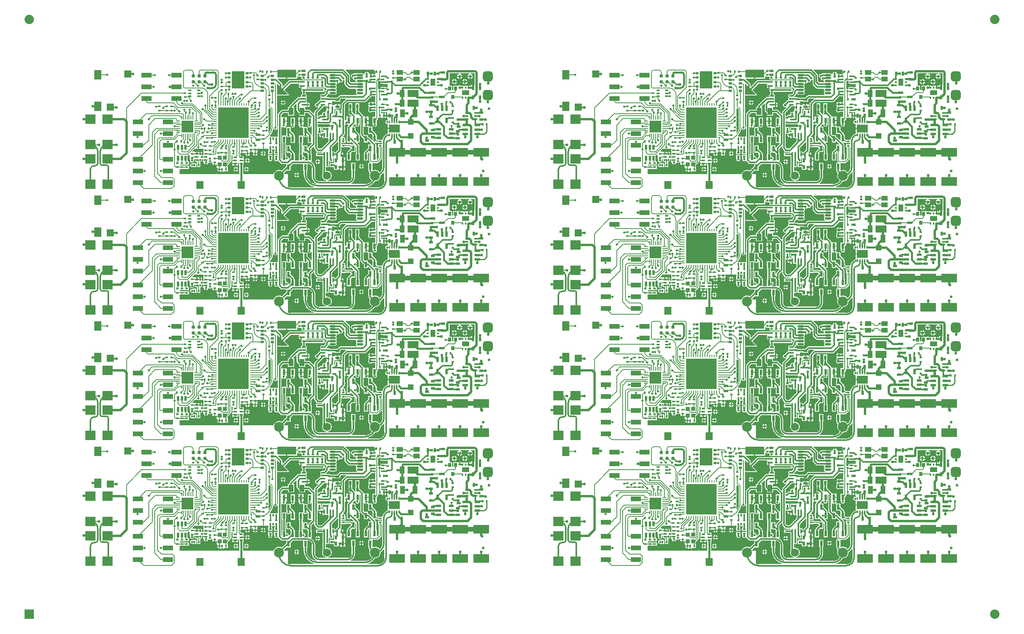
<source format=gtl>
G04 Layer_Physical_Order=1*
G04 Layer_Color=255*
%FSLAX24Y24*%
%MOIN*%
G70*
G01*
G75*
%ADD10R,0.0800X0.0800*%
%ADD11C,0.0800*%
%ADD12C,0.0080*%
%ADD13C,0.0120*%
%ADD14C,0.0150*%
%ADD15C,0.0200*%
%ADD16R,0.0433X0.0669*%
%ADD17R,0.0236X0.0157*%
%ADD18R,0.0157X0.0236*%
%ADD19R,0.1063X0.1457*%
%ADD20O,0.0276X0.0197*%
%ADD21O,0.0098X0.0236*%
%ADD22O,0.0236X0.0098*%
%ADD23R,0.2598X0.2598*%
%ADD24R,0.0394X0.0197*%
%ADD25R,0.0255X0.0160*%
%ADD26R,0.1043X0.1043*%
%ADD27O,0.0079X0.0335*%
%ADD28O,0.0335X0.0079*%
%ADD29R,0.0217X0.0413*%
%ADD30R,0.0335X0.0374*%
%ADD31R,0.0295X0.0118*%
%ADD32R,0.0315X0.0197*%
%ADD33R,0.0165X0.0236*%
%ADD34R,0.1614X0.0669*%
%ADD35R,0.0394X0.0394*%
%ADD36O,0.0551X0.0177*%
%ADD37O,0.0394X0.0165*%
%ADD38R,0.0394X0.0591*%
%ADD39R,0.0236X0.0512*%
%ADD40R,0.0197X0.0354*%
%ADD41R,0.0354X0.0197*%
%ADD42R,0.0374X0.0177*%
%ADD43O,0.0165X0.0394*%
%ADD44R,0.0413X0.0591*%
%ADD45R,0.0945X0.0591*%
%ADD46O,0.0098X0.0276*%
%ADD47R,0.0937X0.0650*%
%ADD48R,0.0236X0.0480*%
%ADD49R,0.0512X0.0236*%
%ADD50O,0.0236X0.0118*%
%ADD51R,0.0394X0.0630*%
%ADD52R,0.0276X0.0354*%
%ADD53O,0.0118X0.0236*%
%ADD54R,0.0630X0.0394*%
%ADD55R,0.0480X0.0244*%
%ADD56R,0.0413X0.0236*%
%ADD57R,0.0512X0.0512*%
%ADD58R,0.1378X0.0768*%
%ADD59R,0.0591X0.0787*%
%ADD60R,0.0591X0.0630*%
%ADD61R,0.0591X0.0709*%
%ADD62R,0.0335X0.0217*%
%ADD63R,0.0866X0.0787*%
%ADD64C,0.0310*%
%ADD65R,0.0866X0.0394*%
%ADD66R,0.0551X0.0413*%
G04:AMPARAMS|DCode=67|XSize=85mil|YSize=85mil|CornerRadius=21.3mil|HoleSize=0mil|Usage=FLASHONLY|Rotation=0.000|XOffset=0mil|YOffset=0mil|HoleType=Round|Shape=RoundedRectangle|*
%AMROUNDEDRECTD67*
21,1,0.0850,0.0425,0,0,0.0*
21,1,0.0425,0.0850,0,0,0.0*
1,1,0.0425,0.0213,-0.0213*
1,1,0.0425,-0.0213,-0.0213*
1,1,0.0425,-0.0213,0.0213*
1,1,0.0425,0.0213,0.0213*
%
%ADD67ROUNDEDRECTD67*%
%ADD68C,0.0100*%
%ADD69C,0.0060*%
%ADD70C,0.0400*%
%ADD71C,0.0850*%
%ADD72C,0.0700*%
%ADD73C,0.0220*%
%ADD74C,0.0200*%
%ADD75C,0.0217*%
%ADD76C,0.0240*%
G36*
X73506Y50415D02*
X73684D01*
Y50335D01*
X73506D01*
Y50161D01*
X73329D01*
X73297Y50182D01*
X73251Y50191D01*
Y49975D01*
X73171D01*
Y50191D01*
X73126Y50182D01*
X73112Y50173D01*
X73061Y50199D01*
X73050Y50253D01*
X73006Y50319D01*
X72940Y50363D01*
X72901Y50371D01*
Y50175D01*
X72821D01*
Y50371D01*
X72783Y50363D01*
X72717Y50319D01*
X72673Y50253D01*
X72658Y50179D01*
X72656Y50174D01*
X72645Y50166D01*
X72643Y50165D01*
X72581Y50178D01*
X72567Y50200D01*
X72518Y50233D01*
X72460Y50244D01*
X72086D01*
X72042Y50236D01*
X71779D01*
X71725Y50225D01*
X71678Y50194D01*
X71678Y50194D01*
X71671Y50186D01*
X71661Y50188D01*
X71599Y50176D01*
X71546Y50140D01*
X71511Y50087D01*
X71498Y50025D01*
X71511Y49963D01*
X71546Y49910D01*
X71599Y49874D01*
X71661Y49862D01*
X71661Y49840D01*
X71658Y49825D01*
X71673Y49747D01*
X71717Y49681D01*
X71783Y49637D01*
X71821Y49629D01*
Y49825D01*
X71901D01*
Y49619D01*
X71935Y49585D01*
X71934Y49581D01*
X71946Y49523D01*
X71949Y49518D01*
X71923Y49468D01*
X71521D01*
X71434Y49554D01*
Y50050D01*
X71423Y50104D01*
X71392Y50151D01*
X71392Y50151D01*
X71047Y50496D01*
X71066Y50543D01*
X73506D01*
Y50415D01*
D02*
G37*
G36*
X33468D02*
X33647D01*
Y50335D01*
X33468D01*
Y50161D01*
X33292D01*
X33260Y50182D01*
X33214Y50191D01*
Y49975D01*
X33134D01*
Y50191D01*
X33088Y50182D01*
X33075Y50173D01*
X33023Y50199D01*
X33013Y50253D01*
X32968Y50319D01*
X32902Y50363D01*
X32864Y50371D01*
Y50175D01*
X32784D01*
Y50371D01*
X32746Y50363D01*
X32680Y50319D01*
X32636Y50253D01*
X32621Y50179D01*
X32619Y50174D01*
X32608Y50166D01*
X32606Y50165D01*
X32544Y50178D01*
X32530Y50200D01*
X32481Y50233D01*
X32423Y50244D01*
X32049D01*
X32005Y50236D01*
X31742D01*
X31687Y50225D01*
X31641Y50194D01*
X31641Y50194D01*
X31634Y50186D01*
X31624Y50188D01*
X31562Y50176D01*
X31509Y50140D01*
X31473Y50087D01*
X31461Y50025D01*
X31473Y49963D01*
X31509Y49910D01*
X31562Y49874D01*
X31624Y49862D01*
X31623Y49840D01*
X31620Y49825D01*
X31636Y49747D01*
X31680Y49681D01*
X31746Y49637D01*
X31784Y49629D01*
Y49825D01*
X31864D01*
Y49619D01*
X31898Y49585D01*
X31897Y49581D01*
X31909Y49523D01*
X31912Y49518D01*
X31885Y49468D01*
X31483D01*
X31397Y49554D01*
Y50050D01*
X31386Y50104D01*
X31355Y50151D01*
X31355Y50151D01*
X31009Y50496D01*
X31028Y50543D01*
X33468D01*
Y50415D01*
D02*
G37*
G36*
X82078Y49252D02*
X82006D01*
Y48975D01*
X81926D01*
Y49252D01*
X81768D01*
Y49131D01*
X81718Y49126D01*
X81717Y49129D01*
X81682Y49182D01*
X81629Y49217D01*
X81607Y49221D01*
Y49008D01*
X81527D01*
Y49221D01*
X81505Y49217D01*
X81453Y49182D01*
X81445Y49171D01*
X81397Y49153D01*
X81384Y49162D01*
X81358Y49179D01*
X81311Y49189D01*
X81265Y49179D01*
X81226Y49153D01*
X81211Y49132D01*
X81211Y49132D01*
X81156D01*
X81156Y49132D01*
X81141Y49153D01*
X81102Y49179D01*
X81056Y49189D01*
X81009Y49179D01*
X80970Y49153D01*
X80924Y49166D01*
X80882Y49195D01*
X80811Y49209D01*
X80741Y49195D01*
X80715Y49177D01*
X80665Y49186D01*
Y49186D01*
X80665Y49186D01*
X80270D01*
Y48825D01*
X80153D01*
Y49186D01*
X79961D01*
Y50242D01*
X80767D01*
X80772Y50192D01*
X80726Y50182D01*
X80653Y50134D01*
X80604Y50061D01*
X80595Y50015D01*
X81028D01*
X81019Y50061D01*
X80970Y50134D01*
X80897Y50182D01*
X80851Y50192D01*
X80856Y50242D01*
X81667D01*
X81672Y50192D01*
X81626Y50182D01*
X81553Y50134D01*
X81504Y50061D01*
X81495Y50015D01*
X81928D01*
X81919Y50061D01*
X81870Y50134D01*
X81797Y50182D01*
X81751Y50192D01*
X81756Y50242D01*
X82078D01*
Y49252D01*
D02*
G37*
G36*
X42041D02*
X41969D01*
Y48975D01*
X41889D01*
Y49252D01*
X41730D01*
Y49131D01*
X41680Y49126D01*
X41680Y49129D01*
X41645Y49182D01*
X41592Y49217D01*
X41570Y49221D01*
Y49008D01*
X41490D01*
Y49221D01*
X41468Y49217D01*
X41415Y49182D01*
X41408Y49171D01*
X41360Y49153D01*
X41347Y49162D01*
X41321Y49179D01*
X41274Y49189D01*
X41228Y49179D01*
X41188Y49153D01*
X41174Y49132D01*
X41174Y49132D01*
X41119D01*
X41118Y49132D01*
X41104Y49153D01*
X41065Y49179D01*
X41018Y49189D01*
X40972Y49179D01*
X40932Y49153D01*
X40887Y49166D01*
X40844Y49195D01*
X40774Y49209D01*
X40704Y49195D01*
X40678Y49177D01*
X40628Y49186D01*
Y49186D01*
X40628Y49186D01*
X40232D01*
Y48825D01*
X40116D01*
Y49186D01*
X39924D01*
Y50242D01*
X40730D01*
X40735Y50192D01*
X40688Y50182D01*
X40616Y50134D01*
X40567Y50061D01*
X40558Y50015D01*
X40991D01*
X40981Y50061D01*
X40933Y50134D01*
X40860Y50182D01*
X40814Y50192D01*
X40818Y50242D01*
X41630D01*
X41635Y50192D01*
X41588Y50182D01*
X41516Y50134D01*
X41467Y50061D01*
X41458Y50015D01*
X41891D01*
X41881Y50061D01*
X41833Y50134D01*
X41760Y50182D01*
X41714Y50192D01*
X41718Y50242D01*
X42041D01*
Y49252D01*
D02*
G37*
G36*
X66046Y49769D02*
X66913D01*
Y50001D01*
X66963Y50017D01*
X66979Y49992D01*
X67032Y49957D01*
X67094Y49945D01*
X67157Y49957D01*
X67184Y49975D01*
X67234Y49955D01*
Y49939D01*
X67283D01*
Y49713D01*
X67640D01*
Y49713D01*
X67683D01*
Y49713D01*
X67841D01*
X67861Y49709D01*
X67882Y49713D01*
X68040D01*
Y49713D01*
X68083D01*
Y49713D01*
X68241D01*
X68261Y49709D01*
X68282Y49713D01*
X68440D01*
Y49713D01*
X68483D01*
Y49713D01*
X68641D01*
X68661Y49709D01*
X68682Y49713D01*
X68840D01*
Y49713D01*
X68883D01*
Y49713D01*
X69014D01*
X69014Y49713D01*
X69069Y49702D01*
X69094Y49707D01*
X69119Y49702D01*
X69169D01*
Y49637D01*
X69082D01*
X69061Y49641D01*
X69041Y49637D01*
X68890D01*
X68883Y49637D01*
X68840D01*
X68833Y49637D01*
X68682D01*
X68661Y49641D01*
X68641Y49637D01*
X68490D01*
X68483Y49637D01*
X68440D01*
X68433Y49637D01*
X68282D01*
X68261Y49641D01*
X68241Y49637D01*
X68090D01*
X68083Y49637D01*
X68040D01*
X68033Y49637D01*
X67882D01*
X67861Y49641D01*
X67841Y49637D01*
X67690D01*
X67683Y49637D01*
X67640D01*
X67633Y49637D01*
X67482D01*
X67461Y49641D01*
X66294D01*
X66294Y49641D01*
X66240Y49630D01*
X66193Y49599D01*
X65693Y49099D01*
X65647Y49118D01*
Y49282D01*
X65647Y49282D01*
X65636Y49337D01*
X65605Y49383D01*
X65605Y49383D01*
X65266Y49723D01*
X65285Y49769D01*
X65966D01*
Y50203D01*
X66046D01*
Y49769D01*
D02*
G37*
G36*
X26008D02*
X26875D01*
Y50001D01*
X26925Y50017D01*
X26941Y49992D01*
X26994Y49957D01*
X27057Y49945D01*
X27119Y49957D01*
X27147Y49975D01*
X27197Y49955D01*
Y49939D01*
X27246D01*
Y49713D01*
X27602D01*
Y49713D01*
X27646D01*
Y49713D01*
X27804D01*
X27824Y49709D01*
X27844Y49713D01*
X28002D01*
Y49713D01*
X28046D01*
Y49713D01*
X28204D01*
X28224Y49709D01*
X28244Y49713D01*
X28402D01*
Y49713D01*
X28446D01*
Y49713D01*
X28604D01*
X28624Y49709D01*
X28644Y49713D01*
X28802D01*
Y49713D01*
X28846D01*
Y49713D01*
X28976D01*
X28977Y49713D01*
X29031Y49702D01*
X29056Y49707D01*
X29081Y49702D01*
X29131D01*
Y49637D01*
X29044D01*
X29024Y49641D01*
X29004Y49637D01*
X28852D01*
X28846Y49637D01*
X28802D01*
X28796Y49637D01*
X28644D01*
X28624Y49641D01*
X28604Y49637D01*
X28452D01*
X28446Y49637D01*
X28402D01*
X28396Y49637D01*
X28244D01*
X28224Y49641D01*
X28204Y49637D01*
X28052D01*
X28046Y49637D01*
X28002D01*
X27996Y49637D01*
X27844D01*
X27824Y49641D01*
X27804Y49637D01*
X27652D01*
X27646Y49637D01*
X27602D01*
X27596Y49637D01*
X27444D01*
X27424Y49641D01*
X26257D01*
X26257Y49641D01*
X26202Y49630D01*
X26156Y49599D01*
X25656Y49099D01*
X25610Y49118D01*
Y49282D01*
X25610Y49282D01*
X25599Y49337D01*
X25568Y49383D01*
X25568Y49383D01*
X25229Y49723D01*
X25248Y49769D01*
X25928D01*
Y50203D01*
X26008D01*
Y49769D01*
D02*
G37*
G36*
X70933Y49670D02*
X70969Y49651D01*
Y49325D01*
X70969Y49325D01*
X70980Y49270D01*
X71011Y49224D01*
X71266Y48968D01*
X71266Y48968D01*
X71313Y48937D01*
X71367Y48926D01*
X71923D01*
X71949Y48876D01*
X71946Y48871D01*
X71934Y48813D01*
X71946Y48755D01*
X71970Y48719D01*
X71975Y48685D01*
X71970Y48652D01*
X71946Y48615D01*
X71934Y48557D01*
X71946Y48499D01*
X71979Y48450D01*
X72028Y48417D01*
X72021Y48368D01*
X70616D01*
X70616Y48368D01*
X70562Y48357D01*
X70515Y48326D01*
X70515Y48326D01*
X70333Y48144D01*
X70330Y48145D01*
X70330Y48145D01*
X69721D01*
X69712Y48154D01*
X69665Y48185D01*
X69611Y48196D01*
X69611Y48196D01*
X69409D01*
X69388Y48224D01*
X69384Y48246D01*
X69562Y48424D01*
X69588Y48462D01*
X69623Y48469D01*
X69644Y48468D01*
X69656Y48450D01*
X69705Y48417D01*
X69763Y48406D01*
X70137D01*
X70195Y48417D01*
X70244Y48450D01*
X70277Y48499D01*
X70289Y48557D01*
X70277Y48615D01*
X70253Y48652D01*
X70247Y48685D01*
X70253Y48719D01*
X70277Y48755D01*
X70289Y48813D01*
X70277Y48871D01*
X70244Y48920D01*
Y48962D01*
X70277Y49011D01*
X70289Y49069D01*
X70277Y49127D01*
X70253Y49164D01*
X70247Y49197D01*
X70253Y49231D01*
X70277Y49267D01*
X70289Y49325D01*
X70287Y49335D01*
X70321Y49370D01*
Y49575D01*
X70401D01*
Y49379D01*
X70440Y49387D01*
X70506Y49431D01*
X70550Y49497D01*
X70559Y49501D01*
X70599Y49474D01*
X70661Y49462D01*
X70724Y49474D01*
X70777Y49510D01*
X70812Y49563D01*
X70823Y49619D01*
X70833Y49635D01*
X70851Y49654D01*
X70868Y49663D01*
X70919Y49673D01*
X70933Y49670D01*
D02*
G37*
G36*
X30896D02*
X30931Y49651D01*
Y49325D01*
X30931Y49325D01*
X30942Y49270D01*
X30973Y49224D01*
X31229Y48968D01*
X31229Y48968D01*
X31275Y48937D01*
X31330Y48926D01*
X31885D01*
X31912Y48876D01*
X31909Y48871D01*
X31897Y48813D01*
X31909Y48755D01*
X31933Y48719D01*
X31938Y48685D01*
X31933Y48652D01*
X31909Y48615D01*
X31897Y48557D01*
X31909Y48499D01*
X31941Y48450D01*
X31991Y48417D01*
X31984Y48368D01*
X30579D01*
X30579Y48368D01*
X30524Y48357D01*
X30478Y48326D01*
X30478Y48326D01*
X30296Y48144D01*
X30292Y48145D01*
X30292Y48145D01*
X29683D01*
X29674Y48154D01*
X29628Y48185D01*
X29573Y48196D01*
X29573Y48196D01*
X29371D01*
X29351Y48224D01*
X29347Y48246D01*
X29525Y48424D01*
X29551Y48462D01*
X29586Y48469D01*
X29607Y48468D01*
X29619Y48450D01*
X29668Y48417D01*
X29726Y48406D01*
X30100D01*
X30158Y48417D01*
X30207Y48450D01*
X30240Y48499D01*
X30251Y48557D01*
X30240Y48615D01*
X30215Y48652D01*
X30210Y48685D01*
X30215Y48719D01*
X30240Y48755D01*
X30251Y48813D01*
X30240Y48871D01*
X30207Y48920D01*
Y48962D01*
X30240Y49011D01*
X30251Y49069D01*
X30240Y49127D01*
X30215Y49164D01*
X30210Y49197D01*
X30215Y49231D01*
X30240Y49267D01*
X30251Y49325D01*
X30249Y49335D01*
X30284Y49370D01*
Y49575D01*
X30364D01*
Y49379D01*
X30402Y49387D01*
X30468Y49431D01*
X30513Y49497D01*
X30522Y49501D01*
X30562Y49474D01*
X30624Y49462D01*
X30687Y49474D01*
X30740Y49510D01*
X30775Y49563D01*
X30786Y49619D01*
X30795Y49635D01*
X30814Y49654D01*
X30831Y49663D01*
X30881Y49673D01*
X30896Y49670D01*
D02*
G37*
G36*
X74048Y49329D02*
X74221D01*
X74235Y49326D01*
X74661D01*
Y49078D01*
X74611Y49048D01*
X74583Y49053D01*
X74423D01*
Y49071D01*
X74048D01*
Y48915D01*
X73998Y48881D01*
X73961Y48888D01*
X73899Y48876D01*
X73887Y48868D01*
X73837Y48895D01*
Y49528D01*
X73874Y49564D01*
X73924Y49574D01*
X73966Y49603D01*
X74048D01*
Y49329D01*
D02*
G37*
G36*
X34011D02*
X34184D01*
X34198Y49326D01*
X34624D01*
Y49078D01*
X34574Y49048D01*
X34545Y49053D01*
X34386D01*
Y49071D01*
X34011D01*
Y48915D01*
X33961Y48881D01*
X33924Y48888D01*
X33862Y48876D01*
X33850Y48868D01*
X33800Y48895D01*
Y49528D01*
X33837Y49564D01*
X33887Y49574D01*
X33929Y49603D01*
X34011D01*
Y49329D01*
D02*
G37*
G36*
X69240Y49013D02*
Y49013D01*
X69285Y48999D01*
X69316Y48968D01*
X69316Y48968D01*
X69363Y48937D01*
X69395Y48931D01*
X69413Y48879D01*
X69413Y48878D01*
X69361Y48826D01*
X69330Y48780D01*
X69319Y48725D01*
X69319Y48725D01*
Y48584D01*
X69189Y48454D01*
X69024D01*
X68968Y48443D01*
X68921Y48412D01*
X68890Y48365D01*
X68879Y48309D01*
X68890Y48253D01*
X68917Y48213D01*
X68921Y48191D01*
Y48171D01*
X68917Y48149D01*
X68890Y48109D01*
X68879Y48053D01*
X68890Y47997D01*
X68895Y47990D01*
X68890Y47971D01*
X68870Y47937D01*
X68829Y47929D01*
X68783Y47898D01*
X68783Y47898D01*
X68589Y47704D01*
X68541Y47695D01*
X68482Y47655D01*
X68442Y47595D01*
X68428Y47525D01*
X68442Y47455D01*
X68482Y47395D01*
X68541Y47356D01*
X68611Y47342D01*
X68680Y47355D01*
X68683Y47353D01*
X68708Y47313D01*
X68416Y47021D01*
X68414Y47017D01*
X68411Y47015D01*
X68380Y46969D01*
X68369Y46914D01*
Y46785D01*
X68323Y46766D01*
X68012Y47076D01*
X67966Y47107D01*
X67911Y47118D01*
X67911Y47118D01*
X67591D01*
Y47330D01*
X67628Y47361D01*
X67670Y47369D01*
X67682Y47377D01*
X67717Y47353D01*
X67755Y47345D01*
Y47541D01*
Y47772D01*
X67742Y47786D01*
X67744Y47797D01*
X67733Y47853D01*
X67702Y47900D01*
X67702Y47900D01*
Y47950D01*
X67702Y47950D01*
X67733Y47997D01*
X67744Y48053D01*
X67733Y48109D01*
X67706Y48149D01*
X67702Y48171D01*
Y48191D01*
X67706Y48213D01*
X67733Y48253D01*
X67744Y48309D01*
X67733Y48365D01*
X67702Y48412D01*
X67655Y48443D01*
X67627Y48449D01*
Y48655D01*
X69061D01*
X69082Y48659D01*
X69240D01*
Y48937D01*
X69082D01*
X69061Y48941D01*
X67716D01*
X67680Y48973D01*
X67705Y49013D01*
X67841Y49013D01*
X67861Y49009D01*
X67882Y49013D01*
X68033D01*
X68040Y49013D01*
X68083D01*
X68090Y49013D01*
X68241D01*
X68261Y49009D01*
X68282Y49013D01*
X68433D01*
X68440Y49013D01*
X68483D01*
X68490Y49013D01*
X68641D01*
X68661Y49009D01*
X68682Y49013D01*
X68833D01*
X68840Y49013D01*
X68883D01*
X68890Y49013D01*
X69041D01*
X69061Y49009D01*
X69082Y49013D01*
X69240D01*
X69240Y49013D01*
D02*
G37*
G36*
X29202D02*
Y49013D01*
X29248Y48999D01*
X29279Y48968D01*
X29279Y48968D01*
X29325Y48937D01*
X29357Y48931D01*
X29376Y48879D01*
X29376Y48878D01*
X29323Y48826D01*
X29292Y48780D01*
X29281Y48725D01*
X29281Y48725D01*
Y48584D01*
X29152Y48454D01*
X28987D01*
X28931Y48443D01*
X28884Y48412D01*
X28852Y48365D01*
X28841Y48309D01*
X28852Y48253D01*
X28879Y48213D01*
X28884Y48191D01*
Y48171D01*
X28879Y48149D01*
X28852Y48109D01*
X28841Y48053D01*
X28852Y47997D01*
X28857Y47990D01*
X28853Y47971D01*
X28832Y47937D01*
X28792Y47929D01*
X28745Y47898D01*
X28745Y47898D01*
X28551Y47704D01*
X28504Y47695D01*
X28444Y47655D01*
X28405Y47595D01*
X28391Y47525D01*
X28405Y47455D01*
X28444Y47395D01*
X28504Y47356D01*
X28574Y47342D01*
X28642Y47355D01*
X28645Y47353D01*
X28671Y47313D01*
X28379Y47021D01*
X28376Y47017D01*
X28373Y47015D01*
X28342Y46969D01*
X28331Y46914D01*
Y46785D01*
X28285Y46766D01*
X27975Y47076D01*
X27929Y47107D01*
X27874Y47118D01*
X27874Y47118D01*
X27553D01*
Y47330D01*
X27591Y47361D01*
X27633Y47369D01*
X27644Y47377D01*
X27680Y47353D01*
X27718Y47345D01*
Y47541D01*
Y47772D01*
X27705Y47786D01*
X27707Y47797D01*
X27696Y47853D01*
X27664Y47900D01*
X27664Y47900D01*
Y47950D01*
X27664Y47950D01*
X27696Y47997D01*
X27707Y48053D01*
X27696Y48109D01*
X27669Y48149D01*
X27664Y48171D01*
Y48191D01*
X27669Y48213D01*
X27696Y48253D01*
X27707Y48309D01*
X27696Y48365D01*
X27664Y48412D01*
X27617Y48443D01*
X27590Y48449D01*
Y48655D01*
X29024D01*
X29044Y48659D01*
X29202D01*
Y48937D01*
X29044D01*
X29024Y48941D01*
X27679D01*
X27642Y48973D01*
X27668Y49013D01*
X27804Y49013D01*
X27824Y49009D01*
X27844Y49013D01*
X27996D01*
X28002Y49013D01*
X28046D01*
X28052Y49013D01*
X28204D01*
X28224Y49009D01*
X28244Y49013D01*
X28396D01*
X28402Y49013D01*
X28446D01*
X28452Y49013D01*
X28604D01*
X28624Y49009D01*
X28644Y49013D01*
X28796D01*
X28802Y49013D01*
X28846D01*
X28852Y49013D01*
X29004D01*
X29024Y49009D01*
X29044Y49013D01*
X29202D01*
X29202Y49013D01*
D02*
G37*
G36*
X66143Y48412D02*
X65198D01*
Y49357D01*
X66143Y48412D01*
D02*
G37*
G36*
X26106D02*
X25161D01*
Y49357D01*
X26106Y48412D01*
D02*
G37*
G36*
X67103Y49305D02*
X67090Y49296D01*
X67046Y49230D01*
X67038Y49192D01*
X67234D01*
Y49152D01*
X67274D01*
Y48916D01*
X67283Y48907D01*
Y48659D01*
X67342D01*
Y48449D01*
X67315Y48443D01*
X67268Y48412D01*
X67236Y48365D01*
X67225Y48309D01*
X67236Y48253D01*
X67241Y48246D01*
X67214Y48196D01*
X67039D01*
X67039Y48196D01*
X66985Y48185D01*
X66938Y48154D01*
X66938Y48154D01*
X66288Y47504D01*
X66257Y47457D01*
X66246Y47403D01*
X66246Y47403D01*
Y47330D01*
X66132D01*
Y47118D01*
X65661D01*
X65607Y47107D01*
X65561Y47076D01*
X65561Y47076D01*
X65311Y46826D01*
X65280Y46780D01*
X65269Y46725D01*
X65269Y46725D01*
Y45610D01*
X65219Y45605D01*
X65212Y45637D01*
X65184Y45680D01*
Y48337D01*
X65198Y48347D01*
X66143D01*
X66189Y48366D01*
X66208Y48412D01*
X66189Y48458D01*
X65823Y48825D01*
X66353Y49355D01*
X67088D01*
X67103Y49305D01*
D02*
G37*
G36*
X27066D02*
X27053Y49296D01*
X27009Y49230D01*
X27001Y49192D01*
X27197D01*
Y49152D01*
X27237D01*
Y48916D01*
X27246Y48907D01*
Y48659D01*
X27305D01*
Y48449D01*
X27278Y48443D01*
X27230Y48412D01*
X27199Y48365D01*
X27188Y48309D01*
X27199Y48253D01*
X27204Y48246D01*
X27177Y48196D01*
X27002D01*
X27002Y48196D01*
X26947Y48185D01*
X26901Y48154D01*
X26901Y48154D01*
X26251Y47504D01*
X26220Y47457D01*
X26209Y47403D01*
X26209Y47403D01*
Y47330D01*
X26095D01*
Y47118D01*
X25624D01*
X25570Y47107D01*
X25523Y47076D01*
X25523Y47076D01*
X25273Y46826D01*
X25242Y46780D01*
X25231Y46725D01*
X25231Y46725D01*
Y45610D01*
X25181Y45605D01*
X25175Y45637D01*
X25147Y45680D01*
Y48337D01*
X25161Y48347D01*
X26106D01*
X26152Y48366D01*
X26171Y48412D01*
X26152Y48458D01*
X25785Y48825D01*
X26316Y49355D01*
X27051D01*
X27066Y49305D01*
D02*
G37*
G36*
X71070Y48032D02*
X71061Y48026D01*
X71061Y48026D01*
X70761Y47726D01*
X70730Y47680D01*
X70719Y47625D01*
X70719Y47625D01*
Y47149D01*
X70669Y47118D01*
X70651Y47121D01*
Y46925D01*
X70571D01*
Y47121D01*
X70533Y47113D01*
X70477Y47076D01*
X70427Y47093D01*
Y47103D01*
X70150D01*
Y46945D01*
X70146Y46925D01*
Y46804D01*
X70123Y46786D01*
X70073Y46811D01*
Y46905D01*
X70077Y46925D01*
X70077Y46925D01*
Y47134D01*
X70079Y47149D01*
X70113Y47181D01*
X70127Y47181D01*
X70321D01*
Y47380D01*
Y47578D01*
X70084D01*
Y47550D01*
X70077Y47503D01*
X70034Y47503D01*
X69880D01*
Y47608D01*
X69661D01*
Y47688D01*
X69880D01*
Y47827D01*
X69916Y47859D01*
X70124D01*
Y47812D01*
X70599D01*
Y48006D01*
X70675Y48082D01*
X71055D01*
X71070Y48032D01*
D02*
G37*
G36*
X31033D02*
X31023Y48026D01*
X31023Y48026D01*
X30723Y47726D01*
X30692Y47680D01*
X30681Y47625D01*
X30681Y47625D01*
Y47149D01*
X30631Y47118D01*
X30614Y47121D01*
Y46925D01*
X30534D01*
Y47121D01*
X30496Y47113D01*
X30440Y47076D01*
X30390Y47093D01*
Y47103D01*
X30113D01*
Y46945D01*
X30109Y46925D01*
Y46804D01*
X30086Y46786D01*
X30036Y46811D01*
Y46905D01*
X30040Y46925D01*
X30040Y46925D01*
Y47134D01*
X30042Y47149D01*
X30076Y47181D01*
X30090Y47181D01*
X30284D01*
Y47380D01*
Y47578D01*
X30047D01*
Y47550D01*
X30040Y47503D01*
X29997Y47503D01*
X29842D01*
Y47608D01*
X29624D01*
Y47688D01*
X29842D01*
Y47827D01*
X29879Y47859D01*
X30087D01*
Y47812D01*
X30561D01*
Y48006D01*
X30638Y48082D01*
X31018D01*
X31033Y48032D01*
D02*
G37*
G36*
X73593Y47761D02*
X73527D01*
Y47581D01*
X73447D01*
Y47761D01*
X73329D01*
X73297Y47782D01*
X73251Y47791D01*
Y47575D01*
X73211D01*
Y47535D01*
X72995D01*
X73004Y47489D01*
X73053Y47416D01*
X73054Y47416D01*
X73030Y47380D01*
X73019Y47325D01*
Y47185D01*
X72992Y47145D01*
X72978Y47075D01*
X72992Y47005D01*
X73032Y46945D01*
X73091Y46906D01*
X73161Y46892D01*
X73232Y46906D01*
X73254Y46920D01*
X73300Y46929D01*
X73300Y46929D01*
X73300Y46929D01*
X73473D01*
X73487Y46926D01*
X73502Y46929D01*
X73593D01*
Y46504D01*
X73357D01*
Y45873D01*
X73368D01*
X73400Y45834D01*
X73398Y45825D01*
X73411Y45763D01*
X73446Y45710D01*
X73499Y45674D01*
X73561Y45662D01*
X73624Y45674D01*
X73677Y45710D01*
X73712Y45763D01*
X73725Y45825D01*
X73714Y45880D01*
Y46194D01*
X73802Y46281D01*
X73828Y46321D01*
X73837Y46368D01*
Y46400D01*
X73846Y46447D01*
X74110D01*
X74123Y46447D01*
X74160Y46415D01*
Y46407D01*
X74299D01*
Y46625D01*
Y46843D01*
X74160D01*
Y46843D01*
X74117Y46818D01*
X74105Y46821D01*
X74084Y46842D01*
Y46929D01*
X74221D01*
X74235Y46926D01*
X74578D01*
X74587Y46921D01*
X74618Y46882D01*
Y46665D01*
X74816D01*
Y46585D01*
X74618D01*
Y46348D01*
X74661D01*
Y46268D01*
X74623Y46236D01*
X74611Y46238D01*
X74549Y46226D01*
X74496Y46190D01*
X74461Y46137D01*
X74448Y46075D01*
X74461Y46013D01*
X74496Y45960D01*
X74549Y45924D01*
X74611Y45912D01*
X74643Y45886D01*
Y45565D01*
X75211D01*
Y45485D01*
X74643D01*
Y45100D01*
X74643D01*
X74632Y45055D01*
X74585Y45041D01*
X74479Y44984D01*
X74387Y44909D01*
X74311Y44816D01*
X74255Y44711D01*
X74220Y44597D01*
X74219Y44579D01*
X74190Y44541D01*
X73833D01*
X73833Y44541D01*
Y44541D01*
X73833Y44541D01*
X73790Y44557D01*
X73714Y44633D01*
Y44954D01*
X73677D01*
Y44989D01*
X73666Y45043D01*
X73635Y45090D01*
X73635Y45090D01*
X73340Y45385D01*
Y45678D01*
X73014D01*
X72987Y45728D01*
X73000Y45747D01*
X73007Y45785D01*
X72851D01*
Y45629D01*
X72890Y45637D01*
X72933Y45666D01*
X72983Y45639D01*
Y45046D01*
X73276D01*
X73330Y44991D01*
X73357Y44954D01*
X73357D01*
X73357Y44954D01*
Y44546D01*
X73311Y44527D01*
X73099Y44739D01*
X73053Y44770D01*
X72998Y44781D01*
X72966Y44815D01*
Y44954D01*
X72673D01*
X72604Y45024D01*
Y45685D01*
X72654Y45700D01*
X72667Y45681D01*
X72733Y45637D01*
X72771Y45629D01*
Y45825D01*
X72811D01*
Y45865D01*
X73007D01*
X73006Y45874D01*
Y46148D01*
X72787D01*
Y46188D01*
X72747D01*
Y46544D01*
X72600D01*
X72593Y46580D01*
X72562Y46626D01*
X72562Y46626D01*
X72215Y46973D01*
Y47112D01*
X72199D01*
Y47188D01*
X72215D01*
Y47662D01*
X71898D01*
Y47188D01*
X71914D01*
Y47112D01*
X71898D01*
Y46715D01*
X71848Y46695D01*
X71625Y46919D01*
Y47112D01*
X71609D01*
Y47188D01*
X71625D01*
Y47662D01*
X71308D01*
Y47188D01*
X71323D01*
Y47112D01*
X71308D01*
Y46638D01*
X71501D01*
X71545Y46594D01*
X71524Y46544D01*
X71377D01*
Y46188D01*
X71297D01*
Y46544D01*
X71119D01*
Y46235D01*
X71111Y46229D01*
X71054Y46218D01*
X71004Y46249D01*
Y46425D01*
Y47566D01*
X71221Y47782D01*
X72711D01*
X72711Y47782D01*
X72766Y47793D01*
X72812Y47824D01*
X73265Y48276D01*
X73487D01*
X73502Y48279D01*
X73593D01*
Y47761D01*
D02*
G37*
G36*
X33555D02*
X33490D01*
Y47581D01*
X33410D01*
Y47761D01*
X33292D01*
X33260Y47782D01*
X33214Y47791D01*
Y47575D01*
X33174D01*
Y47535D01*
X32958D01*
X32967Y47489D01*
X33016Y47416D01*
X33016Y47416D01*
X32992Y47380D01*
X32981Y47325D01*
Y47185D01*
X32955Y47145D01*
X32941Y47075D01*
X32955Y47005D01*
X32994Y46945D01*
X33054Y46906D01*
X33124Y46892D01*
X33194Y46906D01*
X33216Y46920D01*
X33263Y46929D01*
X33263Y46929D01*
X33263Y46929D01*
X33436D01*
X33450Y46926D01*
X33464Y46929D01*
X33555D01*
Y46504D01*
X33320D01*
Y45873D01*
X33331D01*
X33363Y45834D01*
X33361Y45825D01*
X33373Y45763D01*
X33409Y45710D01*
X33462Y45674D01*
X33524Y45662D01*
X33587Y45674D01*
X33640Y45710D01*
X33675Y45763D01*
X33687Y45825D01*
X33676Y45880D01*
Y46194D01*
X33764Y46281D01*
X33791Y46321D01*
X33800Y46368D01*
Y46400D01*
X33808Y46447D01*
X34073D01*
X34086Y46447D01*
X34123Y46415D01*
Y46407D01*
X34261D01*
Y46625D01*
Y46843D01*
X34123D01*
Y46843D01*
X34080Y46818D01*
X34067Y46821D01*
X34047Y46842D01*
Y46929D01*
X34184D01*
X34198Y46926D01*
X34540D01*
X34550Y46921D01*
X34580Y46882D01*
Y46665D01*
X34779D01*
Y46585D01*
X34580D01*
Y46348D01*
X34624D01*
Y46268D01*
X34586Y46236D01*
X34574Y46238D01*
X34512Y46226D01*
X34459Y46190D01*
X34423Y46137D01*
X34411Y46075D01*
X34423Y46013D01*
X34459Y45960D01*
X34512Y45924D01*
X34574Y45912D01*
X34606Y45886D01*
Y45565D01*
X35174D01*
Y45485D01*
X34606D01*
Y45100D01*
X34606D01*
X34594Y45055D01*
X34547Y45041D01*
X34442Y44984D01*
X34350Y44909D01*
X34274Y44816D01*
X34218Y44711D01*
X34183Y44597D01*
X34181Y44579D01*
X34152Y44541D01*
X33796D01*
X33796Y44541D01*
Y44541D01*
X33796Y44541D01*
X33753Y44557D01*
X33676Y44633D01*
Y44954D01*
X33640D01*
Y44989D01*
X33629Y45043D01*
X33598Y45090D01*
X33598Y45090D01*
X33302Y45385D01*
Y45678D01*
X32976D01*
X32950Y45728D01*
X32963Y45747D01*
X32970Y45785D01*
X32814D01*
Y45629D01*
X32852Y45637D01*
X32896Y45666D01*
X32946Y45639D01*
Y45046D01*
X33238D01*
X33293Y44991D01*
X33320Y44954D01*
X33320D01*
X33320Y44954D01*
Y44546D01*
X33274Y44527D01*
X33062Y44739D01*
X33015Y44770D01*
X32961Y44781D01*
X32928Y44815D01*
Y44954D01*
X32636D01*
X32567Y45024D01*
Y45685D01*
X32617Y45700D01*
X32630Y45681D01*
X32696Y45637D01*
X32734Y45629D01*
Y45825D01*
X32774D01*
Y45865D01*
X32970D01*
X32968Y45874D01*
Y46148D01*
X32750D01*
Y46188D01*
X32710D01*
Y46544D01*
X32563D01*
X32556Y46580D01*
X32525Y46626D01*
X32525Y46626D01*
X32178Y46973D01*
Y47112D01*
X32162D01*
Y47188D01*
X32178D01*
Y47662D01*
X31861D01*
Y47188D01*
X31877D01*
Y47112D01*
X31861D01*
Y46715D01*
X31811Y46695D01*
X31587Y46919D01*
Y47112D01*
X31572D01*
Y47188D01*
X31587D01*
Y47662D01*
X31270D01*
Y47188D01*
X31286D01*
Y47112D01*
X31270D01*
Y46638D01*
X31464D01*
X31508Y46594D01*
X31487Y46544D01*
X31340D01*
Y46188D01*
X31260D01*
Y46544D01*
X31082D01*
Y46235D01*
X31074Y46229D01*
X31017Y46218D01*
X30967Y46249D01*
Y46425D01*
Y47566D01*
X31183Y47782D01*
X32674D01*
X32674Y47782D01*
X32729Y47793D01*
X32775Y47824D01*
X33227Y48276D01*
X33450D01*
X33464Y48279D01*
X33555D01*
Y47761D01*
D02*
G37*
G36*
X69406Y47424D02*
Y47365D01*
X69584D01*
Y47285D01*
X69406D01*
Y47107D01*
X69406Y47107D01*
X69389Y47064D01*
X69354Y47011D01*
X69340Y46941D01*
X69301Y46918D01*
X69288Y46916D01*
X69274Y46926D01*
X69211Y46938D01*
X69149Y46926D01*
X69096Y46890D01*
X69061Y46837D01*
X69048Y46775D01*
X69057Y46730D01*
X69027Y46680D01*
X68981D01*
Y46668D01*
X68884D01*
X68884Y46668D01*
X68830Y46657D01*
X68783Y46626D01*
X68783Y46626D01*
X68704Y46547D01*
X68654Y46555D01*
Y46855D01*
X69195Y47396D01*
X69252D01*
X69308Y47407D01*
X69355Y47438D01*
X69356Y47439D01*
X69406Y47424D01*
D02*
G37*
G36*
X29368D02*
Y47365D01*
X29547D01*
Y47285D01*
X29368D01*
Y47107D01*
X29368Y47107D01*
X29352Y47064D01*
X29317Y47011D01*
X29303Y46941D01*
X29264Y46918D01*
X29251Y46916D01*
X29237Y46926D01*
X29174Y46938D01*
X29112Y46926D01*
X29059Y46890D01*
X29023Y46837D01*
X29011Y46775D01*
X29020Y46730D01*
X28990Y46680D01*
X28944D01*
Y46668D01*
X28847D01*
X28847Y46668D01*
X28792Y46657D01*
X28746Y46626D01*
X28746Y46626D01*
X28667Y46547D01*
X28617Y46555D01*
Y46855D01*
X29157Y47396D01*
X29215D01*
X29271Y47407D01*
X29318Y47438D01*
X29318Y47439D01*
X29368Y47424D01*
D02*
G37*
G36*
X66829Y47631D02*
X66869Y47610D01*
Y47075D01*
X66869Y47075D01*
X66880Y47020D01*
X66911Y46974D01*
X67011Y46874D01*
X67011Y46874D01*
X67057Y46843D01*
X67077Y46839D01*
Y46620D01*
X67591D01*
Y46832D01*
X67852D01*
X68169Y46516D01*
Y46502D01*
X68164Y46454D01*
X68119Y46454D01*
X67807D01*
Y45823D01*
X67807D01*
X67808Y45822D01*
X67798Y45775D01*
X67811Y45713D01*
X67846Y45660D01*
X67899Y45624D01*
X67961Y45612D01*
X68024Y45624D01*
X68077Y45660D01*
X68112Y45713D01*
X68119Y45746D01*
X68169Y45741D01*
Y44990D01*
X68119Y44985D01*
X68117Y44992D01*
X68086Y45039D01*
X68086Y45039D01*
X67790Y45335D01*
Y45628D01*
X67464D01*
X67437Y45678D01*
X67450Y45697D01*
X67457Y45735D01*
X67301D01*
Y45579D01*
X67340Y45587D01*
X67383Y45616D01*
X67433Y45589D01*
Y44996D01*
X67433D01*
X67452Y44946D01*
X67451Y44939D01*
X67427Y44916D01*
X67401Y44904D01*
X67059D01*
Y44273D01*
X67095D01*
Y43354D01*
X67059D01*
Y42768D01*
X66714D01*
Y43354D01*
X66678D01*
Y43388D01*
X66667Y43442D01*
X66636Y43489D01*
X66636Y43489D01*
X66340Y43785D01*
Y44078D01*
X65983D01*
Y43446D01*
X66276D01*
X66330Y43391D01*
X66357Y43354D01*
X66357D01*
X66357Y43354D01*
Y43062D01*
X66214Y42919D01*
X66168Y42944D01*
X66175Y42975D01*
X66162Y43037D01*
X66127Y43090D01*
X66074Y43126D01*
X66011Y43138D01*
X66004Y43137D01*
X65966Y43168D01*
Y43354D01*
X65930D01*
Y44273D01*
X65966D01*
Y44847D01*
X65986Y44854D01*
X66016Y44855D01*
X66046Y44810D01*
X66099Y44774D01*
X66161Y44762D01*
X66224Y44774D01*
X66277Y44810D01*
X66307Y44855D01*
X66337Y44854D01*
X66357Y44847D01*
Y44273D01*
X66714D01*
Y44904D01*
X66678D01*
Y44938D01*
X66667Y44992D01*
X66636Y45039D01*
X66636Y45039D01*
X66340Y45335D01*
Y45628D01*
X65983D01*
Y44996D01*
X65983D01*
X66002Y44946D01*
X66001Y44939D01*
X65977Y44916D01*
X65951Y44904D01*
X65609D01*
Y44273D01*
X65645D01*
Y43354D01*
X65609D01*
Y42949D01*
X65559Y42922D01*
X65554Y42926D01*
Y45635D01*
X65604Y45650D01*
X65617Y45631D01*
X65683Y45587D01*
X65721Y45579D01*
Y45775D01*
X65801D01*
Y45579D01*
X65840Y45587D01*
X65906Y45631D01*
X65950Y45697D01*
X65965Y45775D01*
X65972Y45783D01*
X66006D01*
Y46098D01*
X65787D01*
Y46138D01*
X65747D01*
Y46494D01*
X65569Y46494D01*
X65554Y46538D01*
Y46666D01*
X65721Y46832D01*
X66132D01*
Y46620D01*
X66646D01*
Y47330D01*
X66589D01*
X66569Y47380D01*
X66820Y47632D01*
X66829Y47631D01*
D02*
G37*
G36*
X26792D02*
X26831Y47610D01*
Y47075D01*
X26831Y47075D01*
X26842Y47020D01*
X26873Y46974D01*
X26973Y46874D01*
X26973Y46874D01*
X27020Y46843D01*
X27040Y46839D01*
Y46620D01*
X27553D01*
Y46832D01*
X27815D01*
X28131Y46516D01*
Y46502D01*
X28126Y46454D01*
X28081Y46454D01*
X27770D01*
Y45823D01*
X27770D01*
X27770Y45822D01*
X27761Y45775D01*
X27773Y45713D01*
X27809Y45660D01*
X27862Y45624D01*
X27924Y45612D01*
X27987Y45624D01*
X28040Y45660D01*
X28075Y45713D01*
X28081Y45746D01*
X28131Y45741D01*
Y44990D01*
X28081Y44985D01*
X28080Y44992D01*
X28049Y45039D01*
X28049Y45039D01*
X27752Y45335D01*
Y45628D01*
X27426D01*
X27400Y45678D01*
X27413Y45697D01*
X27420Y45735D01*
X27264D01*
Y45579D01*
X27302Y45587D01*
X27346Y45616D01*
X27396Y45589D01*
Y44996D01*
X27396D01*
X27415Y44946D01*
X27414Y44939D01*
X27390Y44916D01*
X27364Y44904D01*
X27022D01*
Y44273D01*
X27057D01*
Y43354D01*
X27022D01*
Y42768D01*
X26676D01*
Y43354D01*
X26641D01*
Y43388D01*
X26630Y43442D01*
X26599Y43489D01*
X26599Y43489D01*
X26302Y43785D01*
Y44078D01*
X25946D01*
Y43446D01*
X26238D01*
X26293Y43391D01*
X26320Y43354D01*
X26320D01*
X26320Y43354D01*
Y43062D01*
X26177Y42919D01*
X26131Y42944D01*
X26137Y42975D01*
X26125Y43037D01*
X26090Y43090D01*
X26037Y43126D01*
X25974Y43138D01*
X25967Y43137D01*
X25928Y43168D01*
Y43354D01*
X25893D01*
Y44273D01*
X25928D01*
Y44847D01*
X25948Y44854D01*
X25978Y44855D01*
X26009Y44810D01*
X26062Y44774D01*
X26124Y44762D01*
X26187Y44774D01*
X26240Y44810D01*
X26270Y44855D01*
X26300Y44854D01*
X26320Y44847D01*
Y44273D01*
X26676D01*
Y44904D01*
X26641D01*
Y44938D01*
X26630Y44992D01*
X26599Y45039D01*
X26599Y45039D01*
X26302Y45335D01*
Y45628D01*
X25946D01*
Y44996D01*
X25946D01*
X25965Y44946D01*
X25964Y44939D01*
X25940Y44916D01*
X25914Y44904D01*
X25572D01*
Y44273D01*
X25607D01*
Y43354D01*
X25572D01*
Y42949D01*
X25522Y42922D01*
X25517Y42926D01*
Y45635D01*
X25567Y45650D01*
X25580Y45631D01*
X25646Y45587D01*
X25684Y45579D01*
Y45775D01*
X25764D01*
Y45579D01*
X25802Y45587D01*
X25868Y45631D01*
X25913Y45697D01*
X25928Y45775D01*
X25934Y45783D01*
X25968D01*
Y46098D01*
X25750D01*
Y46138D01*
X25710D01*
Y46494D01*
X25532Y46494D01*
X25517Y46538D01*
Y46666D01*
X25683Y46832D01*
X26095D01*
Y46620D01*
X26609D01*
Y47330D01*
X26552D01*
X26531Y47380D01*
X26783Y47632D01*
X26792Y47631D01*
D02*
G37*
G36*
X71151Y45829D02*
X71169Y45833D01*
X71302D01*
X71321Y45786D01*
X71237Y45702D01*
X71206Y45656D01*
X71195Y45601D01*
X71195Y45601D01*
Y44954D01*
X71159D01*
Y44323D01*
X71516D01*
Y44354D01*
X71562Y44373D01*
X71761Y44174D01*
X71742Y44128D01*
X71569D01*
X71562Y44134D01*
X71522Y44161D01*
X71475Y44170D01*
X71040D01*
Y44187D01*
X70704D01*
Y44263D01*
X71040D01*
Y44541D01*
X71040D01*
X71018Y44591D01*
X71025Y44625D01*
X71012Y44687D01*
X70977Y44740D01*
X70924Y44776D01*
X70861Y44788D01*
X70844Y44785D01*
X70819Y44831D01*
X70962Y44974D01*
X70962Y44974D01*
X70993Y45020D01*
X71004Y45075D01*
X71004Y45075D01*
Y45151D01*
X71012Y45163D01*
X71025Y45225D01*
X71012Y45287D01*
X71004Y45299D01*
Y45801D01*
X71054Y45833D01*
X71071Y45829D01*
Y46025D01*
X71151D01*
Y45829D01*
D02*
G37*
G36*
X31114D02*
X31131Y45833D01*
X31264D01*
X31284Y45786D01*
X31199Y45702D01*
X31168Y45656D01*
X31157Y45601D01*
X31157Y45601D01*
Y44954D01*
X31122D01*
Y44323D01*
X31478D01*
Y44354D01*
X31524Y44373D01*
X31724Y44174D01*
X31704Y44128D01*
X31531D01*
X31524Y44134D01*
X31485Y44161D01*
X31438Y44170D01*
X31002D01*
Y44187D01*
X30667D01*
Y44263D01*
X31002D01*
Y44541D01*
X31002D01*
X30981Y44591D01*
X30987Y44625D01*
X30975Y44687D01*
X30940Y44740D01*
X30887Y44776D01*
X30824Y44788D01*
X30806Y44785D01*
X30782Y44831D01*
X30925Y44974D01*
X30925Y44974D01*
X30956Y45020D01*
X30967Y45075D01*
X30967Y45075D01*
Y45151D01*
X30975Y45163D01*
X30987Y45225D01*
X30975Y45287D01*
X30967Y45299D01*
Y45801D01*
X31017Y45833D01*
X31034Y45829D01*
Y46025D01*
X31114D01*
Y45829D01*
D02*
G37*
G36*
X72319Y46419D02*
Y44964D01*
X72319Y44964D01*
X72330Y44910D01*
X72361Y44864D01*
X72609Y44615D01*
Y44323D01*
X72966D01*
Y44404D01*
X73012Y44423D01*
X73184Y44251D01*
X73196Y44232D01*
X73255Y44174D01*
X73235Y44128D01*
X72983D01*
Y43835D01*
X72687Y43539D01*
X72656Y43492D01*
X72645Y43438D01*
X72611Y43404D01*
X72609D01*
Y42773D01*
X72966D01*
Y43403D01*
X72991Y43428D01*
X73039Y43408D01*
Y42775D01*
X73048Y42728D01*
X73075Y42689D01*
X73136Y42628D01*
X73115Y42578D01*
X72983D01*
Y41946D01*
X73019D01*
Y41875D01*
X73019Y41875D01*
X73030Y41820D01*
X73061Y41774D01*
X73131Y41704D01*
X73089Y41602D01*
X73072Y41475D01*
X73089Y41348D01*
X73138Y41230D01*
X73216Y41129D01*
X73279Y41080D01*
X73285Y41031D01*
X73227Y40960D01*
X73116Y40869D01*
X72990Y40802D01*
X72854Y40761D01*
X72773Y40753D01*
X72766Y40757D01*
X72711Y40768D01*
X71536D01*
X71526Y40818D01*
X71549Y40827D01*
X71668Y40919D01*
X71759Y41038D01*
X71817Y41176D01*
X71826Y41244D01*
X71843Y41270D01*
X71854Y41325D01*
Y41946D01*
X71890D01*
Y42578D01*
X71533D01*
Y41946D01*
X71569D01*
Y41325D01*
X71580Y41270D01*
X71582Y41267D01*
X71578Y41240D01*
X71545Y41161D01*
X71493Y41093D01*
X71425Y41041D01*
X71346Y41008D01*
X71319Y41005D01*
X71316Y41007D01*
X71261Y41018D01*
X69512D01*
X69509Y41068D01*
X69569Y41076D01*
X69668Y41117D01*
X69754Y41183D01*
X69820Y41268D01*
X69861Y41368D01*
X69875Y41475D01*
X69861Y41582D01*
X69820Y41682D01*
X69754Y41767D01*
X69668Y41833D01*
X69569Y41875D01*
X69461Y41889D01*
X69408Y41882D01*
X69370Y41915D01*
Y42197D01*
X69623D01*
Y42355D01*
X69627Y42375D01*
Y42735D01*
X69677Y42760D01*
X69700Y42742D01*
Y42647D01*
X69977D01*
Y42805D01*
X69981Y42825D01*
X69977Y42845D01*
Y42971D01*
X70018Y43014D01*
X70047Y43013D01*
X70058Y43000D01*
Y42558D01*
X70011Y42530D01*
X69977Y42544D01*
Y42553D01*
X69700D01*
Y42395D01*
X69696Y42375D01*
X69700Y42355D01*
Y42197D01*
X69977D01*
Y42197D01*
X70019Y42210D01*
X70058Y42177D01*
Y41988D01*
X70375D01*
Y42026D01*
X70425Y42052D01*
X70476Y42018D01*
X70521Y42009D01*
Y42225D01*
X70601D01*
Y41976D01*
X70608Y41971D01*
Y41948D01*
X70767D01*
Y42225D01*
X70807D01*
Y42265D01*
X71005D01*
Y42498D01*
Y42735D01*
X70807D01*
Y42815D01*
X71005D01*
Y43052D01*
X70867D01*
Y43185D01*
X70689D01*
Y43225D01*
X70649D01*
Y43443D01*
X70647D01*
X70628Y43489D01*
X70662Y43524D01*
X70662Y43524D01*
X70693Y43570D01*
X70704Y43625D01*
X70704Y43625D01*
Y43909D01*
X71040D01*
Y43926D01*
X71425D01*
X71524Y43826D01*
X71237Y43539D01*
X71206Y43492D01*
X71195Y43438D01*
X71161Y43404D01*
X71159D01*
Y42773D01*
X71516D01*
Y43404D01*
X71516Y43404D01*
X71516D01*
X71543Y43442D01*
X71597Y43496D01*
X71890D01*
Y43923D01*
X71940Y43950D01*
X71943Y43948D01*
Y43404D01*
X71907D01*
Y42773D01*
X72264D01*
Y43404D01*
X72228D01*
Y44051D01*
X72228Y44051D01*
X72217Y44106D01*
X72186Y44152D01*
X72186Y44152D01*
X72062Y44276D01*
X72081Y44323D01*
X72264D01*
Y44954D01*
X72228D01*
Y44988D01*
X72217Y45042D01*
X72186Y45089D01*
X72186Y45089D01*
X71890Y45385D01*
Y45678D01*
X71681D01*
X71662Y45724D01*
X71839Y45901D01*
X71896Y45892D01*
X71907Y45873D01*
X71899Y45827D01*
X71898Y45825D01*
X71911Y45763D01*
X71946Y45710D01*
X71999Y45674D01*
X72061Y45662D01*
X72124Y45674D01*
X72177Y45710D01*
X72212Y45763D01*
X72225Y45825D01*
X72223Y45834D01*
X72255Y45873D01*
X72264D01*
Y46396D01*
X72314Y46423D01*
X72319Y46419D01*
D02*
G37*
G36*
X32281D02*
Y44964D01*
X32281Y44964D01*
X32292Y44910D01*
X32323Y44864D01*
X32572Y44615D01*
Y44323D01*
X32928D01*
Y44404D01*
X32974Y44423D01*
X33146Y44251D01*
X33159Y44232D01*
X33217Y44174D01*
X33198Y44128D01*
X32946D01*
Y43835D01*
X32649Y43539D01*
X32618Y43492D01*
X32607Y43438D01*
X32574Y43404D01*
X32572D01*
Y42773D01*
X32928D01*
Y43403D01*
X32954Y43428D01*
X33002Y43408D01*
Y42775D01*
X33011Y42728D01*
X33038Y42689D01*
X33099Y42628D01*
X33078Y42578D01*
X32946D01*
Y41946D01*
X32981D01*
Y41875D01*
X32981Y41875D01*
X32992Y41820D01*
X33023Y41774D01*
X33094Y41704D01*
X33052Y41602D01*
X33035Y41475D01*
X33052Y41348D01*
X33101Y41230D01*
X33178Y41129D01*
X33242Y41080D01*
X33247Y41031D01*
X33189Y40960D01*
X33079Y40869D01*
X32953Y40802D01*
X32816Y40761D01*
X32735Y40753D01*
X32729Y40757D01*
X32674Y40768D01*
X31499D01*
X31489Y40818D01*
X31512Y40827D01*
X31631Y40919D01*
X31722Y41038D01*
X31779Y41176D01*
X31788Y41244D01*
X31806Y41270D01*
X31817Y41325D01*
Y41946D01*
X31852D01*
Y42578D01*
X31496D01*
Y41946D01*
X31531D01*
Y41325D01*
X31542Y41270D01*
X31544Y41267D01*
X31541Y41240D01*
X31508Y41161D01*
X31456Y41093D01*
X31388Y41041D01*
X31309Y41008D01*
X31282Y41005D01*
X31279Y41007D01*
X31224Y41018D01*
X29475D01*
X29472Y41068D01*
X29531Y41076D01*
X29631Y41117D01*
X29717Y41183D01*
X29782Y41268D01*
X29824Y41368D01*
X29838Y41475D01*
X29824Y41582D01*
X29782Y41682D01*
X29717Y41767D01*
X29631Y41833D01*
X29531Y41875D01*
X29424Y41889D01*
X29371Y41882D01*
X29333Y41915D01*
Y42197D01*
X29586D01*
Y42355D01*
X29590Y42375D01*
Y42735D01*
X29640Y42760D01*
X29663Y42742D01*
Y42647D01*
X29940D01*
Y42805D01*
X29944Y42825D01*
X29940Y42845D01*
Y42971D01*
X29981Y43014D01*
X30010Y43013D01*
X30020Y43000D01*
Y42558D01*
X29974Y42530D01*
X29940Y42544D01*
Y42553D01*
X29663D01*
Y42395D01*
X29659Y42375D01*
X29663Y42355D01*
Y42197D01*
X29940D01*
Y42197D01*
X29982Y42210D01*
X30020Y42177D01*
Y41988D01*
X30337D01*
Y42026D01*
X30387Y42052D01*
X30438Y42018D01*
X30484Y42009D01*
Y42225D01*
X30564D01*
Y41976D01*
X30571Y41971D01*
Y41948D01*
X30729D01*
Y42225D01*
X30769D01*
Y42265D01*
X30968D01*
Y42498D01*
Y42735D01*
X30769D01*
Y42815D01*
X30968D01*
Y43052D01*
X30830D01*
Y43185D01*
X30651D01*
Y43225D01*
X30611D01*
Y43443D01*
X30609D01*
X30590Y43489D01*
X30625Y43524D01*
X30625Y43524D01*
X30656Y43570D01*
X30667Y43625D01*
X30667Y43625D01*
Y43909D01*
X31002D01*
Y43926D01*
X31387D01*
X31487Y43826D01*
X31199Y43539D01*
X31168Y43492D01*
X31157Y43438D01*
X31124Y43404D01*
X31122D01*
Y42773D01*
X31478D01*
Y43404D01*
X31478Y43404D01*
X31478D01*
X31506Y43442D01*
X31560Y43496D01*
X31852D01*
Y43923D01*
X31902Y43950D01*
X31905Y43948D01*
Y43404D01*
X31870D01*
Y42773D01*
X32226D01*
Y43404D01*
X32191D01*
Y44051D01*
X32191Y44051D01*
X32180Y44106D01*
X32149Y44152D01*
X32149Y44152D01*
X32025Y44276D01*
X32044Y44323D01*
X32226D01*
Y44954D01*
X32191D01*
Y44988D01*
X32180Y45042D01*
X32149Y45089D01*
X32149Y45089D01*
X31852Y45385D01*
Y45678D01*
X31644D01*
X31625Y45724D01*
X31802Y45901D01*
X31859Y45892D01*
X31870Y45873D01*
X31861Y45827D01*
X31861Y45825D01*
X31873Y45763D01*
X31909Y45710D01*
X31962Y45674D01*
X32024Y45662D01*
X32087Y45674D01*
X32140Y45710D01*
X32175Y45763D01*
X32187Y45825D01*
X32186Y45834D01*
X32217Y45873D01*
X32226D01*
Y46396D01*
X32276Y46423D01*
X32281Y46419D01*
D02*
G37*
G36*
X68736Y45887D02*
X68790Y45876D01*
X68981D01*
Y45871D01*
X69475D01*
Y45876D01*
X69656D01*
X69656Y45876D01*
X69693Y45884D01*
X69725Y45841D01*
X69704Y45811D01*
X69695Y45765D01*
X69911D01*
Y45685D01*
X69683D01*
X69650Y45653D01*
X69396D01*
Y45618D01*
X69327D01*
Y45653D01*
X69050D01*
Y45495D01*
X69046Y45475D01*
X69050Y45455D01*
Y45297D01*
X69196D01*
X69201Y45247D01*
X69156Y45238D01*
X69096Y45198D01*
X69087Y45184D01*
X69011Y45199D01*
X68991Y45246D01*
X68981Y45295D01*
X68977Y45301D01*
Y45475D01*
X68973Y45495D01*
Y45653D01*
X68696D01*
X68654Y45674D01*
Y45899D01*
X68704Y45908D01*
X68736Y45887D01*
D02*
G37*
G36*
X28698D02*
X28753Y45876D01*
X28944D01*
Y45871D01*
X29438D01*
Y45876D01*
X29618D01*
X29618Y45876D01*
X29656Y45884D01*
X29687Y45841D01*
X29667Y45811D01*
X29658Y45765D01*
X29874D01*
Y45685D01*
X29646D01*
X29613Y45653D01*
X29358D01*
Y45618D01*
X29290D01*
Y45653D01*
X29013D01*
Y45495D01*
X29009Y45475D01*
X29013Y45455D01*
Y45297D01*
X29159D01*
X29164Y45247D01*
X29119Y45238D01*
X29059Y45198D01*
X29050Y45184D01*
X28974Y45199D01*
X28953Y45246D01*
X28944Y45295D01*
X28940Y45301D01*
Y45475D01*
X28936Y45495D01*
Y45653D01*
X28658D01*
X28617Y45674D01*
Y45899D01*
X28667Y45908D01*
X28698Y45887D01*
D02*
G37*
G36*
X65269Y45541D02*
Y44874D01*
X65260Y44827D01*
X64606D01*
X64580Y44877D01*
X64592Y44895D01*
X64597Y44922D01*
X64661Y44997D01*
X64748Y45140D01*
X64794Y45250D01*
X64797Y45255D01*
X64798Y45260D01*
X64812Y45295D01*
X64852Y45458D01*
X64857Y45527D01*
X64907Y45529D01*
X64911Y45513D01*
X64946Y45460D01*
X64999Y45424D01*
X65061Y45412D01*
X65124Y45424D01*
X65177Y45460D01*
X65212Y45513D01*
X65219Y45546D01*
X65269Y45541D01*
D02*
G37*
G36*
X25231D02*
Y44874D01*
X25223Y44827D01*
X24568D01*
X24542Y44877D01*
X24554Y44895D01*
X24560Y44922D01*
X24623Y44997D01*
X24711Y45140D01*
X24757Y45250D01*
X24760Y45255D01*
X24761Y45260D01*
X24775Y45295D01*
X24814Y45458D01*
X24820Y45527D01*
X24870Y45529D01*
X24873Y45513D01*
X24909Y45460D01*
X24962Y45424D01*
X25024Y45412D01*
X25087Y45424D01*
X25140Y45460D01*
X25175Y45513D01*
X25181Y45546D01*
X25231Y45541D01*
D02*
G37*
G36*
X64549Y47213D02*
X64636Y47196D01*
X64639Y47147D01*
Y45625D01*
X64648Y45578D01*
X64655Y45568D01*
X64644Y45456D01*
X64605Y45329D01*
X64595Y45294D01*
X64515Y45145D01*
X64509Y45137D01*
X64461Y45154D01*
Y45257D01*
X64473Y45274D01*
X64480Y45312D01*
X64284D01*
Y45392D01*
X64480D01*
X64473Y45430D01*
X64461Y45447D01*
Y45562D01*
X64462Y45563D01*
X64475Y45625D01*
X64462Y45687D01*
X64461Y45689D01*
Y46112D01*
X64462Y46113D01*
X64475Y46175D01*
X64462Y46237D01*
X64461Y46239D01*
Y46412D01*
X64462Y46413D01*
X64475Y46475D01*
X64462Y46537D01*
X64461Y46539D01*
Y47211D01*
X64511Y47238D01*
X64549Y47213D01*
D02*
G37*
G36*
X24511D02*
X24599Y47196D01*
X24602Y47147D01*
Y45625D01*
X24611Y45578D01*
X24618Y45568D01*
X24607Y45456D01*
X24568Y45329D01*
X24557Y45294D01*
X24478Y45145D01*
X24471Y45137D01*
X24424Y45154D01*
Y45257D01*
X24435Y45274D01*
X24443Y45312D01*
X24247D01*
Y45392D01*
X24443D01*
X24435Y45430D01*
X24424Y45447D01*
Y45562D01*
X24425Y45563D01*
X24437Y45625D01*
X24425Y45687D01*
X24424Y45689D01*
Y46112D01*
X24425Y46113D01*
X24437Y46175D01*
X24425Y46237D01*
X24424Y46239D01*
Y46412D01*
X24425Y46413D01*
X24437Y46475D01*
X24425Y46537D01*
X24424Y46539D01*
Y47211D01*
X24474Y47238D01*
X24511Y47213D01*
D02*
G37*
G36*
X67787Y44854D02*
X67807Y44847D01*
Y44273D01*
X68141Y44273D01*
X68157Y44223D01*
X67885Y43950D01*
X67854Y43904D01*
X67844Y43854D01*
X67830Y43844D01*
X67793Y43828D01*
X67790Y43830D01*
Y44078D01*
X67433D01*
Y43446D01*
X67726D01*
X67780Y43391D01*
X67807Y43354D01*
X67807D01*
X67807Y43354D01*
Y42768D01*
X67496D01*
X67491Y42818D01*
X67524Y42824D01*
X67577Y42860D01*
X67612Y42913D01*
X67625Y42975D01*
X67612Y43037D01*
X67577Y43090D01*
X67524Y43126D01*
X67461Y43138D01*
X67454Y43137D01*
X67416Y43168D01*
Y43354D01*
X67380D01*
Y44273D01*
X67416D01*
Y44847D01*
X67436Y44854D01*
X67466Y44855D01*
X67496Y44810D01*
X67549Y44774D01*
X67611Y44762D01*
X67674Y44774D01*
X67727Y44810D01*
X67757Y44855D01*
X67787Y44854D01*
D02*
G37*
G36*
X27750D02*
X27770Y44847D01*
Y44273D01*
X28103Y44273D01*
X28120Y44223D01*
X27847Y43950D01*
X27816Y43904D01*
X27806Y43854D01*
X27793Y43844D01*
X27755Y43828D01*
X27752Y43830D01*
Y44078D01*
X27396D01*
Y43446D01*
X27688D01*
X27743Y43391D01*
X27770Y43354D01*
X27770D01*
X27770Y43354D01*
Y42768D01*
X27459D01*
X27454Y42818D01*
X27487Y42824D01*
X27540Y42860D01*
X27575Y42913D01*
X27587Y42975D01*
X27575Y43037D01*
X27540Y43090D01*
X27487Y43126D01*
X27424Y43138D01*
X27417Y43137D01*
X27378Y43168D01*
Y43354D01*
X27343D01*
Y44273D01*
X27378D01*
Y44847D01*
X27398Y44854D01*
X27428Y44855D01*
X27459Y44810D01*
X27512Y44774D01*
X27574Y44762D01*
X27637Y44774D01*
X27690Y44810D01*
X27720Y44855D01*
X27750Y44854D01*
D02*
G37*
G36*
X68741Y45056D02*
X68801Y45044D01*
X68795Y45015D01*
X69011D01*
Y44975D01*
X69051D01*
Y44759D01*
X69060Y44760D01*
X69096Y44706D01*
X69156Y44666D01*
X69188Y44659D01*
Y44952D01*
X69268D01*
Y44659D01*
X69299Y44666D01*
X69359Y44706D01*
X69421Y44708D01*
X69428Y44703D01*
X69484Y44692D01*
X69539Y44703D01*
X69547Y44708D01*
X69597Y44682D01*
Y44597D01*
X69604Y44563D01*
X69592Y44545D01*
X69578Y44475D01*
X69591Y44407D01*
X68980Y43795D01*
X68771D01*
X68654Y43911D01*
Y45054D01*
X68704Y45080D01*
X68741Y45056D01*
D02*
G37*
G36*
X28704D02*
X28763Y45044D01*
X28758Y45015D01*
X28974D01*
Y44975D01*
X29014D01*
Y44759D01*
X29022Y44760D01*
X29059Y44706D01*
X29119Y44666D01*
X29150Y44659D01*
Y44952D01*
X29230D01*
Y44659D01*
X29262Y44666D01*
X29322Y44706D01*
X29383Y44708D01*
X29391Y44703D01*
X29446Y44692D01*
X29502Y44703D01*
X29509Y44708D01*
X29559Y44682D01*
Y44597D01*
X29566Y44563D01*
X29555Y44545D01*
X29541Y44475D01*
X29554Y44407D01*
X28942Y43795D01*
X28733D01*
X28617Y43911D01*
Y45054D01*
X28667Y45080D01*
X28704Y45056D01*
D02*
G37*
G36*
X70419Y44360D02*
Y43684D01*
X70233Y43499D01*
X70202Y43453D01*
X70200Y43441D01*
X70135D01*
X70130Y43468D01*
X70098Y43515D01*
X70051Y43547D01*
X69995Y43558D01*
X69940Y43547D01*
X69932Y43542D01*
X69882Y43569D01*
Y43894D01*
X70369Y44380D01*
X70419Y44360D01*
D02*
G37*
G36*
X30381D02*
Y43684D01*
X30196Y43499D01*
X30165Y43453D01*
X30163Y43441D01*
X30098D01*
X30092Y43468D01*
X30061Y43515D01*
X30014Y43547D01*
X29958Y43558D01*
X29902Y43547D01*
X29895Y43542D01*
X29845Y43569D01*
Y43894D01*
X30331Y44380D01*
X30381Y44360D01*
D02*
G37*
G36*
X64461Y43775D02*
X64463Y43726D01*
Y43591D01*
X64433D01*
Y43313D01*
X64591D01*
X64611Y43309D01*
X64632Y43313D01*
X64790D01*
Y43591D01*
X64748D01*
Y43723D01*
X64975D01*
Y43591D01*
X64933D01*
Y43313D01*
X65091D01*
X65111Y43309D01*
X65132Y43313D01*
X65269D01*
Y43237D01*
X65132D01*
X65111Y43241D01*
X65091Y43237D01*
X64933D01*
Y42959D01*
X64933Y42959D01*
X64955Y42909D01*
X64948Y42875D01*
X64961Y42813D01*
X64996Y42760D01*
X65049Y42724D01*
X65111Y42712D01*
X65174Y42724D01*
X65227Y42760D01*
X65230Y42764D01*
X65247Y42766D01*
X65287Y42760D01*
X65311Y42724D01*
X65511Y42524D01*
X65511Y42524D01*
X65557Y42493D01*
X65611Y42482D01*
X65611Y42482D01*
X65983D01*
Y42299D01*
X65590Y41905D01*
X65488Y41948D01*
X65361Y41964D01*
X65235Y41948D01*
X65117Y41899D01*
X65016Y41821D01*
X64938Y41720D01*
X64899Y41625D01*
X62275D01*
Y42400D01*
X62325D01*
Y42616D01*
X62365D01*
Y42735D01*
X62117D01*
Y42815D01*
X62365D01*
Y42934D01*
X62325D01*
Y43150D01*
X62104D01*
X62066Y43196D01*
X62068Y43203D01*
Y43416D01*
X62153D01*
Y43595D01*
X62233D01*
Y43416D01*
X62426D01*
X62428Y43415D01*
X62857D01*
X62850Y43453D01*
X62839Y43469D01*
X62866Y43519D01*
X62921D01*
Y43698D01*
X63001D01*
Y43519D01*
X63114D01*
X63138Y43475D01*
X63123Y43453D01*
X63116Y43415D01*
X63507D01*
X63500Y43453D01*
X63485Y43475D01*
X63509Y43519D01*
X63530D01*
Y43658D01*
X63311D01*
Y43738D01*
X63530D01*
Y43775D01*
X64461D01*
D02*
G37*
G36*
X24424D02*
X24426Y43726D01*
Y43591D01*
X24396D01*
Y43313D01*
X24554D01*
X24574Y43309D01*
X24594Y43313D01*
X24752D01*
Y43591D01*
X24711D01*
Y43723D01*
X24937D01*
Y43591D01*
X24896D01*
Y43313D01*
X25054D01*
X25074Y43309D01*
X25094Y43313D01*
X25231D01*
Y43237D01*
X25094D01*
X25074Y43241D01*
X25054Y43237D01*
X24896D01*
Y42959D01*
X24896Y42959D01*
X24918Y42909D01*
X24911Y42875D01*
X24923Y42813D01*
X24959Y42760D01*
X25012Y42724D01*
X25074Y42712D01*
X25137Y42724D01*
X25190Y42760D01*
X25193Y42764D01*
X25209Y42766D01*
X25250Y42760D01*
X25273Y42724D01*
X25473Y42524D01*
X25473Y42524D01*
X25520Y42493D01*
X25574Y42482D01*
X25574Y42482D01*
X25946D01*
Y42299D01*
X25553Y41905D01*
X25451Y41948D01*
X25324Y41964D01*
X25198Y41948D01*
X25080Y41899D01*
X24978Y41821D01*
X24901Y41720D01*
X24861Y41625D01*
X22238D01*
Y42400D01*
X22288D01*
Y42616D01*
X22328D01*
Y42735D01*
X22080D01*
Y42815D01*
X22328D01*
Y42934D01*
X22288D01*
Y43150D01*
X22067D01*
X22029Y43196D01*
X22030Y43203D01*
Y43416D01*
X22116D01*
Y43595D01*
X22196D01*
Y43416D01*
X22389D01*
X22390Y43415D01*
X22820D01*
X22813Y43453D01*
X22802Y43469D01*
X22829Y43519D01*
X22884D01*
Y43698D01*
X22964D01*
Y43519D01*
X23077D01*
X23100Y43475D01*
X23086Y43453D01*
X23078Y43415D01*
X23470D01*
X23463Y43453D01*
X23448Y43475D01*
X23471Y43519D01*
X23492D01*
Y43658D01*
X23274D01*
Y43738D01*
X23492D01*
Y43775D01*
X24424D01*
D02*
G37*
G36*
X58398Y43775D02*
X58399Y43774D01*
X58461Y43762D01*
X58524Y43774D01*
X58525Y43775D01*
X58883D01*
Y43515D01*
X58883Y43509D01*
X58883D01*
X58898Y43471D01*
X58898Y43471D01*
Y43233D01*
X58848Y43210D01*
X58832Y43220D01*
X58794Y43253D01*
X58802Y43291D01*
X58606D01*
Y43331D01*
X58566D01*
Y43527D01*
X58528Y43519D01*
X58515Y43511D01*
X58377D01*
Y43331D01*
X58297D01*
Y43511D01*
X58130D01*
Y43531D01*
X57956D01*
X57937Y43577D01*
X58134Y43775D01*
X58398D01*
D02*
G37*
G36*
X18361D02*
X18362Y43774D01*
X18424Y43762D01*
X18487Y43774D01*
X18488Y43775D01*
X18846D01*
Y43515D01*
X18846Y43509D01*
X18846D01*
X18861Y43471D01*
X18861Y43471D01*
Y43233D01*
X18811Y43210D01*
X18795Y43220D01*
X18757Y43253D01*
X18764Y43291D01*
X18568D01*
Y43331D01*
X18528D01*
Y43527D01*
X18490Y43519D01*
X18478Y43511D01*
X18340D01*
Y43331D01*
X18260D01*
Y43511D01*
X18092D01*
Y43531D01*
X17918D01*
X17899Y43577D01*
X18097Y43775D01*
X18361D01*
D02*
G37*
G36*
X73685Y44316D02*
X73725Y44289D01*
X73772Y44280D01*
X73833D01*
Y44263D01*
X74189D01*
Y44187D01*
X73833D01*
Y43909D01*
X73889D01*
Y42976D01*
X73760Y42846D01*
X73714Y42866D01*
Y43404D01*
X73678D01*
Y44095D01*
X73667Y44149D01*
X73636Y44196D01*
X73636Y44196D01*
X73556Y44276D01*
X73575Y44323D01*
X73678D01*
X73685Y44316D01*
D02*
G37*
G36*
X33648D02*
X33688Y44289D01*
X33734Y44280D01*
X33796D01*
Y44263D01*
X34151D01*
Y44187D01*
X33796D01*
Y43909D01*
X33852D01*
Y42976D01*
X33722Y42846D01*
X33676Y42866D01*
Y43404D01*
X33641D01*
Y44095D01*
X33630Y44149D01*
X33599Y44196D01*
X33599Y44196D01*
X33518Y44276D01*
X33538Y44323D01*
X33641D01*
X33648Y44316D01*
D02*
G37*
G36*
X57693Y43269D02*
Y43173D01*
X57702D01*
X57733Y43137D01*
Y42859D01*
X57733Y42859D01*
X57755Y42809D01*
X57748Y42775D01*
X57761Y42713D01*
X57796Y42660D01*
X57849Y42624D01*
X57911Y42612D01*
X57974Y42624D01*
X58027Y42660D01*
X58062Y42713D01*
X58075Y42775D01*
X58068Y42809D01*
X58090Y42859D01*
X58090D01*
X58100Y42905D01*
X58150Y42876D01*
Y42679D01*
X58304D01*
X58366Y42617D01*
Y42553D01*
X58350D01*
Y42197D01*
X58627D01*
Y42553D01*
X58611D01*
Y42662D01*
X58611Y42662D01*
X58674Y42674D01*
X58727Y42710D01*
X58762Y42763D01*
X58775Y42825D01*
X58766Y42866D01*
X58764Y42889D01*
X58801Y42920D01*
X58808Y42921D01*
X58858Y42892D01*
Y42859D01*
X59085D01*
Y42779D01*
X58858D01*
Y42639D01*
X58896D01*
X58908Y42625D01*
X58923Y42547D01*
X58967Y42481D01*
X59033Y42437D01*
X59071Y42429D01*
Y42625D01*
X59151D01*
Y42429D01*
X59190Y42437D01*
X59256Y42481D01*
X59300Y42547D01*
X59307Y42581D01*
X59315Y42587D01*
X59361Y42600D01*
X59399Y42574D01*
X59461Y42562D01*
X59524Y42574D01*
X59577Y42610D01*
X59593Y42634D01*
X59643Y42619D01*
Y42419D01*
X59821D01*
Y42598D01*
X59901D01*
Y42419D01*
X60018D01*
Y42153D01*
X60053D01*
X60077Y42109D01*
X60073Y42103D01*
X60066Y42065D01*
X60261D01*
Y42025D01*
X60301D01*
Y41808D01*
X60306Y41807D01*
Y41807D01*
X60352Y41807D01*
X60444D01*
Y42025D01*
X60524D01*
Y41807D01*
X60663D01*
Y41815D01*
X60700Y41847D01*
X60977D01*
Y42203D01*
X60965D01*
Y42370D01*
X61241Y42646D01*
X61241Y42646D01*
X61265Y42682D01*
X61274Y42725D01*
Y43213D01*
X61324Y43227D01*
X61377Y43191D01*
X61398Y43150D01*
Y42934D01*
X61358D01*
Y42815D01*
X61606D01*
Y42735D01*
X61358D01*
Y42616D01*
Y42559D01*
X61606D01*
X61874D01*
X61899Y42583D01*
X61910Y42581D01*
Y42400D01*
X61959D01*
Y41625D01*
X56861D01*
Y42018D01*
X56883Y42059D01*
X57240D01*
Y42059D01*
X57283D01*
Y42059D01*
X57640D01*
Y42337D01*
X57283D01*
Y42337D01*
X57240D01*
Y42337D01*
X56911D01*
X56874Y42367D01*
X56897Y42413D01*
X57240D01*
X57240Y42413D01*
X57283D01*
Y42413D01*
X57290Y42413D01*
X57640D01*
Y42691D01*
X57576D01*
X57575Y42699D01*
X57548Y42739D01*
X57530Y42757D01*
Y43206D01*
X57558Y43212D01*
X57598Y43239D01*
X57647Y43288D01*
X57693Y43269D01*
D02*
G37*
G36*
X17656D02*
Y43173D01*
X17664D01*
X17696Y43137D01*
Y42859D01*
X17696Y42859D01*
X17718Y42809D01*
X17711Y42775D01*
X17723Y42713D01*
X17759Y42660D01*
X17812Y42624D01*
X17874Y42612D01*
X17937Y42624D01*
X17990Y42660D01*
X18025Y42713D01*
X18037Y42775D01*
X18031Y42809D01*
X18052Y42859D01*
X18052D01*
X18063Y42905D01*
X18113Y42876D01*
Y42679D01*
X18267D01*
X18329Y42617D01*
Y42553D01*
X18313D01*
Y42197D01*
X18590D01*
Y42553D01*
X18574D01*
Y42662D01*
X18574Y42662D01*
X18637Y42674D01*
X18690Y42710D01*
X18725Y42763D01*
X18737Y42825D01*
X18729Y42866D01*
X18727Y42889D01*
X18763Y42920D01*
X18771Y42921D01*
X18821Y42892D01*
Y42859D01*
X19048D01*
Y42779D01*
X18821D01*
Y42639D01*
X18859D01*
X18870Y42625D01*
X18886Y42547D01*
X18930Y42481D01*
X18996Y42437D01*
X19034Y42429D01*
Y42625D01*
X19114D01*
Y42429D01*
X19152Y42437D01*
X19218Y42481D01*
X19263Y42547D01*
X19269Y42581D01*
X19277Y42587D01*
X19324Y42600D01*
X19362Y42574D01*
X19424Y42562D01*
X19487Y42574D01*
X19540Y42610D01*
X19556Y42634D01*
X19606Y42619D01*
Y42419D01*
X19784D01*
Y42598D01*
X19864D01*
Y42419D01*
X19980D01*
Y42153D01*
X20016D01*
X20039Y42109D01*
X20036Y42103D01*
X20028Y42065D01*
X20224D01*
Y42025D01*
X20264D01*
Y41808D01*
X20268Y41807D01*
Y41807D01*
X20314Y41807D01*
X20407D01*
Y42025D01*
X20487D01*
Y41807D01*
X20626D01*
Y41815D01*
X20663Y41847D01*
X20940D01*
Y42203D01*
X20928D01*
Y42370D01*
X21203Y42646D01*
X21203Y42646D01*
X21228Y42682D01*
X21236Y42725D01*
Y43213D01*
X21286Y43227D01*
X21339Y43191D01*
X21361Y43150D01*
Y42934D01*
X21321D01*
Y42815D01*
X21568D01*
Y42735D01*
X21321D01*
Y42616D01*
Y42559D01*
X21568D01*
X21836D01*
X21862Y42583D01*
X21872Y42581D01*
Y42400D01*
X21922D01*
Y41625D01*
X16824D01*
Y42018D01*
X16846Y42059D01*
X17202D01*
Y42059D01*
X17246D01*
Y42059D01*
X17602D01*
Y42337D01*
X17246D01*
Y42337D01*
X17202D01*
Y42337D01*
X16874D01*
X16837Y42367D01*
X16859Y42413D01*
X17202D01*
X17202Y42413D01*
X17246D01*
Y42413D01*
X17252Y42413D01*
X17602D01*
Y42691D01*
X17539D01*
X17537Y42699D01*
X17511Y42739D01*
X17492Y42757D01*
Y43206D01*
X17521Y43212D01*
X17561Y43239D01*
X17610Y43288D01*
X17656Y43269D01*
D02*
G37*
G36*
X74189Y42245D02*
X74200Y42190D01*
X74204Y42184D01*
X74197Y42119D01*
X74160Y41997D01*
X74100Y41885D01*
X74020Y41787D01*
X73995Y41766D01*
X73945Y41772D01*
X73907Y41821D01*
X73806Y41899D01*
X73688Y41948D01*
X73561Y41964D01*
X73435Y41948D01*
X73381Y41925D01*
X73340Y41962D01*
Y42553D01*
X73761D01*
X73808Y42562D01*
X73848Y42589D01*
X74098Y42839D01*
X74125Y42878D01*
X74134Y42925D01*
Y43909D01*
X74189D01*
Y42245D01*
D02*
G37*
G36*
X34151D02*
X34162Y42190D01*
X34166Y42184D01*
X34160Y42119D01*
X34123Y41997D01*
X34063Y41885D01*
X33982Y41787D01*
X33957Y41766D01*
X33908Y41772D01*
X33870Y41821D01*
X33769Y41899D01*
X33651Y41948D01*
X33524Y41964D01*
X33398Y41948D01*
X33344Y41925D01*
X33302Y41962D01*
Y42553D01*
X33724D01*
X33771Y42562D01*
X33811Y42589D01*
X34061Y42839D01*
X34087Y42878D01*
X34097Y42925D01*
Y43909D01*
X34151D01*
Y42245D01*
D02*
G37*
G36*
X68369Y43965D02*
Y43852D01*
X68369Y43852D01*
X68380Y43798D01*
X68411Y43751D01*
X68533Y43628D01*
Y43513D01*
X68691D01*
X68711Y43509D01*
X68711Y43509D01*
X69034D01*
X69046Y43497D01*
X69066Y43464D01*
X69054Y43441D01*
X68711D01*
X68691Y43437D01*
X68533D01*
Y43159D01*
X68691D01*
X68711Y43155D01*
X69085D01*
Y41709D01*
X69085Y41709D01*
X69095Y41660D01*
X69062Y41582D01*
X69048Y41475D01*
X69062Y41368D01*
X69103Y41268D01*
X69169Y41183D01*
X69255Y41117D01*
X69354Y41076D01*
X69414Y41068D01*
X69410Y41018D01*
X68811D01*
X68757Y41007D01*
X68753Y41005D01*
X68714Y41010D01*
X68622Y41048D01*
X68544Y41108D01*
X68484Y41186D01*
X68446Y41277D01*
X68441Y41317D01*
X68443Y41320D01*
X68454Y41375D01*
Y42125D01*
X68443Y42180D01*
X68427Y42205D01*
X68422Y42247D01*
X68387Y42363D01*
X68329Y42471D01*
X68252Y42566D01*
X68158Y42643D01*
X68102Y42673D01*
X68115Y42723D01*
X68164D01*
Y43354D01*
X68128D01*
Y43790D01*
X68323Y43984D01*
X68369Y43965D01*
D02*
G37*
G36*
X28331D02*
Y43852D01*
X28331Y43852D01*
X28342Y43798D01*
X28373Y43751D01*
X28496Y43628D01*
Y43513D01*
X28654D01*
X28674Y43509D01*
X28674Y43509D01*
X28996D01*
X29009Y43497D01*
X29029Y43464D01*
X29017Y43441D01*
X28674D01*
X28654Y43437D01*
X28496D01*
Y43159D01*
X28654D01*
X28674Y43155D01*
X29048D01*
Y41709D01*
X29048Y41709D01*
X29057Y41660D01*
X29025Y41582D01*
X29011Y41475D01*
X29025Y41368D01*
X29066Y41268D01*
X29132Y41183D01*
X29217Y41117D01*
X29317Y41076D01*
X29376Y41068D01*
X29373Y41018D01*
X28774D01*
X28720Y41007D01*
X28716Y41005D01*
X28676Y41010D01*
X28585Y41048D01*
X28507Y41108D01*
X28447Y41186D01*
X28409Y41277D01*
X28404Y41317D01*
X28406Y41320D01*
X28417Y41375D01*
Y42125D01*
X28406Y42180D01*
X28389Y42205D01*
X28385Y42247D01*
X28350Y42363D01*
X28292Y42471D01*
X28215Y42566D01*
X28120Y42643D01*
X28065Y42673D01*
X28078Y42723D01*
X28126D01*
Y43354D01*
X28091D01*
Y43790D01*
X28285Y43984D01*
X28331Y43965D01*
D02*
G37*
G36*
X74369Y41764D02*
Y41025D01*
X74380Y40970D01*
X74383Y40965D01*
X74372Y40880D01*
X74316Y40745D01*
X74227Y40629D01*
X74111Y40540D01*
X73976Y40484D01*
X73892Y40473D01*
X73886Y40477D01*
X73831Y40488D01*
X72971D01*
X72963Y40538D01*
X73084Y40575D01*
X73253Y40665D01*
X73401Y40786D01*
X73522Y40934D01*
X73551Y40987D01*
X73561Y40986D01*
X73688Y41003D01*
X73806Y41051D01*
X73907Y41129D01*
X73985Y41230D01*
X74034Y41348D01*
X74051Y41475D01*
X74048Y41496D01*
X74058Y41501D01*
X74194Y41613D01*
X74305Y41748D01*
X74320Y41777D01*
X74369Y41764D01*
D02*
G37*
G36*
X34331D02*
Y41025D01*
X34342Y40970D01*
X34346Y40965D01*
X34335Y40880D01*
X34279Y40745D01*
X34190Y40629D01*
X34074Y40540D01*
X33939Y40484D01*
X33854Y40473D01*
X33849Y40477D01*
X33794Y40488D01*
X32933D01*
X32926Y40538D01*
X33047Y40575D01*
X33216Y40665D01*
X33363Y40786D01*
X33485Y40934D01*
X33513Y40987D01*
X33524Y40986D01*
X33651Y41003D01*
X33769Y41051D01*
X33870Y41129D01*
X33948Y41230D01*
X33997Y41348D01*
X34013Y41475D01*
X34011Y41496D01*
X34021Y41501D01*
X34157Y41613D01*
X34268Y41748D01*
X34283Y41777D01*
X34331Y41764D01*
D02*
G37*
G36*
X67909Y42490D02*
X68001Y42453D01*
X68079Y42393D01*
X68139Y42314D01*
X68177Y42223D01*
X68182Y42183D01*
X68180Y42180D01*
X68169Y42125D01*
Y41375D01*
X68180Y41320D01*
X68196Y41295D01*
X68200Y41254D01*
X68236Y41137D01*
X68293Y41029D01*
X68371Y40935D01*
X68465Y40857D01*
X68516Y40830D01*
X68526Y40768D01*
X68514Y40755D01*
X68440Y40763D01*
X68275Y40813D01*
X68123Y40894D01*
X67990Y41003D01*
X67880Y41137D01*
X67799Y41289D01*
X67749Y41454D01*
X67738Y41563D01*
X67743Y41570D01*
X67754Y41625D01*
Y41896D01*
X67790D01*
Y42482D01*
X67811D01*
X67866Y42493D01*
X67870Y42496D01*
X67909Y42490D01*
D02*
G37*
G36*
X27872D02*
X27963Y42453D01*
X28042Y42393D01*
X28102Y42314D01*
X28140Y42223D01*
X28145Y42183D01*
X28142Y42180D01*
X28131Y42125D01*
Y41375D01*
X28142Y41320D01*
X28159Y41295D01*
X28163Y41254D01*
X28199Y41137D01*
X28256Y41029D01*
X28334Y40935D01*
X28428Y40857D01*
X28479Y40830D01*
X28489Y40768D01*
X28477Y40755D01*
X28403Y40763D01*
X28238Y40813D01*
X28086Y40894D01*
X27952Y41003D01*
X27843Y41137D01*
X27762Y41289D01*
X27712Y41454D01*
X27701Y41563D01*
X27706Y41570D01*
X27717Y41625D01*
Y41896D01*
X27752D01*
Y42482D01*
X27774D01*
X27829Y42493D01*
X27832Y42496D01*
X27872Y42490D01*
D02*
G37*
G36*
X67433Y41896D02*
X67469D01*
Y41625D01*
X67480Y41570D01*
X67494Y41549D01*
X67502Y41449D01*
X67543Y41278D01*
X67610Y41115D01*
X67703Y40965D01*
X67817Y40831D01*
X67951Y40716D01*
X68101Y40624D01*
X68264Y40557D01*
X68343Y40538D01*
X68337Y40488D01*
X66361D01*
X66307Y40477D01*
X66299Y40472D01*
X66190Y40483D01*
X66111Y40507D01*
Y41625D01*
X65824D01*
X65792Y41704D01*
X65984Y41896D01*
X66340D01*
Y42251D01*
X66571Y42482D01*
X67433D01*
Y41896D01*
D02*
G37*
G36*
X27396D02*
X27431D01*
Y41625D01*
X27442Y41570D01*
X27457Y41549D01*
X27465Y41449D01*
X27506Y41278D01*
X27573Y41115D01*
X27665Y40965D01*
X27780Y40831D01*
X27914Y40716D01*
X28064Y40624D01*
X28227Y40557D01*
X28305Y40538D01*
X28299Y40488D01*
X26324D01*
X26270Y40477D01*
X26262Y40472D01*
X26153Y40483D01*
X26074Y40507D01*
Y41625D01*
X25787D01*
X25754Y41704D01*
X25947Y41896D01*
X26302D01*
Y42251D01*
X26533Y42482D01*
X27396D01*
Y41896D01*
D02*
G37*
G36*
X73506Y39665D02*
X73684D01*
Y39585D01*
X73506D01*
Y39411D01*
X73329D01*
X73297Y39432D01*
X73251Y39441D01*
Y39225D01*
X73171D01*
Y39441D01*
X73126Y39432D01*
X73112Y39423D01*
X73061Y39449D01*
X73050Y39503D01*
X73006Y39569D01*
X72940Y39613D01*
X72901Y39621D01*
Y39425D01*
X72821D01*
Y39621D01*
X72783Y39613D01*
X72717Y39569D01*
X72673Y39503D01*
X72658Y39429D01*
X72656Y39423D01*
X72645Y39416D01*
X72643Y39415D01*
X72581Y39428D01*
X72567Y39450D01*
X72518Y39482D01*
X72460Y39494D01*
X72086D01*
X72042Y39485D01*
X71779D01*
X71725Y39474D01*
X71678Y39443D01*
X71678Y39443D01*
X71671Y39436D01*
X71661Y39438D01*
X71599Y39425D01*
X71546Y39390D01*
X71511Y39337D01*
X71498Y39275D01*
X71511Y39212D01*
X71546Y39159D01*
X71599Y39124D01*
X71661Y39112D01*
X71661Y39090D01*
X71658Y39075D01*
X71673Y38997D01*
X71717Y38931D01*
X71783Y38886D01*
X71821Y38879D01*
Y39075D01*
X71901D01*
Y38868D01*
X71935Y38835D01*
X71934Y38831D01*
X71946Y38773D01*
X71949Y38768D01*
X71923Y38718D01*
X71521D01*
X71434Y38804D01*
Y39299D01*
X71423Y39354D01*
X71392Y39400D01*
X71392Y39400D01*
X71047Y39746D01*
X71066Y39792D01*
X73506D01*
Y39665D01*
D02*
G37*
G36*
X33468D02*
X33647D01*
Y39585D01*
X33468D01*
Y39411D01*
X33292D01*
X33260Y39432D01*
X33214Y39441D01*
Y39225D01*
X33134D01*
Y39441D01*
X33088Y39432D01*
X33075Y39423D01*
X33023Y39449D01*
X33013Y39503D01*
X32968Y39569D01*
X32902Y39613D01*
X32864Y39621D01*
Y39425D01*
X32784D01*
Y39621D01*
X32746Y39613D01*
X32680Y39569D01*
X32636Y39503D01*
X32621Y39429D01*
X32619Y39423D01*
X32608Y39416D01*
X32606Y39415D01*
X32544Y39428D01*
X32530Y39450D01*
X32481Y39482D01*
X32423Y39494D01*
X32049D01*
X32005Y39485D01*
X31742D01*
X31687Y39474D01*
X31641Y39443D01*
X31641Y39443D01*
X31634Y39436D01*
X31624Y39438D01*
X31562Y39425D01*
X31509Y39390D01*
X31473Y39337D01*
X31461Y39275D01*
X31473Y39212D01*
X31509Y39159D01*
X31562Y39124D01*
X31624Y39112D01*
X31623Y39090D01*
X31620Y39075D01*
X31636Y38997D01*
X31680Y38931D01*
X31746Y38886D01*
X31784Y38879D01*
Y39075D01*
X31864D01*
Y38868D01*
X31898Y38835D01*
X31897Y38831D01*
X31909Y38773D01*
X31912Y38768D01*
X31885Y38718D01*
X31483D01*
X31397Y38804D01*
Y39299D01*
X31386Y39354D01*
X31355Y39400D01*
X31355Y39400D01*
X31009Y39746D01*
X31028Y39792D01*
X33468D01*
Y39665D01*
D02*
G37*
G36*
X82078Y38502D02*
X82006D01*
Y38225D01*
X81926D01*
Y38502D01*
X81768D01*
Y38381D01*
X81718Y38376D01*
X81717Y38379D01*
X81682Y38432D01*
X81629Y38467D01*
X81607Y38471D01*
Y38258D01*
X81527D01*
Y38471D01*
X81505Y38467D01*
X81453Y38432D01*
X81445Y38421D01*
X81397Y38403D01*
X81384Y38412D01*
X81358Y38429D01*
X81311Y38438D01*
X81265Y38429D01*
X81226Y38403D01*
X81211Y38381D01*
X81211Y38381D01*
X81156D01*
X81156Y38381D01*
X81141Y38403D01*
X81102Y38429D01*
X81056Y38438D01*
X81009Y38429D01*
X80970Y38403D01*
X80924Y38416D01*
X80882Y38444D01*
X80811Y38458D01*
X80741Y38444D01*
X80715Y38427D01*
X80665Y38436D01*
Y38436D01*
X80665Y38436D01*
X80270D01*
Y38075D01*
X80153D01*
Y38436D01*
X79961D01*
Y39491D01*
X80767D01*
X80772Y39441D01*
X80726Y39432D01*
X80653Y39383D01*
X80604Y39311D01*
X80595Y39265D01*
X81028D01*
X81019Y39311D01*
X80970Y39383D01*
X80897Y39432D01*
X80851Y39441D01*
X80856Y39491D01*
X81667D01*
X81672Y39441D01*
X81626Y39432D01*
X81553Y39383D01*
X81504Y39311D01*
X81495Y39265D01*
X81928D01*
X81919Y39311D01*
X81870Y39383D01*
X81797Y39432D01*
X81751Y39441D01*
X81756Y39491D01*
X82078D01*
Y38502D01*
D02*
G37*
G36*
X42041D02*
X41969D01*
Y38225D01*
X41889D01*
Y38502D01*
X41730D01*
Y38381D01*
X41680Y38376D01*
X41680Y38379D01*
X41645Y38432D01*
X41592Y38467D01*
X41570Y38471D01*
Y38258D01*
X41490D01*
Y38471D01*
X41468Y38467D01*
X41415Y38432D01*
X41408Y38421D01*
X41360Y38403D01*
X41347Y38412D01*
X41321Y38429D01*
X41274Y38438D01*
X41228Y38429D01*
X41188Y38403D01*
X41174Y38381D01*
X41174Y38381D01*
X41119D01*
X41118Y38381D01*
X41104Y38403D01*
X41065Y38429D01*
X41018Y38438D01*
X40972Y38429D01*
X40932Y38403D01*
X40887Y38416D01*
X40844Y38444D01*
X40774Y38458D01*
X40704Y38444D01*
X40678Y38427D01*
X40628Y38436D01*
Y38436D01*
X40628Y38436D01*
X40232D01*
Y38075D01*
X40116D01*
Y38436D01*
X39924D01*
Y39491D01*
X40730D01*
X40735Y39441D01*
X40688Y39432D01*
X40616Y39383D01*
X40567Y39311D01*
X40558Y39265D01*
X40991D01*
X40981Y39311D01*
X40933Y39383D01*
X40860Y39432D01*
X40814Y39441D01*
X40818Y39491D01*
X41630D01*
X41635Y39441D01*
X41588Y39432D01*
X41516Y39383D01*
X41467Y39311D01*
X41458Y39265D01*
X41891D01*
X41881Y39311D01*
X41833Y39383D01*
X41760Y39432D01*
X41714Y39441D01*
X41718Y39491D01*
X42041D01*
Y38502D01*
D02*
G37*
G36*
X66046Y39018D02*
X66913D01*
Y39251D01*
X66963Y39266D01*
X66979Y39242D01*
X67032Y39207D01*
X67094Y39194D01*
X67157Y39207D01*
X67184Y39225D01*
X67234Y39204D01*
Y39189D01*
X67283D01*
Y38963D01*
X67640D01*
Y38963D01*
X67683D01*
Y38963D01*
X67841D01*
X67861Y38959D01*
X67882Y38963D01*
X68040D01*
Y38963D01*
X68083D01*
Y38963D01*
X68241D01*
X68261Y38959D01*
X68282Y38963D01*
X68440D01*
Y38963D01*
X68483D01*
Y38963D01*
X68641D01*
X68661Y38959D01*
X68682Y38963D01*
X68840D01*
Y38963D01*
X68883D01*
Y38963D01*
X69014D01*
X69014Y38963D01*
X69069Y38952D01*
X69094Y38957D01*
X69119Y38952D01*
X69169D01*
Y38886D01*
X69082D01*
X69061Y38890D01*
X69041Y38886D01*
X68890D01*
X68883Y38886D01*
X68840D01*
X68833Y38886D01*
X68682D01*
X68661Y38890D01*
X68641Y38886D01*
X68490D01*
X68483Y38886D01*
X68440D01*
X68433Y38886D01*
X68282D01*
X68261Y38890D01*
X68241Y38886D01*
X68090D01*
X68083Y38886D01*
X68040D01*
X68033Y38886D01*
X67882D01*
X67861Y38890D01*
X67841Y38886D01*
X67690D01*
X67683Y38886D01*
X67640D01*
X67633Y38886D01*
X67482D01*
X67461Y38890D01*
X66294D01*
X66294Y38890D01*
X66240Y38879D01*
X66193Y38849D01*
X65693Y38349D01*
X65647Y38368D01*
Y38532D01*
X65647Y38532D01*
X65636Y38586D01*
X65605Y38633D01*
X65605Y38633D01*
X65266Y38972D01*
X65285Y39018D01*
X65966D01*
Y39453D01*
X66046D01*
Y39018D01*
D02*
G37*
G36*
X26008D02*
X26875D01*
Y39251D01*
X26925Y39266D01*
X26941Y39242D01*
X26994Y39207D01*
X27057Y39194D01*
X27119Y39207D01*
X27147Y39225D01*
X27197Y39204D01*
Y39189D01*
X27246D01*
Y38963D01*
X27602D01*
Y38963D01*
X27646D01*
Y38963D01*
X27804D01*
X27824Y38959D01*
X27844Y38963D01*
X28002D01*
Y38963D01*
X28046D01*
Y38963D01*
X28204D01*
X28224Y38959D01*
X28244Y38963D01*
X28402D01*
Y38963D01*
X28446D01*
Y38963D01*
X28604D01*
X28624Y38959D01*
X28644Y38963D01*
X28802D01*
Y38963D01*
X28846D01*
Y38963D01*
X28976D01*
X28977Y38963D01*
X29031Y38952D01*
X29056Y38957D01*
X29081Y38952D01*
X29131D01*
Y38886D01*
X29044D01*
X29024Y38890D01*
X29004Y38886D01*
X28852D01*
X28846Y38886D01*
X28802D01*
X28796Y38886D01*
X28644D01*
X28624Y38890D01*
X28604Y38886D01*
X28452D01*
X28446Y38886D01*
X28402D01*
X28396Y38886D01*
X28244D01*
X28224Y38890D01*
X28204Y38886D01*
X28052D01*
X28046Y38886D01*
X28002D01*
X27996Y38886D01*
X27844D01*
X27824Y38890D01*
X27804Y38886D01*
X27652D01*
X27646Y38886D01*
X27602D01*
X27596Y38886D01*
X27444D01*
X27424Y38890D01*
X26257D01*
X26257Y38890D01*
X26202Y38879D01*
X26156Y38849D01*
X25656Y38349D01*
X25610Y38368D01*
Y38532D01*
X25610Y38532D01*
X25599Y38586D01*
X25568Y38633D01*
X25568Y38633D01*
X25229Y38972D01*
X25248Y39018D01*
X25928D01*
Y39453D01*
X26008D01*
Y39018D01*
D02*
G37*
G36*
X70933Y38920D02*
X70969Y38901D01*
Y38575D01*
X70969Y38575D01*
X70980Y38520D01*
X71011Y38474D01*
X71266Y38218D01*
X71266Y38218D01*
X71313Y38187D01*
X71367Y38176D01*
X71923D01*
X71949Y38126D01*
X71946Y38121D01*
X71934Y38063D01*
X71946Y38005D01*
X71970Y37969D01*
X71975Y37935D01*
X71970Y37901D01*
X71946Y37865D01*
X71934Y37807D01*
X71946Y37749D01*
X71979Y37700D01*
X72028Y37667D01*
X72021Y37618D01*
X70616D01*
X70616Y37618D01*
X70562Y37607D01*
X70515Y37576D01*
X70515Y37576D01*
X70333Y37394D01*
X70330Y37395D01*
X70330Y37395D01*
X69721D01*
X69712Y37404D01*
X69665Y37435D01*
X69611Y37445D01*
X69611Y37445D01*
X69409D01*
X69388Y37474D01*
X69384Y37495D01*
X69562Y37674D01*
X69588Y37712D01*
X69623Y37719D01*
X69644Y37718D01*
X69656Y37700D01*
X69705Y37667D01*
X69763Y37656D01*
X70137D01*
X70195Y37667D01*
X70244Y37700D01*
X70277Y37749D01*
X70289Y37807D01*
X70277Y37865D01*
X70253Y37901D01*
X70247Y37935D01*
X70253Y37969D01*
X70277Y38005D01*
X70289Y38063D01*
X70277Y38121D01*
X70244Y38170D01*
Y38212D01*
X70277Y38261D01*
X70289Y38319D01*
X70277Y38377D01*
X70253Y38413D01*
X70247Y38447D01*
X70253Y38480D01*
X70277Y38517D01*
X70289Y38575D01*
X70287Y38585D01*
X70321Y38620D01*
Y38825D01*
X70401D01*
Y38629D01*
X70440Y38636D01*
X70506Y38681D01*
X70550Y38747D01*
X70559Y38751D01*
X70599Y38724D01*
X70661Y38712D01*
X70724Y38724D01*
X70777Y38759D01*
X70812Y38812D01*
X70823Y38868D01*
X70833Y38885D01*
X70851Y38904D01*
X70868Y38913D01*
X70919Y38923D01*
X70933Y38920D01*
D02*
G37*
G36*
X30896D02*
X30931Y38901D01*
Y38575D01*
X30931Y38575D01*
X30942Y38520D01*
X30973Y38474D01*
X31229Y38218D01*
X31229Y38218D01*
X31275Y38187D01*
X31330Y38176D01*
X31885D01*
X31912Y38126D01*
X31909Y38121D01*
X31897Y38063D01*
X31909Y38005D01*
X31933Y37969D01*
X31938Y37935D01*
X31933Y37901D01*
X31909Y37865D01*
X31897Y37807D01*
X31909Y37749D01*
X31941Y37700D01*
X31991Y37667D01*
X31984Y37618D01*
X30579D01*
X30579Y37618D01*
X30524Y37607D01*
X30478Y37576D01*
X30478Y37576D01*
X30296Y37394D01*
X30292Y37395D01*
X30292Y37395D01*
X29683D01*
X29674Y37404D01*
X29628Y37435D01*
X29573Y37445D01*
X29573Y37445D01*
X29371D01*
X29351Y37474D01*
X29347Y37495D01*
X29525Y37674D01*
X29551Y37712D01*
X29586Y37719D01*
X29607Y37718D01*
X29619Y37700D01*
X29668Y37667D01*
X29726Y37656D01*
X30100D01*
X30158Y37667D01*
X30207Y37700D01*
X30240Y37749D01*
X30251Y37807D01*
X30240Y37865D01*
X30215Y37901D01*
X30210Y37935D01*
X30215Y37969D01*
X30240Y38005D01*
X30251Y38063D01*
X30240Y38121D01*
X30207Y38170D01*
Y38212D01*
X30240Y38261D01*
X30251Y38319D01*
X30240Y38377D01*
X30215Y38413D01*
X30210Y38447D01*
X30215Y38480D01*
X30240Y38517D01*
X30251Y38575D01*
X30249Y38585D01*
X30284Y38620D01*
Y38825D01*
X30364D01*
Y38629D01*
X30402Y38636D01*
X30468Y38681D01*
X30513Y38747D01*
X30522Y38751D01*
X30562Y38724D01*
X30624Y38712D01*
X30687Y38724D01*
X30740Y38759D01*
X30775Y38812D01*
X30786Y38868D01*
X30795Y38885D01*
X30814Y38904D01*
X30831Y38913D01*
X30881Y38923D01*
X30896Y38920D01*
D02*
G37*
G36*
X74048Y38579D02*
X74221D01*
X74235Y38576D01*
X74661D01*
Y38328D01*
X74611Y38297D01*
X74583Y38303D01*
X74423D01*
Y38321D01*
X74048D01*
Y38165D01*
X73998Y38131D01*
X73961Y38138D01*
X73899Y38125D01*
X73887Y38118D01*
X73837Y38144D01*
Y38778D01*
X73874Y38814D01*
X73924Y38824D01*
X73966Y38852D01*
X74048D01*
Y38579D01*
D02*
G37*
G36*
X34011D02*
X34184D01*
X34198Y38576D01*
X34624D01*
Y38328D01*
X34574Y38297D01*
X34545Y38303D01*
X34386D01*
Y38321D01*
X34011D01*
Y38165D01*
X33961Y38131D01*
X33924Y38138D01*
X33862Y38125D01*
X33850Y38118D01*
X33800Y38144D01*
Y38778D01*
X33837Y38814D01*
X33887Y38824D01*
X33929Y38852D01*
X34011D01*
Y38579D01*
D02*
G37*
G36*
X69240Y38263D02*
Y38263D01*
X69285Y38249D01*
X69316Y38218D01*
X69316Y38218D01*
X69363Y38187D01*
X69395Y38181D01*
X69413Y38128D01*
X69413Y38128D01*
X69361Y38076D01*
X69330Y38029D01*
X69319Y37975D01*
X69319Y37975D01*
Y37834D01*
X69189Y37704D01*
X69024D01*
X68968Y37693D01*
X68921Y37661D01*
X68890Y37614D01*
X68879Y37559D01*
X68890Y37503D01*
X68917Y37463D01*
X68921Y37440D01*
Y37421D01*
X68917Y37399D01*
X68890Y37358D01*
X68879Y37303D01*
X68890Y37247D01*
X68895Y37240D01*
X68890Y37220D01*
X68870Y37187D01*
X68829Y37179D01*
X68783Y37148D01*
X68783Y37148D01*
X68589Y36954D01*
X68541Y36944D01*
X68482Y36905D01*
X68442Y36845D01*
X68428Y36775D01*
X68442Y36705D01*
X68482Y36645D01*
X68541Y36605D01*
X68611Y36591D01*
X68680Y36605D01*
X68683Y36603D01*
X68708Y36562D01*
X68416Y36270D01*
X68414Y36267D01*
X68411Y36265D01*
X68380Y36219D01*
X68369Y36164D01*
Y36035D01*
X68323Y36016D01*
X68012Y36326D01*
X67966Y36357D01*
X67911Y36368D01*
X67911Y36368D01*
X67591D01*
Y36580D01*
X67628Y36610D01*
X67670Y36619D01*
X67682Y36626D01*
X67717Y36603D01*
X67755Y36595D01*
Y36791D01*
Y37022D01*
X67742Y37035D01*
X67744Y37047D01*
X67733Y37102D01*
X67702Y37150D01*
X67702Y37150D01*
Y37200D01*
X67702Y37200D01*
X67733Y37247D01*
X67744Y37303D01*
X67733Y37358D01*
X67706Y37399D01*
X67702Y37421D01*
Y37440D01*
X67706Y37463D01*
X67733Y37503D01*
X67744Y37559D01*
X67733Y37614D01*
X67702Y37661D01*
X67655Y37693D01*
X67627Y37698D01*
Y37905D01*
X69061D01*
X69082Y37909D01*
X69240D01*
Y38186D01*
X69082D01*
X69061Y38190D01*
X67716D01*
X67680Y38223D01*
X67705Y38263D01*
X67841Y38263D01*
X67861Y38259D01*
X67882Y38263D01*
X68033D01*
X68040Y38263D01*
X68083D01*
X68090Y38263D01*
X68241D01*
X68261Y38259D01*
X68282Y38263D01*
X68433D01*
X68440Y38263D01*
X68483D01*
X68490Y38263D01*
X68641D01*
X68661Y38259D01*
X68682Y38263D01*
X68833D01*
X68840Y38263D01*
X68883D01*
X68890Y38263D01*
X69041D01*
X69061Y38259D01*
X69082Y38263D01*
X69240D01*
X69240Y38263D01*
D02*
G37*
G36*
X29202D02*
Y38263D01*
X29248Y38249D01*
X29279Y38218D01*
X29279Y38218D01*
X29325Y38187D01*
X29357Y38181D01*
X29376Y38128D01*
X29376Y38128D01*
X29323Y38076D01*
X29292Y38029D01*
X29281Y37975D01*
X29281Y37975D01*
Y37834D01*
X29152Y37704D01*
X28987D01*
X28931Y37693D01*
X28884Y37661D01*
X28852Y37614D01*
X28841Y37559D01*
X28852Y37503D01*
X28879Y37463D01*
X28884Y37440D01*
Y37421D01*
X28879Y37399D01*
X28852Y37358D01*
X28841Y37303D01*
X28852Y37247D01*
X28857Y37240D01*
X28853Y37220D01*
X28832Y37187D01*
X28792Y37179D01*
X28745Y37148D01*
X28745Y37148D01*
X28551Y36954D01*
X28504Y36944D01*
X28444Y36905D01*
X28405Y36845D01*
X28391Y36775D01*
X28405Y36705D01*
X28444Y36645D01*
X28504Y36605D01*
X28574Y36591D01*
X28642Y36605D01*
X28645Y36603D01*
X28671Y36562D01*
X28379Y36270D01*
X28376Y36267D01*
X28373Y36265D01*
X28342Y36219D01*
X28331Y36164D01*
Y36035D01*
X28285Y36016D01*
X27975Y36326D01*
X27929Y36357D01*
X27874Y36368D01*
X27874Y36368D01*
X27553D01*
Y36580D01*
X27591Y36610D01*
X27633Y36619D01*
X27644Y36626D01*
X27680Y36603D01*
X27718Y36595D01*
Y36791D01*
Y37022D01*
X27705Y37035D01*
X27707Y37047D01*
X27696Y37102D01*
X27664Y37150D01*
X27664Y37150D01*
Y37200D01*
X27664Y37200D01*
X27696Y37247D01*
X27707Y37303D01*
X27696Y37358D01*
X27669Y37399D01*
X27664Y37421D01*
Y37440D01*
X27669Y37463D01*
X27696Y37503D01*
X27707Y37559D01*
X27696Y37614D01*
X27664Y37661D01*
X27617Y37693D01*
X27590Y37698D01*
Y37905D01*
X29024D01*
X29044Y37909D01*
X29202D01*
Y38186D01*
X29044D01*
X29024Y38190D01*
X27679D01*
X27642Y38223D01*
X27668Y38263D01*
X27804Y38263D01*
X27824Y38259D01*
X27844Y38263D01*
X27996D01*
X28002Y38263D01*
X28046D01*
X28052Y38263D01*
X28204D01*
X28224Y38259D01*
X28244Y38263D01*
X28396D01*
X28402Y38263D01*
X28446D01*
X28452Y38263D01*
X28604D01*
X28624Y38259D01*
X28644Y38263D01*
X28796D01*
X28802Y38263D01*
X28846D01*
X28852Y38263D01*
X29004D01*
X29024Y38259D01*
X29044Y38263D01*
X29202D01*
X29202Y38263D01*
D02*
G37*
G36*
X66143Y37662D02*
X65198D01*
Y38607D01*
X66143Y37662D01*
D02*
G37*
G36*
X26106D02*
X25161D01*
Y38607D01*
X26106Y37662D01*
D02*
G37*
G36*
X67103Y38555D02*
X67090Y38546D01*
X67046Y38480D01*
X67038Y38442D01*
X67234D01*
Y38402D01*
X67274D01*
Y38165D01*
X67283Y38157D01*
Y37909D01*
X67342D01*
Y37698D01*
X67315Y37693D01*
X67268Y37661D01*
X67236Y37614D01*
X67225Y37559D01*
X67236Y37503D01*
X67241Y37495D01*
X67214Y37445D01*
X67039D01*
X67039Y37445D01*
X66985Y37435D01*
X66938Y37404D01*
X66938Y37404D01*
X66288Y36753D01*
X66257Y36707D01*
X66246Y36652D01*
X66246Y36652D01*
Y36580D01*
X66132D01*
Y36368D01*
X65661D01*
X65607Y36357D01*
X65561Y36326D01*
X65561Y36326D01*
X65311Y36076D01*
X65280Y36029D01*
X65269Y35975D01*
X65269Y35975D01*
Y34859D01*
X65219Y34854D01*
X65212Y34887D01*
X65184Y34930D01*
Y37587D01*
X65198Y37597D01*
X66143D01*
X66189Y37616D01*
X66208Y37662D01*
X66189Y37708D01*
X65823Y38074D01*
X66353Y38605D01*
X67088D01*
X67103Y38555D01*
D02*
G37*
G36*
X27066D02*
X27053Y38546D01*
X27009Y38480D01*
X27001Y38442D01*
X27197D01*
Y38402D01*
X27237D01*
Y38165D01*
X27246Y38157D01*
Y37909D01*
X27305D01*
Y37698D01*
X27278Y37693D01*
X27230Y37661D01*
X27199Y37614D01*
X27188Y37559D01*
X27199Y37503D01*
X27204Y37495D01*
X27177Y37445D01*
X27002D01*
X27002Y37445D01*
X26947Y37435D01*
X26901Y37404D01*
X26901Y37404D01*
X26251Y36753D01*
X26220Y36707D01*
X26209Y36652D01*
X26209Y36652D01*
Y36580D01*
X26095D01*
Y36368D01*
X25624D01*
X25570Y36357D01*
X25523Y36326D01*
X25523Y36326D01*
X25273Y36076D01*
X25242Y36029D01*
X25231Y35975D01*
X25231Y35975D01*
Y34859D01*
X25181Y34854D01*
X25175Y34887D01*
X25147Y34930D01*
Y37587D01*
X25161Y37597D01*
X26106D01*
X26152Y37616D01*
X26171Y37662D01*
X26152Y37708D01*
X25785Y38074D01*
X26316Y38605D01*
X27051D01*
X27066Y38555D01*
D02*
G37*
G36*
X71070Y37282D02*
X71061Y37276D01*
X71061Y37276D01*
X70761Y36976D01*
X70730Y36929D01*
X70719Y36875D01*
X70719Y36875D01*
Y36399D01*
X70669Y36367D01*
X70651Y36371D01*
Y36175D01*
X70571D01*
Y36371D01*
X70533Y36363D01*
X70477Y36326D01*
X70427Y36342D01*
Y36353D01*
X70150D01*
Y36195D01*
X70146Y36175D01*
Y36054D01*
X70123Y36036D01*
X70073Y36061D01*
Y36155D01*
X70077Y36175D01*
X70077Y36175D01*
Y36384D01*
X70079Y36398D01*
X70113Y36431D01*
X70127Y36431D01*
X70321D01*
Y36629D01*
Y36828D01*
X70084D01*
Y36800D01*
X70077Y36753D01*
X70034Y36753D01*
X69880D01*
Y36858D01*
X69661D01*
Y36938D01*
X69880D01*
Y37076D01*
X69916Y37109D01*
X70124D01*
Y37062D01*
X70599D01*
Y37255D01*
X70675Y37332D01*
X71055D01*
X71070Y37282D01*
D02*
G37*
G36*
X31033D02*
X31023Y37276D01*
X31023Y37276D01*
X30723Y36976D01*
X30692Y36929D01*
X30681Y36875D01*
X30681Y36875D01*
Y36399D01*
X30631Y36367D01*
X30614Y36371D01*
Y36175D01*
X30534D01*
Y36371D01*
X30496Y36363D01*
X30440Y36326D01*
X30390Y36342D01*
Y36353D01*
X30113D01*
Y36195D01*
X30109Y36175D01*
Y36054D01*
X30086Y36036D01*
X30036Y36061D01*
Y36155D01*
X30040Y36175D01*
X30040Y36175D01*
Y36384D01*
X30042Y36398D01*
X30076Y36431D01*
X30090Y36431D01*
X30284D01*
Y36629D01*
Y36828D01*
X30047D01*
Y36800D01*
X30040Y36753D01*
X29997Y36753D01*
X29842D01*
Y36858D01*
X29624D01*
Y36938D01*
X29842D01*
Y37076D01*
X29879Y37109D01*
X30087D01*
Y37062D01*
X30561D01*
Y37255D01*
X30638Y37332D01*
X31018D01*
X31033Y37282D01*
D02*
G37*
G36*
X73593Y37011D02*
X73527D01*
Y36831D01*
X73447D01*
Y37011D01*
X73329D01*
X73297Y37032D01*
X73251Y37041D01*
Y36825D01*
X73211D01*
Y36785D01*
X72995D01*
X73004Y36739D01*
X73053Y36666D01*
X73054Y36666D01*
X73030Y36629D01*
X73019Y36575D01*
Y36435D01*
X72992Y36395D01*
X72978Y36325D01*
X72992Y36255D01*
X73032Y36195D01*
X73091Y36155D01*
X73161Y36141D01*
X73232Y36155D01*
X73254Y36170D01*
X73300Y36179D01*
X73300Y36179D01*
X73300Y36179D01*
X73473D01*
X73487Y36176D01*
X73502Y36179D01*
X73593D01*
Y35754D01*
X73357D01*
Y35122D01*
X73368D01*
X73400Y35084D01*
X73398Y35075D01*
X73411Y35012D01*
X73446Y34959D01*
X73499Y34924D01*
X73561Y34912D01*
X73624Y34924D01*
X73677Y34959D01*
X73712Y35012D01*
X73725Y35075D01*
X73714Y35130D01*
Y35443D01*
X73802Y35531D01*
X73828Y35571D01*
X73837Y35618D01*
Y35650D01*
X73846Y35697D01*
X74110D01*
X74123Y35697D01*
X74160Y35665D01*
Y35657D01*
X74299D01*
Y35875D01*
Y36093D01*
X74160D01*
Y36093D01*
X74117Y36067D01*
X74105Y36071D01*
X74084Y36092D01*
Y36179D01*
X74221D01*
X74235Y36176D01*
X74578D01*
X74587Y36170D01*
X74618Y36132D01*
Y35915D01*
X74816D01*
Y35835D01*
X74618D01*
Y35598D01*
X74661D01*
Y35517D01*
X74623Y35486D01*
X74611Y35488D01*
X74549Y35475D01*
X74496Y35440D01*
X74461Y35387D01*
X74448Y35325D01*
X74461Y35262D01*
X74496Y35209D01*
X74549Y35174D01*
X74611Y35162D01*
X74643Y35136D01*
Y34815D01*
X75211D01*
Y34735D01*
X74643D01*
Y34350D01*
X74643D01*
X74632Y34305D01*
X74585Y34290D01*
X74479Y34234D01*
X74387Y34158D01*
X74311Y34066D01*
X74255Y33961D01*
X74220Y33846D01*
X74219Y33829D01*
X74190Y33791D01*
X73833D01*
X73833Y33791D01*
Y33791D01*
X73833Y33791D01*
X73790Y33807D01*
X73714Y33883D01*
Y34204D01*
X73677D01*
Y34239D01*
X73666Y34293D01*
X73635Y34339D01*
X73635Y34339D01*
X73340Y34635D01*
Y34927D01*
X73014D01*
X72987Y34977D01*
X73000Y34997D01*
X73007Y35035D01*
X72851D01*
Y34879D01*
X72890Y34886D01*
X72933Y34916D01*
X72983Y34889D01*
Y34295D01*
X73276D01*
X73330Y34241D01*
X73357Y34204D01*
X73357D01*
X73357Y34204D01*
Y33796D01*
X73311Y33777D01*
X73099Y33989D01*
X73053Y34020D01*
X72998Y34031D01*
X72966Y34065D01*
Y34204D01*
X72673D01*
X72604Y34273D01*
Y34935D01*
X72654Y34950D01*
X72667Y34931D01*
X72733Y34886D01*
X72771Y34879D01*
Y35075D01*
X72811D01*
Y35115D01*
X73007D01*
X73006Y35124D01*
Y35398D01*
X72787D01*
Y35438D01*
X72747D01*
Y35794D01*
X72600D01*
X72593Y35829D01*
X72562Y35876D01*
X72562Y35876D01*
X72215Y36223D01*
Y36362D01*
X72199D01*
Y36438D01*
X72215D01*
Y36912D01*
X71898D01*
Y36438D01*
X71914D01*
Y36362D01*
X71898D01*
Y35964D01*
X71848Y35945D01*
X71625Y36168D01*
Y36362D01*
X71609D01*
Y36438D01*
X71625D01*
Y36912D01*
X71308D01*
Y36438D01*
X71323D01*
Y36362D01*
X71308D01*
Y35888D01*
X71501D01*
X71545Y35844D01*
X71524Y35794D01*
X71377D01*
Y35438D01*
X71297D01*
Y35794D01*
X71119D01*
Y35485D01*
X71111Y35479D01*
X71054Y35467D01*
X71004Y35499D01*
Y35675D01*
Y36816D01*
X71221Y37032D01*
X72711D01*
X72711Y37032D01*
X72766Y37043D01*
X72812Y37074D01*
X73265Y37526D01*
X73487D01*
X73502Y37529D01*
X73593D01*
Y37011D01*
D02*
G37*
G36*
X33555D02*
X33490D01*
Y36831D01*
X33410D01*
Y37011D01*
X33292D01*
X33260Y37032D01*
X33214Y37041D01*
Y36825D01*
X33174D01*
Y36785D01*
X32958D01*
X32967Y36739D01*
X33016Y36666D01*
X33016Y36666D01*
X32992Y36629D01*
X32981Y36575D01*
Y36435D01*
X32955Y36395D01*
X32941Y36325D01*
X32955Y36255D01*
X32994Y36195D01*
X33054Y36155D01*
X33124Y36141D01*
X33194Y36155D01*
X33216Y36170D01*
X33263Y36179D01*
X33263Y36179D01*
X33263Y36179D01*
X33436D01*
X33450Y36176D01*
X33464Y36179D01*
X33555D01*
Y35754D01*
X33320D01*
Y35122D01*
X33331D01*
X33363Y35084D01*
X33361Y35075D01*
X33373Y35012D01*
X33409Y34959D01*
X33462Y34924D01*
X33524Y34912D01*
X33587Y34924D01*
X33640Y34959D01*
X33675Y35012D01*
X33687Y35075D01*
X33676Y35130D01*
Y35443D01*
X33764Y35531D01*
X33791Y35571D01*
X33800Y35618D01*
Y35650D01*
X33808Y35697D01*
X34073D01*
X34086Y35697D01*
X34123Y35665D01*
Y35657D01*
X34261D01*
Y35875D01*
Y36093D01*
X34123D01*
Y36093D01*
X34080Y36067D01*
X34067Y36071D01*
X34047Y36092D01*
Y36179D01*
X34184D01*
X34198Y36176D01*
X34540D01*
X34550Y36170D01*
X34580Y36132D01*
Y35915D01*
X34779D01*
Y35835D01*
X34580D01*
Y35598D01*
X34624D01*
Y35517D01*
X34586Y35486D01*
X34574Y35488D01*
X34512Y35475D01*
X34459Y35440D01*
X34423Y35387D01*
X34411Y35325D01*
X34423Y35262D01*
X34459Y35209D01*
X34512Y35174D01*
X34574Y35162D01*
X34606Y35136D01*
Y34815D01*
X35174D01*
Y34735D01*
X34606D01*
Y34350D01*
X34606D01*
X34594Y34305D01*
X34547Y34290D01*
X34442Y34234D01*
X34350Y34158D01*
X34274Y34066D01*
X34218Y33961D01*
X34183Y33846D01*
X34181Y33829D01*
X34152Y33791D01*
X33796D01*
X33796Y33791D01*
Y33791D01*
X33796Y33791D01*
X33753Y33807D01*
X33676Y33883D01*
Y34204D01*
X33640D01*
Y34239D01*
X33629Y34293D01*
X33598Y34339D01*
X33598Y34339D01*
X33302Y34635D01*
Y34927D01*
X32976D01*
X32950Y34977D01*
X32963Y34997D01*
X32970Y35035D01*
X32814D01*
Y34879D01*
X32852Y34886D01*
X32896Y34916D01*
X32946Y34889D01*
Y34295D01*
X33238D01*
X33293Y34241D01*
X33320Y34204D01*
X33320D01*
X33320Y34204D01*
Y33796D01*
X33274Y33777D01*
X33062Y33989D01*
X33015Y34020D01*
X32961Y34031D01*
X32928Y34065D01*
Y34204D01*
X32636D01*
X32567Y34273D01*
Y34935D01*
X32617Y34950D01*
X32630Y34931D01*
X32696Y34886D01*
X32734Y34879D01*
Y35075D01*
X32774D01*
Y35115D01*
X32970D01*
X32968Y35124D01*
Y35398D01*
X32750D01*
Y35438D01*
X32710D01*
Y35794D01*
X32563D01*
X32556Y35829D01*
X32525Y35876D01*
X32525Y35876D01*
X32178Y36223D01*
Y36362D01*
X32162D01*
Y36438D01*
X32178D01*
Y36912D01*
X31861D01*
Y36438D01*
X31877D01*
Y36362D01*
X31861D01*
Y35964D01*
X31811Y35945D01*
X31587Y36168D01*
Y36362D01*
X31572D01*
Y36438D01*
X31587D01*
Y36912D01*
X31270D01*
Y36438D01*
X31286D01*
Y36362D01*
X31270D01*
Y35888D01*
X31464D01*
X31508Y35844D01*
X31487Y35794D01*
X31340D01*
Y35438D01*
X31260D01*
Y35794D01*
X31082D01*
Y35485D01*
X31074Y35479D01*
X31017Y35467D01*
X30967Y35499D01*
Y35675D01*
Y36816D01*
X31183Y37032D01*
X32674D01*
X32674Y37032D01*
X32729Y37043D01*
X32775Y37074D01*
X33227Y37526D01*
X33450D01*
X33464Y37529D01*
X33555D01*
Y37011D01*
D02*
G37*
G36*
X69406Y36673D02*
Y36615D01*
X69584D01*
Y36535D01*
X69406D01*
Y36357D01*
X69406Y36357D01*
X69389Y36313D01*
X69354Y36261D01*
X69340Y36191D01*
X69301Y36168D01*
X69288Y36166D01*
X69274Y36175D01*
X69211Y36188D01*
X69149Y36175D01*
X69096Y36140D01*
X69061Y36087D01*
X69048Y36025D01*
X69057Y35979D01*
X69027Y35929D01*
X68981D01*
Y35918D01*
X68884D01*
X68884Y35918D01*
X68830Y35907D01*
X68783Y35876D01*
X68783Y35876D01*
X68704Y35797D01*
X68654Y35805D01*
Y36105D01*
X69195Y36645D01*
X69252D01*
X69308Y36657D01*
X69355Y36688D01*
X69356Y36688D01*
X69406Y36673D01*
D02*
G37*
G36*
X29368D02*
Y36615D01*
X29547D01*
Y36535D01*
X29368D01*
Y36357D01*
X29368Y36357D01*
X29352Y36313D01*
X29317Y36261D01*
X29303Y36191D01*
X29264Y36168D01*
X29251Y36166D01*
X29237Y36175D01*
X29174Y36188D01*
X29112Y36175D01*
X29059Y36140D01*
X29023Y36087D01*
X29011Y36025D01*
X29020Y35979D01*
X28990Y35929D01*
X28944D01*
Y35918D01*
X28847D01*
X28847Y35918D01*
X28792Y35907D01*
X28746Y35876D01*
X28746Y35876D01*
X28667Y35797D01*
X28617Y35805D01*
Y36105D01*
X29157Y36645D01*
X29215D01*
X29271Y36657D01*
X29318Y36688D01*
X29318Y36688D01*
X29368Y36673D01*
D02*
G37*
G36*
X66829Y36880D02*
X66869Y36859D01*
Y36325D01*
X66869Y36325D01*
X66880Y36270D01*
X66911Y36224D01*
X67011Y36124D01*
X67011Y36124D01*
X67057Y36093D01*
X67077Y36089D01*
Y35869D01*
X67591D01*
Y36082D01*
X67852D01*
X68169Y35766D01*
Y35752D01*
X68164Y35704D01*
X68119Y35704D01*
X67807D01*
Y35072D01*
X67807D01*
X67808Y35072D01*
X67798Y35025D01*
X67811Y34962D01*
X67846Y34909D01*
X67899Y34874D01*
X67961Y34862D01*
X68024Y34874D01*
X68077Y34909D01*
X68112Y34962D01*
X68119Y34995D01*
X68169Y34990D01*
Y34240D01*
X68119Y34235D01*
X68117Y34242D01*
X68086Y34288D01*
X68086Y34288D01*
X67790Y34585D01*
Y34877D01*
X67464D01*
X67437Y34927D01*
X67450Y34947D01*
X67457Y34985D01*
X67301D01*
Y34829D01*
X67340Y34836D01*
X67383Y34866D01*
X67433Y34839D01*
Y34245D01*
X67433D01*
X67452Y34195D01*
X67451Y34189D01*
X67427Y34165D01*
X67401Y34154D01*
X67059D01*
Y33522D01*
X67095D01*
Y32604D01*
X67059D01*
Y32018D01*
X66714D01*
Y32604D01*
X66678D01*
Y32637D01*
X66667Y32692D01*
X66636Y32738D01*
X66636Y32738D01*
X66340Y33035D01*
Y33327D01*
X65983D01*
Y32695D01*
X66276D01*
X66330Y32641D01*
X66357Y32604D01*
X66357D01*
X66357Y32604D01*
Y32312D01*
X66214Y32169D01*
X66168Y32194D01*
X66175Y32225D01*
X66162Y32287D01*
X66127Y32340D01*
X66074Y32375D01*
X66011Y32388D01*
X66004Y32386D01*
X65966Y32418D01*
Y32604D01*
X65930D01*
Y33522D01*
X65966D01*
Y34097D01*
X65986Y34104D01*
X66016Y34105D01*
X66046Y34059D01*
X66099Y34024D01*
X66161Y34012D01*
X66224Y34024D01*
X66277Y34059D01*
X66307Y34105D01*
X66337Y34104D01*
X66357Y34097D01*
Y33522D01*
X66714D01*
Y34154D01*
X66678D01*
Y34187D01*
X66667Y34242D01*
X66636Y34288D01*
X66636Y34288D01*
X66340Y34585D01*
Y34877D01*
X65983D01*
Y34245D01*
X65983D01*
X66002Y34195D01*
X66001Y34189D01*
X65977Y34165D01*
X65951Y34154D01*
X65609D01*
Y33522D01*
X65645D01*
Y32604D01*
X65609D01*
Y32199D01*
X65559Y32172D01*
X65554Y32175D01*
Y34885D01*
X65604Y34900D01*
X65617Y34881D01*
X65683Y34836D01*
X65721Y34829D01*
Y35025D01*
X65801D01*
Y34829D01*
X65840Y34836D01*
X65906Y34881D01*
X65950Y34947D01*
X65965Y35025D01*
X65972Y35032D01*
X66006D01*
Y35348D01*
X65787D01*
Y35388D01*
X65747D01*
Y35744D01*
X65569Y35744D01*
X65554Y35788D01*
Y35916D01*
X65721Y36082D01*
X66132D01*
Y35869D01*
X66646D01*
Y36580D01*
X66589D01*
X66569Y36630D01*
X66820Y36882D01*
X66829Y36880D01*
D02*
G37*
G36*
X26792D02*
X26831Y36859D01*
Y36325D01*
X26831Y36325D01*
X26842Y36270D01*
X26873Y36224D01*
X26973Y36124D01*
X26973Y36124D01*
X27020Y36093D01*
X27040Y36089D01*
Y35869D01*
X27553D01*
Y36082D01*
X27815D01*
X28131Y35766D01*
Y35752D01*
X28126Y35704D01*
X28081Y35704D01*
X27770D01*
Y35072D01*
X27770D01*
X27770Y35072D01*
X27761Y35025D01*
X27773Y34962D01*
X27809Y34909D01*
X27862Y34874D01*
X27924Y34862D01*
X27987Y34874D01*
X28040Y34909D01*
X28075Y34962D01*
X28081Y34995D01*
X28131Y34990D01*
Y34240D01*
X28081Y34235D01*
X28080Y34242D01*
X28049Y34288D01*
X28049Y34288D01*
X27752Y34585D01*
Y34877D01*
X27426D01*
X27400Y34927D01*
X27413Y34947D01*
X27420Y34985D01*
X27264D01*
Y34829D01*
X27302Y34836D01*
X27346Y34866D01*
X27396Y34839D01*
Y34245D01*
X27396D01*
X27415Y34195D01*
X27414Y34189D01*
X27390Y34165D01*
X27364Y34154D01*
X27022D01*
Y33522D01*
X27057D01*
Y32604D01*
X27022D01*
Y32018D01*
X26676D01*
Y32604D01*
X26641D01*
Y32637D01*
X26630Y32692D01*
X26599Y32738D01*
X26599Y32738D01*
X26302Y33035D01*
Y33327D01*
X25946D01*
Y32695D01*
X26238D01*
X26293Y32641D01*
X26320Y32604D01*
X26320D01*
X26320Y32604D01*
Y32312D01*
X26177Y32169D01*
X26131Y32194D01*
X26137Y32225D01*
X26125Y32287D01*
X26090Y32340D01*
X26037Y32375D01*
X25974Y32388D01*
X25967Y32386D01*
X25928Y32418D01*
Y32604D01*
X25893D01*
Y33522D01*
X25928D01*
Y34097D01*
X25948Y34104D01*
X25978Y34105D01*
X26009Y34059D01*
X26062Y34024D01*
X26124Y34012D01*
X26187Y34024D01*
X26240Y34059D01*
X26270Y34105D01*
X26300Y34104D01*
X26320Y34097D01*
Y33522D01*
X26676D01*
Y34154D01*
X26641D01*
Y34187D01*
X26630Y34242D01*
X26599Y34288D01*
X26599Y34288D01*
X26302Y34585D01*
Y34877D01*
X25946D01*
Y34245D01*
X25946D01*
X25965Y34195D01*
X25964Y34189D01*
X25940Y34165D01*
X25914Y34154D01*
X25572D01*
Y33522D01*
X25607D01*
Y32604D01*
X25572D01*
Y32199D01*
X25522Y32172D01*
X25517Y32175D01*
Y34885D01*
X25567Y34900D01*
X25580Y34881D01*
X25646Y34836D01*
X25684Y34829D01*
Y35025D01*
X25764D01*
Y34829D01*
X25802Y34836D01*
X25868Y34881D01*
X25913Y34947D01*
X25928Y35025D01*
X25934Y35032D01*
X25968D01*
Y35348D01*
X25750D01*
Y35388D01*
X25710D01*
Y35744D01*
X25532Y35744D01*
X25517Y35788D01*
Y35916D01*
X25683Y36082D01*
X26095D01*
Y35869D01*
X26609D01*
Y36580D01*
X26552D01*
X26531Y36630D01*
X26783Y36882D01*
X26792Y36880D01*
D02*
G37*
G36*
X71151Y35079D02*
X71169Y35082D01*
X71302D01*
X71321Y35036D01*
X71237Y34952D01*
X71206Y34905D01*
X71195Y34851D01*
X71195Y34851D01*
Y34204D01*
X71159D01*
Y33572D01*
X71516D01*
Y33603D01*
X71562Y33623D01*
X71761Y33423D01*
X71742Y33377D01*
X71569D01*
X71562Y33384D01*
X71522Y33411D01*
X71475Y33420D01*
X71040D01*
Y33436D01*
X70704D01*
Y33513D01*
X71040D01*
Y33791D01*
X71040D01*
X71018Y33841D01*
X71025Y33875D01*
X71012Y33937D01*
X70977Y33990D01*
X70924Y34025D01*
X70861Y34038D01*
X70844Y34034D01*
X70819Y34080D01*
X70962Y34224D01*
X70962Y34224D01*
X70993Y34270D01*
X71004Y34325D01*
X71004Y34325D01*
Y34400D01*
X71012Y34412D01*
X71025Y34475D01*
X71012Y34537D01*
X71004Y34549D01*
Y35050D01*
X71054Y35082D01*
X71071Y35079D01*
Y35275D01*
X71151D01*
Y35079D01*
D02*
G37*
G36*
X31114D02*
X31131Y35082D01*
X31264D01*
X31284Y35036D01*
X31199Y34952D01*
X31168Y34905D01*
X31157Y34851D01*
X31157Y34851D01*
Y34204D01*
X31122D01*
Y33572D01*
X31478D01*
Y33603D01*
X31524Y33623D01*
X31724Y33423D01*
X31704Y33377D01*
X31531D01*
X31524Y33384D01*
X31485Y33411D01*
X31438Y33420D01*
X31002D01*
Y33436D01*
X30667D01*
Y33513D01*
X31002D01*
Y33791D01*
X31002D01*
X30981Y33841D01*
X30987Y33875D01*
X30975Y33937D01*
X30940Y33990D01*
X30887Y34025D01*
X30824Y34038D01*
X30806Y34034D01*
X30782Y34080D01*
X30925Y34224D01*
X30925Y34224D01*
X30956Y34270D01*
X30967Y34325D01*
X30967Y34325D01*
Y34400D01*
X30975Y34412D01*
X30987Y34475D01*
X30975Y34537D01*
X30967Y34549D01*
Y35050D01*
X31017Y35082D01*
X31034Y35079D01*
Y35275D01*
X31114D01*
Y35079D01*
D02*
G37*
G36*
X72319Y35669D02*
Y34214D01*
X72319Y34214D01*
X72330Y34160D01*
X72361Y34113D01*
X72609Y33864D01*
Y33572D01*
X72966D01*
Y33653D01*
X73012Y33673D01*
X73184Y33501D01*
X73196Y33482D01*
X73255Y33423D01*
X73235Y33377D01*
X72983D01*
Y33085D01*
X72687Y32788D01*
X72656Y32742D01*
X72645Y32687D01*
X72611Y32654D01*
X72609D01*
Y32022D01*
X72966D01*
Y32653D01*
X72991Y32678D01*
X73039Y32658D01*
Y32025D01*
X73048Y31978D01*
X73075Y31938D01*
X73136Y31877D01*
X73115Y31827D01*
X72983D01*
Y31195D01*
X73019D01*
Y31125D01*
X73019Y31125D01*
X73030Y31070D01*
X73061Y31024D01*
X73131Y30953D01*
X73089Y30851D01*
X73072Y30725D01*
X73089Y30598D01*
X73138Y30480D01*
X73216Y30379D01*
X73279Y30330D01*
X73285Y30280D01*
X73227Y30210D01*
X73116Y30119D01*
X72990Y30052D01*
X72854Y30010D01*
X72773Y30002D01*
X72766Y30007D01*
X72711Y30018D01*
X71536D01*
X71526Y30068D01*
X71549Y30077D01*
X71668Y30168D01*
X71759Y30287D01*
X71817Y30426D01*
X71826Y30494D01*
X71843Y30520D01*
X71854Y30575D01*
Y31195D01*
X71890D01*
Y31827D01*
X71533D01*
Y31195D01*
X71569D01*
Y30575D01*
X71580Y30520D01*
X71582Y30517D01*
X71578Y30490D01*
X71545Y30411D01*
X71493Y30343D01*
X71425Y30291D01*
X71346Y30258D01*
X71319Y30255D01*
X71316Y30257D01*
X71261Y30268D01*
X69512D01*
X69509Y30318D01*
X69569Y30325D01*
X69668Y30367D01*
X69754Y30432D01*
X69820Y30518D01*
X69861Y30618D01*
X69875Y30725D01*
X69861Y30832D01*
X69820Y30932D01*
X69754Y31017D01*
X69668Y31083D01*
X69569Y31124D01*
X69461Y31138D01*
X69408Y31131D01*
X69370Y31164D01*
Y31447D01*
X69623D01*
Y31605D01*
X69627Y31625D01*
Y31985D01*
X69677Y32009D01*
X69700Y31992D01*
Y31897D01*
X69977D01*
Y32055D01*
X69981Y32075D01*
X69977Y32095D01*
Y32221D01*
X70018Y32263D01*
X70047Y32262D01*
X70058Y32250D01*
Y31808D01*
X70011Y31780D01*
X69977Y31794D01*
Y31803D01*
X69700D01*
Y31645D01*
X69696Y31625D01*
X69700Y31605D01*
Y31447D01*
X69977D01*
Y31447D01*
X70019Y31459D01*
X70058Y31427D01*
Y31238D01*
X70375D01*
Y31275D01*
X70425Y31302D01*
X70476Y31268D01*
X70521Y31258D01*
Y31475D01*
X70601D01*
Y31226D01*
X70608Y31220D01*
Y31198D01*
X70767D01*
Y31475D01*
X70807D01*
Y31515D01*
X71005D01*
Y31748D01*
Y31985D01*
X70807D01*
Y32065D01*
X71005D01*
Y32302D01*
X70867D01*
Y32435D01*
X70689D01*
Y32475D01*
X70649D01*
Y32693D01*
X70647D01*
X70628Y32739D01*
X70662Y32774D01*
X70662Y32774D01*
X70693Y32820D01*
X70704Y32875D01*
X70704Y32875D01*
Y33159D01*
X71040D01*
Y33175D01*
X71425D01*
X71524Y33076D01*
X71237Y32788D01*
X71206Y32742D01*
X71195Y32687D01*
X71161Y32654D01*
X71159D01*
Y32022D01*
X71516D01*
Y32654D01*
X71516Y32654D01*
X71516D01*
X71543Y32691D01*
X71597Y32745D01*
X71890D01*
Y33173D01*
X71940Y33199D01*
X71943Y33197D01*
Y32654D01*
X71907D01*
Y32022D01*
X72264D01*
Y32654D01*
X72228D01*
Y33301D01*
X72228Y33301D01*
X72217Y33355D01*
X72186Y33402D01*
X72186Y33402D01*
X72062Y33526D01*
X72081Y33572D01*
X72264D01*
Y34204D01*
X72228D01*
Y34237D01*
X72217Y34292D01*
X72186Y34338D01*
X72186Y34338D01*
X71890Y34635D01*
Y34927D01*
X71681D01*
X71662Y34973D01*
X71839Y35151D01*
X71896Y35142D01*
X71907Y35122D01*
X71899Y35077D01*
X71898Y35075D01*
X71911Y35012D01*
X71946Y34959D01*
X71999Y34924D01*
X72061Y34912D01*
X72124Y34924D01*
X72177Y34959D01*
X72212Y35012D01*
X72225Y35075D01*
X72223Y35084D01*
X72255Y35122D01*
X72264D01*
Y35645D01*
X72314Y35672D01*
X72319Y35669D01*
D02*
G37*
G36*
X32281D02*
Y34214D01*
X32281Y34214D01*
X32292Y34160D01*
X32323Y34113D01*
X32572Y33864D01*
Y33572D01*
X32928D01*
Y33653D01*
X32974Y33673D01*
X33146Y33501D01*
X33159Y33482D01*
X33217Y33423D01*
X33198Y33377D01*
X32946D01*
Y33085D01*
X32649Y32788D01*
X32618Y32742D01*
X32607Y32687D01*
X32574Y32654D01*
X32572D01*
Y32022D01*
X32928D01*
Y32653D01*
X32954Y32678D01*
X33002Y32658D01*
Y32025D01*
X33011Y31978D01*
X33038Y31938D01*
X33099Y31877D01*
X33078Y31827D01*
X32946D01*
Y31195D01*
X32981D01*
Y31125D01*
X32981Y31125D01*
X32992Y31070D01*
X33023Y31024D01*
X33094Y30953D01*
X33052Y30851D01*
X33035Y30725D01*
X33052Y30598D01*
X33101Y30480D01*
X33178Y30379D01*
X33242Y30330D01*
X33247Y30280D01*
X33189Y30210D01*
X33079Y30119D01*
X32953Y30052D01*
X32816Y30010D01*
X32735Y30002D01*
X32729Y30007D01*
X32674Y30018D01*
X31499D01*
X31489Y30068D01*
X31512Y30077D01*
X31631Y30168D01*
X31722Y30287D01*
X31779Y30426D01*
X31788Y30494D01*
X31806Y30520D01*
X31817Y30575D01*
Y31195D01*
X31852D01*
Y31827D01*
X31496D01*
Y31195D01*
X31531D01*
Y30575D01*
X31542Y30520D01*
X31544Y30517D01*
X31541Y30490D01*
X31508Y30411D01*
X31456Y30343D01*
X31388Y30291D01*
X31309Y30258D01*
X31282Y30255D01*
X31279Y30257D01*
X31224Y30268D01*
X29475D01*
X29472Y30318D01*
X29531Y30325D01*
X29631Y30367D01*
X29717Y30432D01*
X29782Y30518D01*
X29824Y30618D01*
X29838Y30725D01*
X29824Y30832D01*
X29782Y30932D01*
X29717Y31017D01*
X29631Y31083D01*
X29531Y31124D01*
X29424Y31138D01*
X29371Y31131D01*
X29333Y31164D01*
Y31447D01*
X29586D01*
Y31605D01*
X29590Y31625D01*
Y31985D01*
X29640Y32009D01*
X29663Y31992D01*
Y31897D01*
X29940D01*
Y32055D01*
X29944Y32075D01*
X29940Y32095D01*
Y32221D01*
X29981Y32263D01*
X30010Y32262D01*
X30020Y32250D01*
Y31808D01*
X29974Y31780D01*
X29940Y31794D01*
Y31803D01*
X29663D01*
Y31645D01*
X29659Y31625D01*
X29663Y31605D01*
Y31447D01*
X29940D01*
Y31447D01*
X29982Y31459D01*
X30020Y31427D01*
Y31238D01*
X30337D01*
Y31275D01*
X30387Y31302D01*
X30438Y31268D01*
X30484Y31258D01*
Y31475D01*
X30564D01*
Y31226D01*
X30571Y31220D01*
Y31198D01*
X30729D01*
Y31475D01*
X30769D01*
Y31515D01*
X30968D01*
Y31748D01*
Y31985D01*
X30769D01*
Y32065D01*
X30968D01*
Y32302D01*
X30830D01*
Y32435D01*
X30651D01*
Y32475D01*
X30611D01*
Y32693D01*
X30609D01*
X30590Y32739D01*
X30625Y32774D01*
X30625Y32774D01*
X30656Y32820D01*
X30667Y32875D01*
X30667Y32875D01*
Y33159D01*
X31002D01*
Y33175D01*
X31387D01*
X31487Y33076D01*
X31199Y32788D01*
X31168Y32742D01*
X31157Y32687D01*
X31124Y32654D01*
X31122D01*
Y32022D01*
X31478D01*
Y32654D01*
X31478Y32654D01*
X31478D01*
X31506Y32691D01*
X31560Y32745D01*
X31852D01*
Y33173D01*
X31902Y33199D01*
X31905Y33197D01*
Y32654D01*
X31870D01*
Y32022D01*
X32226D01*
Y32654D01*
X32191D01*
Y33301D01*
X32191Y33301D01*
X32180Y33355D01*
X32149Y33402D01*
X32149Y33402D01*
X32025Y33526D01*
X32044Y33572D01*
X32226D01*
Y34204D01*
X32191D01*
Y34237D01*
X32180Y34292D01*
X32149Y34338D01*
X32149Y34338D01*
X31852Y34635D01*
Y34927D01*
X31644D01*
X31625Y34973D01*
X31802Y35151D01*
X31859Y35142D01*
X31870Y35122D01*
X31861Y35077D01*
X31861Y35075D01*
X31873Y35012D01*
X31909Y34959D01*
X31962Y34924D01*
X32024Y34912D01*
X32087Y34924D01*
X32140Y34959D01*
X32175Y35012D01*
X32187Y35075D01*
X32186Y35084D01*
X32217Y35122D01*
X32226D01*
Y35645D01*
X32276Y35672D01*
X32281Y35669D01*
D02*
G37*
G36*
X68736Y35137D02*
X68790Y35126D01*
X68981D01*
Y35120D01*
X69475D01*
Y35126D01*
X69656D01*
X69656Y35126D01*
X69693Y35134D01*
X69725Y35091D01*
X69704Y35061D01*
X69695Y35015D01*
X69911D01*
Y34935D01*
X69683D01*
X69650Y34903D01*
X69396D01*
Y34868D01*
X69327D01*
Y34903D01*
X69050D01*
Y34745D01*
X69046Y34725D01*
X69050Y34705D01*
Y34547D01*
X69196D01*
X69201Y34497D01*
X69156Y34488D01*
X69096Y34447D01*
X69087Y34434D01*
X69011Y34449D01*
X68991Y34496D01*
X68981Y34545D01*
X68977Y34551D01*
Y34725D01*
X68973Y34745D01*
Y34903D01*
X68696D01*
X68654Y34924D01*
Y35148D01*
X68704Y35158D01*
X68736Y35137D01*
D02*
G37*
G36*
X28698D02*
X28753Y35126D01*
X28944D01*
Y35120D01*
X29438D01*
Y35126D01*
X29618D01*
X29618Y35126D01*
X29656Y35134D01*
X29687Y35091D01*
X29667Y35061D01*
X29658Y35015D01*
X29874D01*
Y34935D01*
X29646D01*
X29613Y34903D01*
X29358D01*
Y34868D01*
X29290D01*
Y34903D01*
X29013D01*
Y34745D01*
X29009Y34725D01*
X29013Y34705D01*
Y34547D01*
X29159D01*
X29164Y34497D01*
X29119Y34488D01*
X29059Y34447D01*
X29050Y34434D01*
X28974Y34449D01*
X28953Y34496D01*
X28944Y34545D01*
X28940Y34551D01*
Y34725D01*
X28936Y34745D01*
Y34903D01*
X28658D01*
X28617Y34924D01*
Y35148D01*
X28667Y35158D01*
X28698Y35137D01*
D02*
G37*
G36*
X65269Y34790D02*
Y34123D01*
X65260Y34077D01*
X64606D01*
X64580Y34127D01*
X64592Y34145D01*
X64597Y34172D01*
X64661Y34246D01*
X64748Y34389D01*
X64794Y34500D01*
X64797Y34504D01*
X64798Y34510D01*
X64812Y34544D01*
X64852Y34708D01*
X64857Y34776D01*
X64907Y34779D01*
X64911Y34762D01*
X64946Y34709D01*
X64999Y34674D01*
X65061Y34662D01*
X65124Y34674D01*
X65177Y34709D01*
X65212Y34762D01*
X65219Y34795D01*
X65269Y34790D01*
D02*
G37*
G36*
X25231D02*
Y34123D01*
X25223Y34077D01*
X24568D01*
X24542Y34127D01*
X24554Y34145D01*
X24560Y34172D01*
X24623Y34246D01*
X24711Y34389D01*
X24757Y34500D01*
X24760Y34504D01*
X24761Y34510D01*
X24775Y34544D01*
X24814Y34708D01*
X24820Y34776D01*
X24870Y34779D01*
X24873Y34762D01*
X24909Y34709D01*
X24962Y34674D01*
X25024Y34662D01*
X25087Y34674D01*
X25140Y34709D01*
X25175Y34762D01*
X25181Y34795D01*
X25231Y34790D01*
D02*
G37*
G36*
X64549Y36463D02*
X64636Y36445D01*
X64639Y36396D01*
Y34875D01*
X64648Y34828D01*
X64655Y34818D01*
X64644Y34706D01*
X64605Y34579D01*
X64595Y34544D01*
X64515Y34394D01*
X64509Y34387D01*
X64461Y34403D01*
Y34507D01*
X64473Y34524D01*
X64480Y34562D01*
X64284D01*
Y34642D01*
X64480D01*
X64473Y34680D01*
X64461Y34697D01*
Y34811D01*
X64462Y34812D01*
X64475Y34875D01*
X64462Y34937D01*
X64461Y34938D01*
Y35361D01*
X64462Y35362D01*
X64475Y35425D01*
X64462Y35487D01*
X64461Y35488D01*
Y35661D01*
X64462Y35662D01*
X64475Y35725D01*
X64462Y35787D01*
X64461Y35788D01*
Y36461D01*
X64511Y36488D01*
X64549Y36463D01*
D02*
G37*
G36*
X24511D02*
X24599Y36445D01*
X24602Y36396D01*
Y34875D01*
X24611Y34828D01*
X24618Y34818D01*
X24607Y34706D01*
X24568Y34579D01*
X24557Y34544D01*
X24478Y34394D01*
X24471Y34387D01*
X24424Y34403D01*
Y34507D01*
X24435Y34524D01*
X24443Y34562D01*
X24247D01*
Y34642D01*
X24443D01*
X24435Y34680D01*
X24424Y34697D01*
Y34811D01*
X24425Y34812D01*
X24437Y34875D01*
X24425Y34937D01*
X24424Y34938D01*
Y35361D01*
X24425Y35362D01*
X24437Y35425D01*
X24425Y35487D01*
X24424Y35488D01*
Y35661D01*
X24425Y35662D01*
X24437Y35725D01*
X24425Y35787D01*
X24424Y35788D01*
Y36461D01*
X24474Y36488D01*
X24511Y36463D01*
D02*
G37*
G36*
X67787Y34104D02*
X67807Y34097D01*
Y33522D01*
X68141Y33522D01*
X68157Y33472D01*
X67885Y33200D01*
X67854Y33153D01*
X67844Y33103D01*
X67830Y33093D01*
X67793Y33077D01*
X67790Y33079D01*
Y33327D01*
X67433D01*
Y32695D01*
X67726D01*
X67780Y32641D01*
X67807Y32604D01*
X67807D01*
X67807Y32604D01*
Y32018D01*
X67496D01*
X67491Y32068D01*
X67524Y32074D01*
X67577Y32109D01*
X67612Y32162D01*
X67625Y32225D01*
X67612Y32287D01*
X67577Y32340D01*
X67524Y32375D01*
X67461Y32388D01*
X67454Y32386D01*
X67416Y32418D01*
Y32604D01*
X67380D01*
Y33522D01*
X67416D01*
Y34097D01*
X67436Y34104D01*
X67466Y34105D01*
X67496Y34059D01*
X67549Y34024D01*
X67611Y34012D01*
X67674Y34024D01*
X67727Y34059D01*
X67757Y34105D01*
X67787Y34104D01*
D02*
G37*
G36*
X27750D02*
X27770Y34097D01*
Y33522D01*
X28103Y33522D01*
X28120Y33472D01*
X27847Y33200D01*
X27816Y33153D01*
X27806Y33103D01*
X27793Y33093D01*
X27755Y33077D01*
X27752Y33079D01*
Y33327D01*
X27396D01*
Y32695D01*
X27688D01*
X27743Y32641D01*
X27770Y32604D01*
X27770D01*
X27770Y32604D01*
Y32018D01*
X27459D01*
X27454Y32068D01*
X27487Y32074D01*
X27540Y32109D01*
X27575Y32162D01*
X27587Y32225D01*
X27575Y32287D01*
X27540Y32340D01*
X27487Y32375D01*
X27424Y32388D01*
X27417Y32386D01*
X27378Y32418D01*
Y32604D01*
X27343D01*
Y33522D01*
X27378D01*
Y34097D01*
X27398Y34104D01*
X27428Y34105D01*
X27459Y34059D01*
X27512Y34024D01*
X27574Y34012D01*
X27637Y34024D01*
X27690Y34059D01*
X27720Y34105D01*
X27750Y34104D01*
D02*
G37*
G36*
X68741Y34305D02*
X68801Y34293D01*
X68795Y34265D01*
X69011D01*
Y34225D01*
X69051D01*
Y34008D01*
X69060Y34010D01*
X69096Y33956D01*
X69156Y33915D01*
X69188Y33909D01*
Y34202D01*
X69268D01*
Y33909D01*
X69299Y33915D01*
X69359Y33956D01*
X69421Y33958D01*
X69428Y33953D01*
X69484Y33942D01*
X69539Y33953D01*
X69547Y33958D01*
X69597Y33931D01*
Y33847D01*
X69604Y33812D01*
X69592Y33795D01*
X69578Y33725D01*
X69591Y33657D01*
X68980Y33045D01*
X68771D01*
X68654Y33161D01*
Y34303D01*
X68704Y34330D01*
X68741Y34305D01*
D02*
G37*
G36*
X28704D02*
X28763Y34293D01*
X28758Y34265D01*
X28974D01*
Y34225D01*
X29014D01*
Y34008D01*
X29022Y34010D01*
X29059Y33956D01*
X29119Y33915D01*
X29150Y33909D01*
Y34202D01*
X29230D01*
Y33909D01*
X29262Y33915D01*
X29322Y33956D01*
X29383Y33958D01*
X29391Y33953D01*
X29446Y33942D01*
X29502Y33953D01*
X29509Y33958D01*
X29559Y33931D01*
Y33847D01*
X29566Y33812D01*
X29555Y33795D01*
X29541Y33725D01*
X29554Y33657D01*
X28942Y33045D01*
X28733D01*
X28617Y33161D01*
Y34303D01*
X28667Y34330D01*
X28704Y34305D01*
D02*
G37*
G36*
X70419Y33609D02*
Y32934D01*
X70233Y32749D01*
X70202Y32702D01*
X70200Y32691D01*
X70135D01*
X70130Y32718D01*
X70098Y32765D01*
X70051Y32797D01*
X69995Y32808D01*
X69940Y32797D01*
X69932Y32792D01*
X69882Y32818D01*
Y33144D01*
X70369Y33630D01*
X70419Y33609D01*
D02*
G37*
G36*
X30381D02*
Y32934D01*
X30196Y32749D01*
X30165Y32702D01*
X30163Y32691D01*
X30098D01*
X30092Y32718D01*
X30061Y32765D01*
X30014Y32797D01*
X29958Y32808D01*
X29902Y32797D01*
X29895Y32792D01*
X29845Y32818D01*
Y33144D01*
X30331Y33630D01*
X30381Y33609D01*
D02*
G37*
G36*
X64461Y33025D02*
X64463Y32975D01*
Y32841D01*
X64433D01*
Y32563D01*
X64591D01*
X64611Y32559D01*
X64632Y32563D01*
X64790D01*
Y32841D01*
X64748D01*
Y32973D01*
X64975D01*
Y32841D01*
X64933D01*
Y32563D01*
X65091D01*
X65111Y32559D01*
X65132Y32563D01*
X65269D01*
Y32486D01*
X65132D01*
X65111Y32490D01*
X65091Y32486D01*
X64933D01*
Y32209D01*
X64933Y32209D01*
X64955Y32159D01*
X64948Y32125D01*
X64961Y32062D01*
X64996Y32009D01*
X65049Y31974D01*
X65111Y31962D01*
X65174Y31974D01*
X65227Y32009D01*
X65230Y32014D01*
X65247Y32016D01*
X65287Y32009D01*
X65311Y31974D01*
X65511Y31774D01*
X65511Y31774D01*
X65557Y31743D01*
X65611Y31732D01*
X65611Y31732D01*
X65983D01*
Y31549D01*
X65590Y31155D01*
X65488Y31197D01*
X65361Y31214D01*
X65235Y31197D01*
X65117Y31148D01*
X65016Y31071D01*
X64938Y30969D01*
X64899Y30875D01*
X62275D01*
Y31650D01*
X62325D01*
Y31866D01*
X62365D01*
Y31985D01*
X62117D01*
Y32065D01*
X62365D01*
Y32184D01*
X62325D01*
Y32400D01*
X62104D01*
X62066Y32446D01*
X62068Y32453D01*
Y32666D01*
X62153D01*
Y32845D01*
X62233D01*
Y32666D01*
X62426D01*
X62428Y32665D01*
X62857D01*
X62850Y32703D01*
X62839Y32719D01*
X62866Y32769D01*
X62921D01*
Y32948D01*
X63001D01*
Y32769D01*
X63114D01*
X63138Y32725D01*
X63123Y32703D01*
X63116Y32665D01*
X63507D01*
X63500Y32703D01*
X63485Y32725D01*
X63509Y32769D01*
X63530D01*
Y32908D01*
X63311D01*
Y32988D01*
X63530D01*
Y33025D01*
X64461D01*
D02*
G37*
G36*
X24424D02*
X24426Y32975D01*
Y32841D01*
X24396D01*
Y32563D01*
X24554D01*
X24574Y32559D01*
X24594Y32563D01*
X24752D01*
Y32841D01*
X24711D01*
Y32973D01*
X24937D01*
Y32841D01*
X24896D01*
Y32563D01*
X25054D01*
X25074Y32559D01*
X25094Y32563D01*
X25231D01*
Y32486D01*
X25094D01*
X25074Y32490D01*
X25054Y32486D01*
X24896D01*
Y32209D01*
X24896Y32209D01*
X24918Y32159D01*
X24911Y32125D01*
X24923Y32062D01*
X24959Y32009D01*
X25012Y31974D01*
X25074Y31962D01*
X25137Y31974D01*
X25190Y32009D01*
X25193Y32014D01*
X25209Y32016D01*
X25250Y32009D01*
X25273Y31974D01*
X25473Y31774D01*
X25473Y31774D01*
X25520Y31743D01*
X25574Y31732D01*
X25574Y31732D01*
X25946D01*
Y31549D01*
X25553Y31155D01*
X25451Y31197D01*
X25324Y31214D01*
X25198Y31197D01*
X25080Y31148D01*
X24978Y31071D01*
X24901Y30969D01*
X24861Y30875D01*
X22238D01*
Y31650D01*
X22288D01*
Y31866D01*
X22328D01*
Y31985D01*
X22080D01*
Y32065D01*
X22328D01*
Y32184D01*
X22288D01*
Y32400D01*
X22067D01*
X22029Y32446D01*
X22030Y32453D01*
Y32666D01*
X22116D01*
Y32845D01*
X22196D01*
Y32666D01*
X22389D01*
X22390Y32665D01*
X22820D01*
X22813Y32703D01*
X22802Y32719D01*
X22829Y32769D01*
X22884D01*
Y32948D01*
X22964D01*
Y32769D01*
X23077D01*
X23100Y32725D01*
X23086Y32703D01*
X23078Y32665D01*
X23470D01*
X23463Y32703D01*
X23448Y32725D01*
X23471Y32769D01*
X23492D01*
Y32908D01*
X23274D01*
Y32988D01*
X23492D01*
Y33025D01*
X24424D01*
D02*
G37*
G36*
X58398Y33025D02*
X58399Y33024D01*
X58461Y33012D01*
X58524Y33024D01*
X58525Y33025D01*
X58883D01*
Y32765D01*
X58883Y32759D01*
X58883D01*
X58898Y32721D01*
X58898Y32721D01*
Y32483D01*
X58848Y32459D01*
X58832Y32470D01*
X58794Y32503D01*
X58802Y32541D01*
X58606D01*
Y32581D01*
X58566D01*
Y32777D01*
X58528Y32769D01*
X58515Y32761D01*
X58377D01*
Y32581D01*
X58297D01*
Y32761D01*
X58130D01*
Y32781D01*
X57956D01*
X57937Y32827D01*
X58134Y33025D01*
X58398D01*
D02*
G37*
G36*
X18361D02*
X18362Y33024D01*
X18424Y33012D01*
X18487Y33024D01*
X18488Y33025D01*
X18846D01*
Y32765D01*
X18846Y32759D01*
X18846D01*
X18861Y32721D01*
X18861Y32721D01*
Y32483D01*
X18811Y32459D01*
X18795Y32470D01*
X18757Y32503D01*
X18764Y32541D01*
X18568D01*
Y32581D01*
X18528D01*
Y32777D01*
X18490Y32769D01*
X18478Y32761D01*
X18340D01*
Y32581D01*
X18260D01*
Y32761D01*
X18092D01*
Y32781D01*
X17918D01*
X17899Y32827D01*
X18097Y33025D01*
X18361D01*
D02*
G37*
G36*
X73685Y33565D02*
X73725Y33539D01*
X73772Y33530D01*
X73833D01*
Y33513D01*
X74189D01*
Y33436D01*
X73833D01*
Y33159D01*
X73889D01*
Y32225D01*
X73760Y32096D01*
X73714Y32115D01*
Y32654D01*
X73678D01*
Y33344D01*
X73667Y33399D01*
X73636Y33445D01*
X73636Y33445D01*
X73556Y33526D01*
X73575Y33572D01*
X73678D01*
X73685Y33565D01*
D02*
G37*
G36*
X33648D02*
X33688Y33539D01*
X33734Y33530D01*
X33796D01*
Y33513D01*
X34151D01*
Y33436D01*
X33796D01*
Y33159D01*
X33852D01*
Y32225D01*
X33722Y32096D01*
X33676Y32115D01*
Y32654D01*
X33641D01*
Y33344D01*
X33630Y33399D01*
X33599Y33445D01*
X33599Y33445D01*
X33518Y33526D01*
X33538Y33572D01*
X33641D01*
X33648Y33565D01*
D02*
G37*
G36*
X57693Y32518D02*
Y32423D01*
X57702D01*
X57733Y32386D01*
Y32109D01*
X57733Y32109D01*
X57755Y32059D01*
X57748Y32025D01*
X57761Y31962D01*
X57796Y31909D01*
X57849Y31874D01*
X57911Y31862D01*
X57974Y31874D01*
X58027Y31909D01*
X58062Y31962D01*
X58075Y32025D01*
X58068Y32059D01*
X58090Y32109D01*
X58090D01*
X58100Y32155D01*
X58150Y32126D01*
Y31929D01*
X58304D01*
X58366Y31867D01*
Y31803D01*
X58350D01*
Y31447D01*
X58627D01*
Y31803D01*
X58611D01*
Y31911D01*
X58611Y31912D01*
X58674Y31924D01*
X58727Y31959D01*
X58762Y32012D01*
X58775Y32075D01*
X58766Y32116D01*
X58764Y32139D01*
X58801Y32169D01*
X58808Y32171D01*
X58858Y32141D01*
Y32109D01*
X59085D01*
Y32029D01*
X58858D01*
Y31889D01*
X58896D01*
X58908Y31875D01*
X58923Y31797D01*
X58967Y31731D01*
X59033Y31686D01*
X59071Y31679D01*
Y31875D01*
X59151D01*
Y31679D01*
X59190Y31686D01*
X59256Y31731D01*
X59300Y31797D01*
X59307Y31830D01*
X59315Y31836D01*
X59361Y31849D01*
X59399Y31824D01*
X59461Y31812D01*
X59524Y31824D01*
X59577Y31859D01*
X59593Y31884D01*
X59643Y31869D01*
Y31669D01*
X59821D01*
Y31848D01*
X59901D01*
Y31669D01*
X60018D01*
Y31402D01*
X60053D01*
X60077Y31358D01*
X60073Y31353D01*
X60066Y31315D01*
X60261D01*
Y31275D01*
X60301D01*
Y31058D01*
X60306Y31057D01*
Y31057D01*
X60352Y31057D01*
X60444D01*
Y31275D01*
X60524D01*
Y31057D01*
X60663D01*
Y31065D01*
X60700Y31097D01*
X60977D01*
Y31453D01*
X60965D01*
Y31620D01*
X61241Y31895D01*
X61241Y31895D01*
X61265Y31932D01*
X61274Y31975D01*
Y32463D01*
X61324Y32476D01*
X61377Y32441D01*
X61398Y32400D01*
Y32184D01*
X61358D01*
Y32065D01*
X61606D01*
Y31985D01*
X61358D01*
Y31866D01*
Y31809D01*
X61606D01*
X61874D01*
X61899Y31832D01*
X61910Y31830D01*
Y31650D01*
X61959D01*
Y30875D01*
X56861D01*
Y31268D01*
X56883Y31309D01*
X57240D01*
Y31309D01*
X57283D01*
Y31309D01*
X57640D01*
Y31586D01*
X57283D01*
Y31586D01*
X57240D01*
Y31586D01*
X56911D01*
X56874Y31617D01*
X56897Y31663D01*
X57240D01*
X57240Y31663D01*
X57283D01*
Y31663D01*
X57290Y31663D01*
X57640D01*
Y31941D01*
X57576D01*
X57575Y31949D01*
X57548Y31988D01*
X57530Y32007D01*
Y32456D01*
X57558Y32462D01*
X57598Y32488D01*
X57647Y32537D01*
X57693Y32518D01*
D02*
G37*
G36*
X17656D02*
Y32423D01*
X17664D01*
X17696Y32386D01*
Y32109D01*
X17696Y32109D01*
X17718Y32059D01*
X17711Y32025D01*
X17723Y31962D01*
X17759Y31909D01*
X17812Y31874D01*
X17874Y31862D01*
X17937Y31874D01*
X17990Y31909D01*
X18025Y31962D01*
X18037Y32025D01*
X18031Y32059D01*
X18052Y32109D01*
X18052D01*
X18063Y32155D01*
X18113Y32126D01*
Y31929D01*
X18267D01*
X18329Y31867D01*
Y31803D01*
X18313D01*
Y31447D01*
X18590D01*
Y31803D01*
X18574D01*
Y31911D01*
X18574Y31912D01*
X18637Y31924D01*
X18690Y31959D01*
X18725Y32012D01*
X18737Y32075D01*
X18729Y32116D01*
X18727Y32139D01*
X18763Y32169D01*
X18771Y32171D01*
X18821Y32141D01*
Y32109D01*
X19048D01*
Y32029D01*
X18821D01*
Y31889D01*
X18859D01*
X18870Y31875D01*
X18886Y31797D01*
X18930Y31731D01*
X18996Y31686D01*
X19034Y31679D01*
Y31875D01*
X19114D01*
Y31679D01*
X19152Y31686D01*
X19218Y31731D01*
X19263Y31797D01*
X19269Y31830D01*
X19277Y31836D01*
X19324Y31849D01*
X19362Y31824D01*
X19424Y31812D01*
X19487Y31824D01*
X19540Y31859D01*
X19556Y31884D01*
X19606Y31869D01*
Y31669D01*
X19784D01*
Y31848D01*
X19864D01*
Y31669D01*
X19980D01*
Y31402D01*
X20016D01*
X20039Y31358D01*
X20036Y31353D01*
X20028Y31315D01*
X20224D01*
Y31275D01*
X20264D01*
Y31058D01*
X20268Y31057D01*
Y31057D01*
X20314Y31057D01*
X20407D01*
Y31275D01*
X20487D01*
Y31057D01*
X20626D01*
Y31065D01*
X20663Y31097D01*
X20940D01*
Y31453D01*
X20928D01*
Y31620D01*
X21203Y31895D01*
X21203Y31895D01*
X21228Y31932D01*
X21236Y31975D01*
Y32463D01*
X21286Y32476D01*
X21339Y32441D01*
X21361Y32400D01*
Y32184D01*
X21321D01*
Y32065D01*
X21568D01*
Y31985D01*
X21321D01*
Y31866D01*
Y31809D01*
X21568D01*
X21836D01*
X21862Y31832D01*
X21872Y31830D01*
Y31650D01*
X21922D01*
Y30875D01*
X16824D01*
Y31268D01*
X16846Y31309D01*
X17202D01*
Y31309D01*
X17246D01*
Y31309D01*
X17602D01*
Y31586D01*
X17246D01*
Y31586D01*
X17202D01*
Y31586D01*
X16874D01*
X16837Y31617D01*
X16859Y31663D01*
X17202D01*
X17202Y31663D01*
X17246D01*
Y31663D01*
X17252Y31663D01*
X17602D01*
Y31941D01*
X17539D01*
X17537Y31949D01*
X17511Y31988D01*
X17492Y32007D01*
Y32456D01*
X17521Y32462D01*
X17561Y32488D01*
X17610Y32537D01*
X17656Y32518D01*
D02*
G37*
G36*
X74189Y31495D02*
X74200Y31440D01*
X74204Y31434D01*
X74197Y31368D01*
X74160Y31247D01*
X74100Y31135D01*
X74020Y31036D01*
X73995Y31016D01*
X73945Y31022D01*
X73907Y31071D01*
X73806Y31148D01*
X73688Y31197D01*
X73561Y31214D01*
X73435Y31197D01*
X73381Y31175D01*
X73340Y31212D01*
Y31802D01*
X73761D01*
X73808Y31812D01*
X73848Y31838D01*
X74098Y32088D01*
X74125Y32128D01*
X74134Y32175D01*
Y33159D01*
X74189D01*
Y31495D01*
D02*
G37*
G36*
X34151D02*
X34162Y31440D01*
X34166Y31434D01*
X34160Y31368D01*
X34123Y31247D01*
X34063Y31135D01*
X33982Y31036D01*
X33957Y31016D01*
X33908Y31022D01*
X33870Y31071D01*
X33769Y31148D01*
X33651Y31197D01*
X33524Y31214D01*
X33398Y31197D01*
X33344Y31175D01*
X33302Y31212D01*
Y31802D01*
X33724D01*
X33771Y31812D01*
X33811Y31838D01*
X34061Y32088D01*
X34087Y32128D01*
X34097Y32175D01*
Y33159D01*
X34151D01*
Y31495D01*
D02*
G37*
G36*
X68369Y33215D02*
Y33102D01*
X68369Y33102D01*
X68380Y33047D01*
X68411Y33001D01*
X68533Y32878D01*
Y32763D01*
X68691D01*
X68711Y32759D01*
X68711Y32759D01*
X69034D01*
X69046Y32747D01*
X69066Y32714D01*
X69054Y32690D01*
X68711D01*
X68691Y32686D01*
X68533D01*
Y32409D01*
X68691D01*
X68711Y32405D01*
X69085D01*
Y30959D01*
X69085Y30959D01*
X69095Y30910D01*
X69062Y30832D01*
X69048Y30725D01*
X69062Y30618D01*
X69103Y30518D01*
X69169Y30432D01*
X69255Y30367D01*
X69354Y30325D01*
X69414Y30318D01*
X69410Y30268D01*
X68811D01*
X68757Y30257D01*
X68753Y30254D01*
X68714Y30259D01*
X68622Y30297D01*
X68544Y30357D01*
X68484Y30436D01*
X68446Y30527D01*
X68441Y30566D01*
X68443Y30570D01*
X68454Y30625D01*
Y31375D01*
X68443Y31429D01*
X68427Y31454D01*
X68422Y31496D01*
X68387Y31613D01*
X68329Y31721D01*
X68252Y31815D01*
X68158Y31893D01*
X68102Y31922D01*
X68115Y31972D01*
X68164D01*
Y32604D01*
X68128D01*
Y33040D01*
X68323Y33234D01*
X68369Y33215D01*
D02*
G37*
G36*
X28331D02*
Y33102D01*
X28331Y33102D01*
X28342Y33047D01*
X28373Y33001D01*
X28496Y32878D01*
Y32763D01*
X28654D01*
X28674Y32759D01*
X28674Y32759D01*
X28996D01*
X29009Y32747D01*
X29029Y32714D01*
X29017Y32690D01*
X28674D01*
X28654Y32686D01*
X28496D01*
Y32409D01*
X28654D01*
X28674Y32405D01*
X29048D01*
Y30959D01*
X29048Y30959D01*
X29057Y30910D01*
X29025Y30832D01*
X29011Y30725D01*
X29025Y30618D01*
X29066Y30518D01*
X29132Y30432D01*
X29217Y30367D01*
X29317Y30325D01*
X29376Y30318D01*
X29373Y30268D01*
X28774D01*
X28720Y30257D01*
X28716Y30254D01*
X28676Y30259D01*
X28585Y30297D01*
X28507Y30357D01*
X28447Y30436D01*
X28409Y30527D01*
X28404Y30566D01*
X28406Y30570D01*
X28417Y30625D01*
Y31375D01*
X28406Y31429D01*
X28389Y31454D01*
X28385Y31496D01*
X28350Y31613D01*
X28292Y31721D01*
X28215Y31815D01*
X28120Y31893D01*
X28065Y31922D01*
X28078Y31972D01*
X28126D01*
Y32604D01*
X28091D01*
Y33040D01*
X28285Y33234D01*
X28331Y33215D01*
D02*
G37*
G36*
X74369Y31014D02*
Y30275D01*
X74380Y30220D01*
X74383Y30215D01*
X74372Y30130D01*
X74316Y29995D01*
X74227Y29879D01*
X74111Y29790D01*
X73976Y29734D01*
X73892Y29723D01*
X73886Y29727D01*
X73831Y29738D01*
X72971D01*
X72963Y29788D01*
X73084Y29824D01*
X73253Y29914D01*
X73401Y30036D01*
X73522Y30183D01*
X73551Y30237D01*
X73561Y30236D01*
X73688Y30252D01*
X73806Y30301D01*
X73907Y30379D01*
X73985Y30480D01*
X74034Y30598D01*
X74051Y30725D01*
X74048Y30746D01*
X74058Y30751D01*
X74194Y30862D01*
X74305Y30998D01*
X74320Y31026D01*
X74369Y31014D01*
D02*
G37*
G36*
X34331D02*
Y30275D01*
X34342Y30220D01*
X34346Y30215D01*
X34335Y30130D01*
X34279Y29995D01*
X34190Y29879D01*
X34074Y29790D01*
X33939Y29734D01*
X33854Y29723D01*
X33849Y29727D01*
X33794Y29738D01*
X32933D01*
X32926Y29788D01*
X33047Y29824D01*
X33216Y29914D01*
X33363Y30036D01*
X33485Y30183D01*
X33513Y30237D01*
X33524Y30236D01*
X33651Y30252D01*
X33769Y30301D01*
X33870Y30379D01*
X33948Y30480D01*
X33997Y30598D01*
X34013Y30725D01*
X34011Y30746D01*
X34021Y30751D01*
X34157Y30862D01*
X34268Y30998D01*
X34283Y31026D01*
X34331Y31014D01*
D02*
G37*
G36*
X67909Y31740D02*
X68001Y31702D01*
X68079Y31642D01*
X68139Y31564D01*
X68177Y31473D01*
X68182Y31433D01*
X68180Y31429D01*
X68169Y31375D01*
Y30625D01*
X68180Y30570D01*
X68196Y30545D01*
X68200Y30503D01*
X68236Y30386D01*
X68293Y30279D01*
X68371Y30184D01*
X68465Y30107D01*
X68516Y30080D01*
X68526Y30018D01*
X68514Y30005D01*
X68440Y30012D01*
X68275Y30062D01*
X68123Y30144D01*
X67990Y30253D01*
X67880Y30386D01*
X67799Y30538D01*
X67749Y30703D01*
X67738Y30813D01*
X67743Y30820D01*
X67754Y30875D01*
Y31145D01*
X67790D01*
Y31732D01*
X67811D01*
X67866Y31743D01*
X67870Y31745D01*
X67909Y31740D01*
D02*
G37*
G36*
X27872D02*
X27963Y31702D01*
X28042Y31642D01*
X28102Y31564D01*
X28140Y31473D01*
X28145Y31433D01*
X28142Y31429D01*
X28131Y31375D01*
Y30625D01*
X28142Y30570D01*
X28159Y30545D01*
X28163Y30503D01*
X28199Y30386D01*
X28256Y30279D01*
X28334Y30184D01*
X28428Y30107D01*
X28479Y30080D01*
X28489Y30018D01*
X28477Y30005D01*
X28403Y30012D01*
X28238Y30062D01*
X28086Y30144D01*
X27952Y30253D01*
X27843Y30386D01*
X27762Y30538D01*
X27712Y30703D01*
X27701Y30813D01*
X27706Y30820D01*
X27717Y30875D01*
Y31145D01*
X27752D01*
Y31732D01*
X27774D01*
X27829Y31743D01*
X27832Y31745D01*
X27872Y31740D01*
D02*
G37*
G36*
X67433Y31145D02*
X67469D01*
Y30875D01*
X67480Y30820D01*
X67494Y30799D01*
X67502Y30699D01*
X67543Y30528D01*
X67610Y30365D01*
X67703Y30214D01*
X67817Y30080D01*
X67951Y29966D01*
X68101Y29874D01*
X68264Y29806D01*
X68343Y29788D01*
X68337Y29738D01*
X66361D01*
X66307Y29727D01*
X66299Y29722D01*
X66190Y29732D01*
X66111Y29756D01*
Y30875D01*
X65824D01*
X65792Y30953D01*
X65984Y31145D01*
X66340D01*
Y31501D01*
X66571Y31732D01*
X67433D01*
Y31145D01*
D02*
G37*
G36*
X27396D02*
X27431D01*
Y30875D01*
X27442Y30820D01*
X27457Y30799D01*
X27465Y30699D01*
X27506Y30528D01*
X27573Y30365D01*
X27665Y30214D01*
X27780Y30080D01*
X27914Y29966D01*
X28064Y29874D01*
X28227Y29806D01*
X28305Y29788D01*
X28299Y29738D01*
X26324D01*
X26270Y29727D01*
X26262Y29722D01*
X26153Y29732D01*
X26074Y29756D01*
Y30875D01*
X25787D01*
X25754Y30953D01*
X25947Y31145D01*
X26302D01*
Y31501D01*
X26533Y31732D01*
X27396D01*
Y31145D01*
D02*
G37*
G36*
X73506Y28914D02*
X73684D01*
Y28834D01*
X73506D01*
Y28660D01*
X73329D01*
X73297Y28682D01*
X73251Y28691D01*
Y28474D01*
X73171D01*
Y28691D01*
X73126Y28682D01*
X73112Y28673D01*
X73061Y28698D01*
X73050Y28753D01*
X73006Y28819D01*
X72940Y28863D01*
X72901Y28870D01*
Y28674D01*
X72821D01*
Y28870D01*
X72783Y28863D01*
X72717Y28819D01*
X72673Y28753D01*
X72658Y28678D01*
X72656Y28673D01*
X72645Y28665D01*
X72643Y28665D01*
X72581Y28678D01*
X72567Y28699D01*
X72518Y28732D01*
X72460Y28744D01*
X72086D01*
X72042Y28735D01*
X71779D01*
X71725Y28724D01*
X71678Y28693D01*
X71678Y28693D01*
X71671Y28686D01*
X71661Y28688D01*
X71599Y28675D01*
X71546Y28640D01*
X71511Y28587D01*
X71498Y28524D01*
X71511Y28462D01*
X71546Y28409D01*
X71599Y28374D01*
X71661Y28361D01*
X71661Y28340D01*
X71658Y28324D01*
X71673Y28246D01*
X71717Y28180D01*
X71783Y28136D01*
X71821Y28128D01*
Y28324D01*
X71901D01*
Y28118D01*
X71935Y28084D01*
X71934Y28080D01*
X71946Y28022D01*
X71949Y28017D01*
X71923Y27967D01*
X71521D01*
X71434Y28054D01*
Y28549D01*
X71423Y28604D01*
X71392Y28650D01*
X71392Y28650D01*
X71047Y28996D01*
X71066Y29042D01*
X73506D01*
Y28914D01*
D02*
G37*
G36*
X33468D02*
X33647D01*
Y28834D01*
X33468D01*
Y28660D01*
X33292D01*
X33260Y28682D01*
X33214Y28691D01*
Y28474D01*
X33134D01*
Y28691D01*
X33088Y28682D01*
X33075Y28673D01*
X33023Y28698D01*
X33013Y28753D01*
X32968Y28819D01*
X32902Y28863D01*
X32864Y28870D01*
Y28674D01*
X32784D01*
Y28870D01*
X32746Y28863D01*
X32680Y28819D01*
X32636Y28753D01*
X32621Y28678D01*
X32619Y28673D01*
X32608Y28665D01*
X32606Y28665D01*
X32544Y28678D01*
X32530Y28699D01*
X32481Y28732D01*
X32423Y28744D01*
X32049D01*
X32005Y28735D01*
X31742D01*
X31687Y28724D01*
X31641Y28693D01*
X31641Y28693D01*
X31634Y28686D01*
X31624Y28688D01*
X31562Y28675D01*
X31509Y28640D01*
X31473Y28587D01*
X31461Y28524D01*
X31473Y28462D01*
X31509Y28409D01*
X31562Y28374D01*
X31624Y28361D01*
X31623Y28340D01*
X31620Y28324D01*
X31636Y28246D01*
X31680Y28180D01*
X31746Y28136D01*
X31784Y28128D01*
Y28324D01*
X31864D01*
Y28118D01*
X31898Y28084D01*
X31897Y28080D01*
X31909Y28022D01*
X31912Y28017D01*
X31885Y27967D01*
X31483D01*
X31397Y28054D01*
Y28549D01*
X31386Y28604D01*
X31355Y28650D01*
X31355Y28650D01*
X31009Y28996D01*
X31028Y29042D01*
X33468D01*
Y28914D01*
D02*
G37*
G36*
X82078Y27752D02*
X82006D01*
Y27474D01*
X81926D01*
Y27752D01*
X81768D01*
Y27631D01*
X81718Y27626D01*
X81717Y27629D01*
X81682Y27681D01*
X81629Y27716D01*
X81607Y27721D01*
Y27508D01*
X81527D01*
Y27721D01*
X81505Y27716D01*
X81453Y27681D01*
X81445Y27670D01*
X81397Y27652D01*
X81384Y27661D01*
X81358Y27679D01*
X81311Y27688D01*
X81265Y27679D01*
X81226Y27652D01*
X81211Y27631D01*
X81211Y27631D01*
X81156D01*
X81156Y27631D01*
X81141Y27652D01*
X81102Y27679D01*
X81056Y27688D01*
X81009Y27679D01*
X80970Y27652D01*
X80924Y27666D01*
X80882Y27694D01*
X80811Y27708D01*
X80741Y27694D01*
X80715Y27677D01*
X80665Y27686D01*
Y27686D01*
X80665Y27686D01*
X80270D01*
Y27324D01*
X80153D01*
Y27686D01*
X79961D01*
Y28741D01*
X80767D01*
X80772Y28691D01*
X80726Y28682D01*
X80653Y28633D01*
X80604Y28560D01*
X80595Y28514D01*
X81028D01*
X81019Y28560D01*
X80970Y28633D01*
X80897Y28682D01*
X80851Y28691D01*
X80856Y28741D01*
X81667D01*
X81672Y28691D01*
X81626Y28682D01*
X81553Y28633D01*
X81504Y28560D01*
X81495Y28514D01*
X81928D01*
X81919Y28560D01*
X81870Y28633D01*
X81797Y28682D01*
X81751Y28691D01*
X81756Y28741D01*
X82078D01*
Y27752D01*
D02*
G37*
G36*
X42041D02*
X41969D01*
Y27474D01*
X41889D01*
Y27752D01*
X41730D01*
Y27631D01*
X41680Y27626D01*
X41680Y27629D01*
X41645Y27681D01*
X41592Y27716D01*
X41570Y27721D01*
Y27508D01*
X41490D01*
Y27721D01*
X41468Y27716D01*
X41415Y27681D01*
X41408Y27670D01*
X41360Y27652D01*
X41347Y27661D01*
X41321Y27679D01*
X41274Y27688D01*
X41228Y27679D01*
X41188Y27652D01*
X41174Y27631D01*
X41174Y27631D01*
X41119D01*
X41118Y27631D01*
X41104Y27652D01*
X41065Y27679D01*
X41018Y27688D01*
X40972Y27679D01*
X40932Y27652D01*
X40887Y27666D01*
X40844Y27694D01*
X40774Y27708D01*
X40704Y27694D01*
X40678Y27677D01*
X40628Y27686D01*
Y27686D01*
X40628Y27686D01*
X40232D01*
Y27324D01*
X40116D01*
Y27686D01*
X39924D01*
Y28741D01*
X40730D01*
X40735Y28691D01*
X40688Y28682D01*
X40616Y28633D01*
X40567Y28560D01*
X40558Y28514D01*
X40991D01*
X40981Y28560D01*
X40933Y28633D01*
X40860Y28682D01*
X40814Y28691D01*
X40818Y28741D01*
X41630D01*
X41635Y28691D01*
X41588Y28682D01*
X41516Y28633D01*
X41467Y28560D01*
X41458Y28514D01*
X41891D01*
X41881Y28560D01*
X41833Y28633D01*
X41760Y28682D01*
X41714Y28691D01*
X41718Y28741D01*
X42041D01*
Y27752D01*
D02*
G37*
G36*
X66046Y28268D02*
X66913D01*
Y28501D01*
X66963Y28516D01*
X66979Y28492D01*
X67032Y28456D01*
X67094Y28444D01*
X67157Y28456D01*
X67184Y28475D01*
X67234Y28454D01*
Y28439D01*
X67283D01*
Y28213D01*
X67640D01*
Y28213D01*
X67683D01*
Y28213D01*
X67841D01*
X67861Y28209D01*
X67882Y28213D01*
X68040D01*
Y28213D01*
X68083D01*
Y28213D01*
X68241D01*
X68261Y28209D01*
X68282Y28213D01*
X68440D01*
Y28213D01*
X68483D01*
Y28213D01*
X68641D01*
X68661Y28209D01*
X68682Y28213D01*
X68840D01*
Y28213D01*
X68883D01*
Y28213D01*
X69014D01*
X69014Y28213D01*
X69069Y28202D01*
X69094Y28207D01*
X69119Y28202D01*
X69169D01*
Y28136D01*
X69082D01*
X69061Y28140D01*
X69041Y28136D01*
X68890D01*
X68883Y28136D01*
X68840D01*
X68833Y28136D01*
X68682D01*
X68661Y28140D01*
X68641Y28136D01*
X68490D01*
X68483Y28136D01*
X68440D01*
X68433Y28136D01*
X68282D01*
X68261Y28140D01*
X68241Y28136D01*
X68090D01*
X68083Y28136D01*
X68040D01*
X68033Y28136D01*
X67882D01*
X67861Y28140D01*
X67841Y28136D01*
X67690D01*
X67683Y28136D01*
X67640D01*
X67633Y28136D01*
X67482D01*
X67461Y28140D01*
X66294D01*
X66294Y28140D01*
X66240Y28129D01*
X66193Y28098D01*
X65693Y27598D01*
X65647Y27617D01*
Y27782D01*
X65647Y27782D01*
X65636Y27836D01*
X65605Y27882D01*
X65605Y27882D01*
X65266Y28222D01*
X65285Y28268D01*
X65966D01*
Y28703D01*
X66046D01*
Y28268D01*
D02*
G37*
G36*
X26008D02*
X26875D01*
Y28501D01*
X26925Y28516D01*
X26941Y28492D01*
X26994Y28456D01*
X27057Y28444D01*
X27119Y28456D01*
X27147Y28475D01*
X27197Y28454D01*
Y28439D01*
X27246D01*
Y28213D01*
X27602D01*
Y28213D01*
X27646D01*
Y28213D01*
X27804D01*
X27824Y28209D01*
X27844Y28213D01*
X28002D01*
Y28213D01*
X28046D01*
Y28213D01*
X28204D01*
X28224Y28209D01*
X28244Y28213D01*
X28402D01*
Y28213D01*
X28446D01*
Y28213D01*
X28604D01*
X28624Y28209D01*
X28644Y28213D01*
X28802D01*
Y28213D01*
X28846D01*
Y28213D01*
X28976D01*
X28977Y28213D01*
X29031Y28202D01*
X29056Y28207D01*
X29081Y28202D01*
X29131D01*
Y28136D01*
X29044D01*
X29024Y28140D01*
X29004Y28136D01*
X28852D01*
X28846Y28136D01*
X28802D01*
X28796Y28136D01*
X28644D01*
X28624Y28140D01*
X28604Y28136D01*
X28452D01*
X28446Y28136D01*
X28402D01*
X28396Y28136D01*
X28244D01*
X28224Y28140D01*
X28204Y28136D01*
X28052D01*
X28046Y28136D01*
X28002D01*
X27996Y28136D01*
X27844D01*
X27824Y28140D01*
X27804Y28136D01*
X27652D01*
X27646Y28136D01*
X27602D01*
X27596Y28136D01*
X27444D01*
X27424Y28140D01*
X26257D01*
X26257Y28140D01*
X26202Y28129D01*
X26156Y28098D01*
X25656Y27598D01*
X25610Y27617D01*
Y27782D01*
X25610Y27782D01*
X25599Y27836D01*
X25568Y27882D01*
X25568Y27882D01*
X25229Y28222D01*
X25248Y28268D01*
X25928D01*
Y28703D01*
X26008D01*
Y28268D01*
D02*
G37*
G36*
X70933Y28170D02*
X70969Y28151D01*
Y27824D01*
X70969Y27824D01*
X70980Y27770D01*
X71011Y27724D01*
X71266Y27468D01*
X71266Y27468D01*
X71313Y27437D01*
X71367Y27426D01*
X71923D01*
X71949Y27376D01*
X71946Y27371D01*
X71934Y27313D01*
X71946Y27255D01*
X71970Y27218D01*
X71975Y27185D01*
X71970Y27151D01*
X71946Y27115D01*
X71934Y27057D01*
X71946Y26999D01*
X71979Y26950D01*
X72028Y26917D01*
X72021Y26867D01*
X70616D01*
X70616Y26867D01*
X70562Y26856D01*
X70515Y26825D01*
X70515Y26825D01*
X70333Y26644D01*
X70330Y26644D01*
X70330Y26644D01*
X69721D01*
X69712Y26653D01*
X69665Y26684D01*
X69611Y26695D01*
X69611Y26695D01*
X69409D01*
X69388Y26723D01*
X69384Y26745D01*
X69562Y26924D01*
X69588Y26962D01*
X69623Y26969D01*
X69644Y26968D01*
X69656Y26950D01*
X69705Y26917D01*
X69763Y26905D01*
X70137D01*
X70195Y26917D01*
X70244Y26950D01*
X70277Y26999D01*
X70289Y27057D01*
X70277Y27115D01*
X70253Y27151D01*
X70247Y27185D01*
X70253Y27218D01*
X70277Y27255D01*
X70289Y27313D01*
X70277Y27371D01*
X70244Y27420D01*
Y27461D01*
X70277Y27511D01*
X70289Y27569D01*
X70277Y27627D01*
X70253Y27663D01*
X70247Y27697D01*
X70253Y27730D01*
X70277Y27766D01*
X70289Y27824D01*
X70287Y27834D01*
X70321Y27869D01*
Y28074D01*
X70401D01*
Y27878D01*
X70440Y27886D01*
X70506Y27930D01*
X70550Y27996D01*
X70559Y28000D01*
X70599Y27974D01*
X70661Y27961D01*
X70724Y27974D01*
X70777Y28009D01*
X70812Y28062D01*
X70823Y28118D01*
X70833Y28135D01*
X70851Y28153D01*
X70868Y28163D01*
X70919Y28173D01*
X70933Y28170D01*
D02*
G37*
G36*
X30896D02*
X30931Y28151D01*
Y27824D01*
X30931Y27824D01*
X30942Y27770D01*
X30973Y27724D01*
X31229Y27468D01*
X31229Y27468D01*
X31275Y27437D01*
X31330Y27426D01*
X31885D01*
X31912Y27376D01*
X31909Y27371D01*
X31897Y27313D01*
X31909Y27255D01*
X31933Y27218D01*
X31938Y27185D01*
X31933Y27151D01*
X31909Y27115D01*
X31897Y27057D01*
X31909Y26999D01*
X31941Y26950D01*
X31991Y26917D01*
X31984Y26867D01*
X30579D01*
X30579Y26867D01*
X30524Y26856D01*
X30478Y26825D01*
X30478Y26825D01*
X30296Y26644D01*
X30292Y26644D01*
X30292Y26644D01*
X29683D01*
X29674Y26653D01*
X29628Y26684D01*
X29573Y26695D01*
X29573Y26695D01*
X29371D01*
X29351Y26723D01*
X29347Y26745D01*
X29525Y26924D01*
X29551Y26962D01*
X29586Y26969D01*
X29607Y26968D01*
X29619Y26950D01*
X29668Y26917D01*
X29726Y26905D01*
X30100D01*
X30158Y26917D01*
X30207Y26950D01*
X30240Y26999D01*
X30251Y27057D01*
X30240Y27115D01*
X30215Y27151D01*
X30210Y27185D01*
X30215Y27218D01*
X30240Y27255D01*
X30251Y27313D01*
X30240Y27371D01*
X30207Y27420D01*
Y27461D01*
X30240Y27511D01*
X30251Y27569D01*
X30240Y27627D01*
X30215Y27663D01*
X30210Y27697D01*
X30215Y27730D01*
X30240Y27766D01*
X30251Y27824D01*
X30249Y27834D01*
X30284Y27869D01*
Y28074D01*
X30364D01*
Y27878D01*
X30402Y27886D01*
X30468Y27930D01*
X30513Y27996D01*
X30522Y28000D01*
X30562Y27974D01*
X30624Y27961D01*
X30687Y27974D01*
X30740Y28009D01*
X30775Y28062D01*
X30786Y28118D01*
X30795Y28135D01*
X30814Y28153D01*
X30831Y28163D01*
X30881Y28173D01*
X30896Y28170D01*
D02*
G37*
G36*
X74048Y27829D02*
X74221D01*
X74235Y27826D01*
X74661D01*
Y27578D01*
X74611Y27547D01*
X74583Y27553D01*
X74423D01*
Y27570D01*
X74048D01*
Y27415D01*
X73998Y27380D01*
X73961Y27388D01*
X73899Y27375D01*
X73887Y27367D01*
X73837Y27394D01*
Y28027D01*
X73874Y28064D01*
X73924Y28074D01*
X73966Y28102D01*
X74048D01*
Y27829D01*
D02*
G37*
G36*
X34011D02*
X34184D01*
X34198Y27826D01*
X34624D01*
Y27578D01*
X34574Y27547D01*
X34545Y27553D01*
X34386D01*
Y27570D01*
X34011D01*
Y27415D01*
X33961Y27380D01*
X33924Y27388D01*
X33862Y27375D01*
X33850Y27367D01*
X33800Y27394D01*
Y28027D01*
X33837Y28064D01*
X33887Y28074D01*
X33929Y28102D01*
X34011D01*
Y27829D01*
D02*
G37*
G36*
X69240Y27513D02*
Y27513D01*
X69285Y27499D01*
X69316Y27468D01*
X69316Y27468D01*
X69363Y27437D01*
X69395Y27430D01*
X69413Y27378D01*
X69413Y27378D01*
X69361Y27325D01*
X69330Y27279D01*
X69319Y27224D01*
X69319Y27224D01*
Y27084D01*
X69189Y26954D01*
X69024D01*
X68968Y26943D01*
X68921Y26911D01*
X68890Y26864D01*
X68879Y26808D01*
X68890Y26753D01*
X68917Y26712D01*
X68921Y26690D01*
Y26671D01*
X68917Y26648D01*
X68890Y26608D01*
X68879Y26552D01*
X68890Y26497D01*
X68895Y26489D01*
X68890Y26470D01*
X68870Y26437D01*
X68829Y26428D01*
X68783Y26397D01*
X68783Y26397D01*
X68589Y26203D01*
X68541Y26194D01*
X68482Y26154D01*
X68442Y26095D01*
X68428Y26024D01*
X68442Y25954D01*
X68482Y25895D01*
X68541Y25855D01*
X68611Y25841D01*
X68680Y25854D01*
X68683Y25852D01*
X68708Y25812D01*
X68416Y25520D01*
X68414Y25517D01*
X68411Y25515D01*
X68380Y25468D01*
X68369Y25414D01*
Y25284D01*
X68323Y25265D01*
X68012Y25575D01*
X67966Y25606D01*
X67911Y25617D01*
X67911Y25617D01*
X67591D01*
Y25830D01*
X67628Y25860D01*
X67670Y25869D01*
X67682Y25876D01*
X67717Y25852D01*
X67755Y25845D01*
Y26041D01*
Y26272D01*
X67742Y26285D01*
X67744Y26297D01*
X67733Y26352D01*
X67702Y26399D01*
X67702Y26399D01*
Y26449D01*
X67702Y26450D01*
X67733Y26497D01*
X67744Y26552D01*
X67733Y26608D01*
X67706Y26648D01*
X67702Y26671D01*
Y26690D01*
X67706Y26712D01*
X67733Y26753D01*
X67744Y26808D01*
X67733Y26864D01*
X67702Y26911D01*
X67655Y26943D01*
X67627Y26948D01*
Y27155D01*
X69061D01*
X69082Y27159D01*
X69240D01*
Y27436D01*
X69082D01*
X69061Y27440D01*
X67716D01*
X67680Y27473D01*
X67705Y27513D01*
X67841Y27513D01*
X67861Y27509D01*
X67882Y27513D01*
X68033D01*
X68040Y27513D01*
X68083D01*
X68090Y27513D01*
X68241D01*
X68261Y27509D01*
X68282Y27513D01*
X68433D01*
X68440Y27513D01*
X68483D01*
X68490Y27513D01*
X68641D01*
X68661Y27509D01*
X68682Y27513D01*
X68833D01*
X68840Y27513D01*
X68883D01*
X68890Y27513D01*
X69041D01*
X69061Y27509D01*
X69082Y27513D01*
X69240D01*
X69240Y27513D01*
D02*
G37*
G36*
X29202D02*
Y27513D01*
X29248Y27499D01*
X29279Y27468D01*
X29279Y27468D01*
X29325Y27437D01*
X29357Y27430D01*
X29376Y27378D01*
X29376Y27378D01*
X29323Y27325D01*
X29292Y27279D01*
X29281Y27224D01*
X29281Y27224D01*
Y27084D01*
X29152Y26954D01*
X28987D01*
X28931Y26943D01*
X28884Y26911D01*
X28852Y26864D01*
X28841Y26808D01*
X28852Y26753D01*
X28879Y26712D01*
X28884Y26690D01*
Y26671D01*
X28879Y26648D01*
X28852Y26608D01*
X28841Y26552D01*
X28852Y26497D01*
X28857Y26489D01*
X28853Y26470D01*
X28832Y26437D01*
X28792Y26428D01*
X28745Y26397D01*
X28745Y26397D01*
X28551Y26203D01*
X28504Y26194D01*
X28444Y26154D01*
X28405Y26095D01*
X28391Y26024D01*
X28405Y25954D01*
X28444Y25895D01*
X28504Y25855D01*
X28574Y25841D01*
X28642Y25854D01*
X28645Y25852D01*
X28671Y25812D01*
X28379Y25520D01*
X28376Y25517D01*
X28373Y25515D01*
X28342Y25468D01*
X28331Y25414D01*
Y25284D01*
X28285Y25265D01*
X27975Y25575D01*
X27929Y25606D01*
X27874Y25617D01*
X27874Y25617D01*
X27553D01*
Y25830D01*
X27591Y25860D01*
X27633Y25869D01*
X27644Y25876D01*
X27680Y25852D01*
X27718Y25845D01*
Y26041D01*
Y26272D01*
X27705Y26285D01*
X27707Y26297D01*
X27696Y26352D01*
X27664Y26399D01*
X27664Y26399D01*
Y26449D01*
X27664Y26450D01*
X27696Y26497D01*
X27707Y26552D01*
X27696Y26608D01*
X27669Y26648D01*
X27664Y26671D01*
Y26690D01*
X27669Y26712D01*
X27696Y26753D01*
X27707Y26808D01*
X27696Y26864D01*
X27664Y26911D01*
X27617Y26943D01*
X27590Y26948D01*
Y27155D01*
X29024D01*
X29044Y27159D01*
X29202D01*
Y27436D01*
X29044D01*
X29024Y27440D01*
X27679D01*
X27642Y27473D01*
X27668Y27513D01*
X27804Y27513D01*
X27824Y27509D01*
X27844Y27513D01*
X27996D01*
X28002Y27513D01*
X28046D01*
X28052Y27513D01*
X28204D01*
X28224Y27509D01*
X28244Y27513D01*
X28396D01*
X28402Y27513D01*
X28446D01*
X28452Y27513D01*
X28604D01*
X28624Y27509D01*
X28644Y27513D01*
X28796D01*
X28802Y27513D01*
X28846D01*
X28852Y27513D01*
X29004D01*
X29024Y27509D01*
X29044Y27513D01*
X29202D01*
X29202Y27513D01*
D02*
G37*
G36*
X66143Y26911D02*
X65198D01*
Y27856D01*
X66143Y26911D01*
D02*
G37*
G36*
X26106D02*
X25161D01*
Y27856D01*
X26106Y26911D01*
D02*
G37*
G36*
X67103Y27805D02*
X67090Y27796D01*
X67046Y27730D01*
X67038Y27692D01*
X67234D01*
Y27652D01*
X67274D01*
Y27415D01*
X67283Y27406D01*
Y27159D01*
X67342D01*
Y26948D01*
X67315Y26943D01*
X67268Y26911D01*
X67236Y26864D01*
X67225Y26808D01*
X67236Y26753D01*
X67241Y26745D01*
X67214Y26695D01*
X67039D01*
X67039Y26695D01*
X66985Y26684D01*
X66938Y26653D01*
X66938Y26653D01*
X66288Y26003D01*
X66257Y25957D01*
X66246Y25902D01*
X66246Y25902D01*
Y25830D01*
X66132D01*
Y25617D01*
X65661D01*
X65607Y25606D01*
X65561Y25575D01*
X65561Y25575D01*
X65311Y25325D01*
X65280Y25279D01*
X65269Y25224D01*
X65269Y25224D01*
Y24109D01*
X65219Y24104D01*
X65212Y24137D01*
X65184Y24179D01*
Y26837D01*
X65198Y26847D01*
X66143D01*
X66189Y26866D01*
X66208Y26911D01*
X66189Y26957D01*
X65823Y27324D01*
X66353Y27855D01*
X67088D01*
X67103Y27805D01*
D02*
G37*
G36*
X27066D02*
X27053Y27796D01*
X27009Y27730D01*
X27001Y27692D01*
X27197D01*
Y27652D01*
X27237D01*
Y27415D01*
X27246Y27406D01*
Y27159D01*
X27305D01*
Y26948D01*
X27278Y26943D01*
X27230Y26911D01*
X27199Y26864D01*
X27188Y26808D01*
X27199Y26753D01*
X27204Y26745D01*
X27177Y26695D01*
X27002D01*
X27002Y26695D01*
X26947Y26684D01*
X26901Y26653D01*
X26901Y26653D01*
X26251Y26003D01*
X26220Y25957D01*
X26209Y25902D01*
X26209Y25902D01*
Y25830D01*
X26095D01*
Y25617D01*
X25624D01*
X25570Y25606D01*
X25523Y25575D01*
X25523Y25575D01*
X25273Y25325D01*
X25242Y25279D01*
X25231Y25224D01*
X25231Y25224D01*
Y24109D01*
X25181Y24104D01*
X25175Y24137D01*
X25147Y24179D01*
Y26837D01*
X25161Y26847D01*
X26106D01*
X26152Y26866D01*
X26171Y26911D01*
X26152Y26957D01*
X25785Y27324D01*
X26316Y27855D01*
X27051D01*
X27066Y27805D01*
D02*
G37*
G36*
X71070Y26532D02*
X71061Y26525D01*
X71061Y26525D01*
X70761Y26225D01*
X70730Y26179D01*
X70719Y26124D01*
X70719Y26124D01*
Y25649D01*
X70669Y25617D01*
X70651Y25620D01*
Y25424D01*
X70571D01*
Y25620D01*
X70533Y25613D01*
X70477Y25575D01*
X70427Y25592D01*
Y25603D01*
X70150D01*
Y25445D01*
X70146Y25424D01*
Y25303D01*
X70123Y25286D01*
X70073Y25311D01*
Y25404D01*
X70077Y25424D01*
X70077Y25424D01*
Y25634D01*
X70079Y25648D01*
X70113Y25681D01*
X70127Y25681D01*
X70321D01*
Y25879D01*
Y26078D01*
X70084D01*
Y26050D01*
X70077Y26003D01*
X70034Y26003D01*
X69880D01*
Y26107D01*
X69661D01*
Y26187D01*
X69880D01*
Y26326D01*
X69916Y26359D01*
X70124D01*
Y26311D01*
X70599D01*
Y26505D01*
X70675Y26582D01*
X71055D01*
X71070Y26532D01*
D02*
G37*
G36*
X31033D02*
X31023Y26525D01*
X31023Y26525D01*
X30723Y26225D01*
X30692Y26179D01*
X30681Y26124D01*
X30681Y26124D01*
Y25649D01*
X30631Y25617D01*
X30614Y25620D01*
Y25424D01*
X30534D01*
Y25620D01*
X30496Y25613D01*
X30440Y25575D01*
X30390Y25592D01*
Y25603D01*
X30113D01*
Y25445D01*
X30109Y25424D01*
Y25303D01*
X30086Y25286D01*
X30036Y25311D01*
Y25404D01*
X30040Y25424D01*
X30040Y25424D01*
Y25634D01*
X30042Y25648D01*
X30076Y25681D01*
X30090Y25681D01*
X30284D01*
Y25879D01*
Y26078D01*
X30047D01*
Y26050D01*
X30040Y26003D01*
X29997Y26003D01*
X29842D01*
Y26107D01*
X29624D01*
Y26187D01*
X29842D01*
Y26326D01*
X29879Y26359D01*
X30087D01*
Y26311D01*
X30561D01*
Y26505D01*
X30638Y26582D01*
X31018D01*
X31033Y26532D01*
D02*
G37*
G36*
X73593Y26260D02*
X73527D01*
Y26080D01*
X73447D01*
Y26260D01*
X73329D01*
X73297Y26282D01*
X73251Y26291D01*
Y26074D01*
X73211D01*
Y26034D01*
X72995D01*
X73004Y25989D01*
X73053Y25916D01*
X73054Y25915D01*
X73030Y25879D01*
X73019Y25824D01*
Y25685D01*
X72992Y25645D01*
X72978Y25574D01*
X72992Y25504D01*
X73032Y25445D01*
X73091Y25405D01*
X73161Y25391D01*
X73232Y25405D01*
X73254Y25420D01*
X73300Y25429D01*
X73300Y25429D01*
X73300Y25429D01*
X73473D01*
X73487Y25426D01*
X73502Y25429D01*
X73593D01*
Y25004D01*
X73357D01*
Y24372D01*
X73368D01*
X73400Y24333D01*
X73398Y24324D01*
X73411Y24262D01*
X73446Y24209D01*
X73499Y24174D01*
X73561Y24161D01*
X73624Y24174D01*
X73677Y24209D01*
X73712Y24262D01*
X73725Y24324D01*
X73714Y24380D01*
Y24693D01*
X73802Y24781D01*
X73828Y24821D01*
X73837Y24867D01*
Y24900D01*
X73846Y24946D01*
X74110D01*
X74123Y24946D01*
X74160Y24915D01*
Y24906D01*
X74299D01*
Y25124D01*
Y25343D01*
X74160D01*
Y25343D01*
X74117Y25317D01*
X74105Y25321D01*
X74084Y25342D01*
Y25429D01*
X74221D01*
X74235Y25426D01*
X74578D01*
X74587Y25420D01*
X74618Y25382D01*
Y25164D01*
X74816D01*
Y25084D01*
X74618D01*
Y24847D01*
X74661D01*
Y24767D01*
X74623Y24735D01*
X74611Y24738D01*
X74549Y24725D01*
X74496Y24690D01*
X74461Y24637D01*
X74448Y24574D01*
X74461Y24512D01*
X74496Y24459D01*
X74549Y24424D01*
X74611Y24411D01*
X74643Y24385D01*
Y24064D01*
X75211D01*
Y23984D01*
X74643D01*
Y23600D01*
X74643D01*
X74632Y23554D01*
X74585Y23540D01*
X74479Y23484D01*
X74387Y23408D01*
X74311Y23316D01*
X74255Y23210D01*
X74220Y23096D01*
X74219Y23078D01*
X74190Y23040D01*
X73833D01*
X73833Y23040D01*
Y23040D01*
X73833Y23040D01*
X73790Y23056D01*
X73714Y23133D01*
Y23454D01*
X73677D01*
Y23488D01*
X73666Y23543D01*
X73635Y23589D01*
X73635Y23589D01*
X73340Y23885D01*
Y24177D01*
X73014D01*
X72987Y24227D01*
X73000Y24246D01*
X73007Y24284D01*
X72851D01*
Y24128D01*
X72890Y24136D01*
X72933Y24165D01*
X72983Y24139D01*
Y23545D01*
X73276D01*
X73330Y23491D01*
X73357Y23454D01*
X73357D01*
X73357Y23454D01*
Y23046D01*
X73311Y23027D01*
X73099Y23239D01*
X73053Y23270D01*
X72998Y23281D01*
X72966Y23314D01*
Y23454D01*
X72673D01*
X72604Y23523D01*
Y24185D01*
X72654Y24200D01*
X72667Y24180D01*
X72733Y24136D01*
X72771Y24128D01*
Y24324D01*
X72811D01*
Y24364D01*
X73007D01*
X73006Y24374D01*
Y24648D01*
X72787D01*
Y24688D01*
X72747D01*
Y25044D01*
X72600D01*
X72593Y25079D01*
X72562Y25125D01*
X72562Y25125D01*
X72215Y25473D01*
Y25612D01*
X72199D01*
Y25687D01*
X72215D01*
Y26162D01*
X71898D01*
Y25687D01*
X71914D01*
Y25612D01*
X71898D01*
Y25214D01*
X71848Y25194D01*
X71625Y25418D01*
Y25612D01*
X71609D01*
Y25687D01*
X71625D01*
Y26162D01*
X71308D01*
Y25687D01*
X71323D01*
Y25612D01*
X71308D01*
Y25137D01*
X71501D01*
X71545Y25094D01*
X71524Y25044D01*
X71377D01*
Y24688D01*
X71297D01*
Y25044D01*
X71119D01*
Y24735D01*
X71111Y24728D01*
X71054Y24717D01*
X71004Y24749D01*
Y24924D01*
Y26065D01*
X71221Y26282D01*
X72711D01*
X72711Y26282D01*
X72766Y26293D01*
X72812Y26324D01*
X73265Y26776D01*
X73487D01*
X73502Y26779D01*
X73593D01*
Y26260D01*
D02*
G37*
G36*
X33555D02*
X33490D01*
Y26080D01*
X33410D01*
Y26260D01*
X33292D01*
X33260Y26282D01*
X33214Y26291D01*
Y26074D01*
X33174D01*
Y26034D01*
X32958D01*
X32967Y25989D01*
X33016Y25916D01*
X33016Y25915D01*
X32992Y25879D01*
X32981Y25824D01*
Y25685D01*
X32955Y25645D01*
X32941Y25574D01*
X32955Y25504D01*
X32994Y25445D01*
X33054Y25405D01*
X33124Y25391D01*
X33194Y25405D01*
X33216Y25420D01*
X33263Y25429D01*
X33263Y25429D01*
X33263Y25429D01*
X33436D01*
X33450Y25426D01*
X33464Y25429D01*
X33555D01*
Y25004D01*
X33320D01*
Y24372D01*
X33331D01*
X33363Y24333D01*
X33361Y24324D01*
X33373Y24262D01*
X33409Y24209D01*
X33462Y24174D01*
X33524Y24161D01*
X33587Y24174D01*
X33640Y24209D01*
X33675Y24262D01*
X33687Y24324D01*
X33676Y24380D01*
Y24693D01*
X33764Y24781D01*
X33791Y24821D01*
X33800Y24867D01*
Y24900D01*
X33808Y24946D01*
X34073D01*
X34086Y24946D01*
X34123Y24915D01*
Y24906D01*
X34261D01*
Y25124D01*
Y25343D01*
X34123D01*
Y25343D01*
X34080Y25317D01*
X34067Y25321D01*
X34047Y25342D01*
Y25429D01*
X34184D01*
X34198Y25426D01*
X34540D01*
X34550Y25420D01*
X34580Y25382D01*
Y25164D01*
X34779D01*
Y25084D01*
X34580D01*
Y24847D01*
X34624D01*
Y24767D01*
X34586Y24735D01*
X34574Y24738D01*
X34512Y24725D01*
X34459Y24690D01*
X34423Y24637D01*
X34411Y24574D01*
X34423Y24512D01*
X34459Y24459D01*
X34512Y24424D01*
X34574Y24411D01*
X34606Y24385D01*
Y24064D01*
X35174D01*
Y23984D01*
X34606D01*
Y23600D01*
X34606D01*
X34594Y23554D01*
X34547Y23540D01*
X34442Y23484D01*
X34350Y23408D01*
X34274Y23316D01*
X34218Y23210D01*
X34183Y23096D01*
X34181Y23078D01*
X34152Y23040D01*
X33796D01*
X33796Y23040D01*
Y23040D01*
X33796Y23040D01*
X33753Y23056D01*
X33676Y23133D01*
Y23454D01*
X33640D01*
Y23488D01*
X33629Y23543D01*
X33598Y23589D01*
X33598Y23589D01*
X33302Y23885D01*
Y24177D01*
X32976D01*
X32950Y24227D01*
X32963Y24246D01*
X32970Y24284D01*
X32814D01*
Y24128D01*
X32852Y24136D01*
X32896Y24165D01*
X32946Y24139D01*
Y23545D01*
X33238D01*
X33293Y23491D01*
X33320Y23454D01*
X33320D01*
X33320Y23454D01*
Y23046D01*
X33274Y23027D01*
X33062Y23239D01*
X33015Y23270D01*
X32961Y23281D01*
X32928Y23314D01*
Y23454D01*
X32636D01*
X32567Y23523D01*
Y24185D01*
X32617Y24200D01*
X32630Y24180D01*
X32696Y24136D01*
X32734Y24128D01*
Y24324D01*
X32774D01*
Y24364D01*
X32970D01*
X32968Y24374D01*
Y24648D01*
X32750D01*
Y24688D01*
X32710D01*
Y25044D01*
X32563D01*
X32556Y25079D01*
X32525Y25125D01*
X32525Y25125D01*
X32178Y25473D01*
Y25612D01*
X32162D01*
Y25687D01*
X32178D01*
Y26162D01*
X31861D01*
Y25687D01*
X31877D01*
Y25612D01*
X31861D01*
Y25214D01*
X31811Y25194D01*
X31587Y25418D01*
Y25612D01*
X31572D01*
Y25687D01*
X31587D01*
Y26162D01*
X31270D01*
Y25687D01*
X31286D01*
Y25612D01*
X31270D01*
Y25137D01*
X31464D01*
X31508Y25094D01*
X31487Y25044D01*
X31340D01*
Y24688D01*
X31260D01*
Y25044D01*
X31082D01*
Y24735D01*
X31074Y24728D01*
X31017Y24717D01*
X30967Y24749D01*
Y24924D01*
Y26065D01*
X31183Y26282D01*
X32674D01*
X32674Y26282D01*
X32729Y26293D01*
X32775Y26324D01*
X33227Y26776D01*
X33450D01*
X33464Y26779D01*
X33555D01*
Y26260D01*
D02*
G37*
G36*
X69406Y25923D02*
Y25864D01*
X69584D01*
Y25784D01*
X69406D01*
Y25606D01*
X69406Y25606D01*
X69389Y25563D01*
X69354Y25510D01*
X69340Y25441D01*
X69301Y25418D01*
X69288Y25416D01*
X69274Y25425D01*
X69211Y25438D01*
X69149Y25425D01*
X69096Y25390D01*
X69061Y25337D01*
X69048Y25274D01*
X69057Y25229D01*
X69027Y25179D01*
X68981D01*
Y25167D01*
X68884D01*
X68884Y25167D01*
X68830Y25156D01*
X68783Y25125D01*
X68783Y25125D01*
X68704Y25046D01*
X68654Y25055D01*
Y25355D01*
X69195Y25895D01*
X69252D01*
X69308Y25906D01*
X69355Y25938D01*
X69356Y25938D01*
X69406Y25923D01*
D02*
G37*
G36*
X29368D02*
Y25864D01*
X29547D01*
Y25784D01*
X29368D01*
Y25606D01*
X29368Y25606D01*
X29352Y25563D01*
X29317Y25510D01*
X29303Y25441D01*
X29264Y25418D01*
X29251Y25416D01*
X29237Y25425D01*
X29174Y25438D01*
X29112Y25425D01*
X29059Y25390D01*
X29023Y25337D01*
X29011Y25274D01*
X29020Y25229D01*
X28990Y25179D01*
X28944D01*
Y25167D01*
X28847D01*
X28847Y25167D01*
X28792Y25156D01*
X28746Y25125D01*
X28746Y25125D01*
X28667Y25046D01*
X28617Y25055D01*
Y25355D01*
X29157Y25895D01*
X29215D01*
X29271Y25906D01*
X29318Y25938D01*
X29318Y25938D01*
X29368Y25923D01*
D02*
G37*
G36*
X66829Y26130D02*
X66869Y26109D01*
Y25574D01*
X66869Y25574D01*
X66880Y25520D01*
X66911Y25474D01*
X67011Y25374D01*
X67011Y25374D01*
X67057Y25343D01*
X67077Y25339D01*
Y25119D01*
X67591D01*
Y25332D01*
X67852D01*
X68169Y25015D01*
Y25002D01*
X68164Y24954D01*
X68119Y24954D01*
X67807D01*
Y24322D01*
X67807D01*
X67808Y24322D01*
X67798Y24274D01*
X67811Y24212D01*
X67846Y24159D01*
X67899Y24124D01*
X67961Y24111D01*
X68024Y24124D01*
X68077Y24159D01*
X68112Y24212D01*
X68119Y24245D01*
X68169Y24240D01*
Y23490D01*
X68119Y23485D01*
X68117Y23492D01*
X68086Y23538D01*
X68086Y23538D01*
X67790Y23835D01*
Y24127D01*
X67464D01*
X67437Y24177D01*
X67450Y24196D01*
X67457Y24234D01*
X67301D01*
Y24079D01*
X67340Y24086D01*
X67383Y24115D01*
X67433Y24089D01*
Y23495D01*
X67433D01*
X67452Y23445D01*
X67451Y23439D01*
X67427Y23415D01*
X67401Y23404D01*
X67059D01*
Y22772D01*
X67095D01*
Y21854D01*
X67059D01*
Y21267D01*
X66714D01*
Y21854D01*
X66678D01*
Y21887D01*
X66667Y21942D01*
X66636Y21988D01*
X66636Y21988D01*
X66340Y22285D01*
Y22577D01*
X65983D01*
Y21945D01*
X66276D01*
X66330Y21891D01*
X66357Y21854D01*
X66357D01*
X66357Y21854D01*
Y21562D01*
X66214Y21419D01*
X66168Y21443D01*
X66175Y21474D01*
X66162Y21537D01*
X66127Y21590D01*
X66074Y21625D01*
X66011Y21638D01*
X66004Y21636D01*
X65966Y21668D01*
Y21854D01*
X65930D01*
Y22772D01*
X65966D01*
Y23347D01*
X65986Y23353D01*
X66016Y23355D01*
X66046Y23309D01*
X66099Y23274D01*
X66161Y23261D01*
X66224Y23274D01*
X66277Y23309D01*
X66307Y23355D01*
X66337Y23353D01*
X66357Y23347D01*
Y22772D01*
X66714D01*
Y23404D01*
X66678D01*
Y23437D01*
X66667Y23492D01*
X66636Y23538D01*
X66636Y23538D01*
X66340Y23835D01*
Y24127D01*
X65983D01*
Y23495D01*
X65983D01*
X66002Y23445D01*
X66001Y23439D01*
X65977Y23415D01*
X65951Y23404D01*
X65609D01*
Y22772D01*
X65645D01*
Y21854D01*
X65609D01*
Y21448D01*
X65559Y21422D01*
X65554Y21425D01*
Y24135D01*
X65604Y24150D01*
X65617Y24130D01*
X65683Y24086D01*
X65721Y24079D01*
Y24274D01*
X65801D01*
Y24079D01*
X65840Y24086D01*
X65906Y24130D01*
X65950Y24196D01*
X65965Y24274D01*
X65972Y24282D01*
X66006D01*
Y24598D01*
X65787D01*
Y24638D01*
X65747D01*
Y24994D01*
X65569Y24994D01*
X65554Y25037D01*
Y25165D01*
X65721Y25332D01*
X66132D01*
Y25119D01*
X66646D01*
Y25830D01*
X66589D01*
X66569Y25880D01*
X66820Y26131D01*
X66829Y26130D01*
D02*
G37*
G36*
X26792D02*
X26831Y26109D01*
Y25574D01*
X26831Y25574D01*
X26842Y25520D01*
X26873Y25474D01*
X26973Y25374D01*
X26973Y25374D01*
X27020Y25343D01*
X27040Y25339D01*
Y25119D01*
X27553D01*
Y25332D01*
X27815D01*
X28131Y25015D01*
Y25002D01*
X28126Y24954D01*
X28081Y24954D01*
X27770D01*
Y24322D01*
X27770D01*
X27770Y24322D01*
X27761Y24274D01*
X27773Y24212D01*
X27809Y24159D01*
X27862Y24124D01*
X27924Y24111D01*
X27987Y24124D01*
X28040Y24159D01*
X28075Y24212D01*
X28081Y24245D01*
X28131Y24240D01*
Y23490D01*
X28081Y23485D01*
X28080Y23492D01*
X28049Y23538D01*
X28049Y23538D01*
X27752Y23835D01*
Y24127D01*
X27426D01*
X27400Y24177D01*
X27413Y24196D01*
X27420Y24234D01*
X27264D01*
Y24079D01*
X27302Y24086D01*
X27346Y24115D01*
X27396Y24089D01*
Y23495D01*
X27396D01*
X27415Y23445D01*
X27414Y23439D01*
X27390Y23415D01*
X27364Y23404D01*
X27022D01*
Y22772D01*
X27057D01*
Y21854D01*
X27022D01*
Y21267D01*
X26676D01*
Y21854D01*
X26641D01*
Y21887D01*
X26630Y21942D01*
X26599Y21988D01*
X26599Y21988D01*
X26302Y22285D01*
Y22577D01*
X25946D01*
Y21945D01*
X26238D01*
X26293Y21891D01*
X26320Y21854D01*
X26320D01*
X26320Y21854D01*
Y21562D01*
X26177Y21419D01*
X26131Y21443D01*
X26137Y21474D01*
X26125Y21537D01*
X26090Y21590D01*
X26037Y21625D01*
X25974Y21638D01*
X25967Y21636D01*
X25928Y21668D01*
Y21854D01*
X25893D01*
Y22772D01*
X25928D01*
Y23347D01*
X25948Y23353D01*
X25978Y23355D01*
X26009Y23309D01*
X26062Y23274D01*
X26124Y23261D01*
X26187Y23274D01*
X26240Y23309D01*
X26270Y23355D01*
X26300Y23353D01*
X26320Y23347D01*
Y22772D01*
X26676D01*
Y23404D01*
X26641D01*
Y23437D01*
X26630Y23492D01*
X26599Y23538D01*
X26599Y23538D01*
X26302Y23835D01*
Y24127D01*
X25946D01*
Y23495D01*
X25946D01*
X25965Y23445D01*
X25964Y23439D01*
X25940Y23415D01*
X25914Y23404D01*
X25572D01*
Y22772D01*
X25607D01*
Y21854D01*
X25572D01*
Y21448D01*
X25522Y21422D01*
X25517Y21425D01*
Y24135D01*
X25567Y24150D01*
X25580Y24130D01*
X25646Y24086D01*
X25684Y24079D01*
Y24274D01*
X25764D01*
Y24079D01*
X25802Y24086D01*
X25868Y24130D01*
X25913Y24196D01*
X25928Y24274D01*
X25934Y24282D01*
X25968D01*
Y24598D01*
X25750D01*
Y24638D01*
X25710D01*
Y24994D01*
X25532Y24994D01*
X25517Y25037D01*
Y25165D01*
X25683Y25332D01*
X26095D01*
Y25119D01*
X26609D01*
Y25830D01*
X26552D01*
X26531Y25880D01*
X26783Y26131D01*
X26792Y26130D01*
D02*
G37*
G36*
X71151Y24328D02*
X71169Y24332D01*
X71302D01*
X71321Y24286D01*
X71237Y24201D01*
X71206Y24155D01*
X71195Y24100D01*
X71195Y24100D01*
Y23454D01*
X71159D01*
Y22822D01*
X71516D01*
Y22853D01*
X71562Y22872D01*
X71761Y22673D01*
X71742Y22627D01*
X71569D01*
X71562Y22634D01*
X71522Y22660D01*
X71475Y22670D01*
X71040D01*
Y22686D01*
X70704D01*
Y22763D01*
X71040D01*
Y23040D01*
X71040D01*
X71018Y23090D01*
X71025Y23124D01*
X71012Y23187D01*
X70977Y23240D01*
X70924Y23275D01*
X70861Y23288D01*
X70844Y23284D01*
X70819Y23330D01*
X70962Y23474D01*
X70962Y23474D01*
X70993Y23520D01*
X71004Y23574D01*
X71004Y23574D01*
Y23650D01*
X71012Y23662D01*
X71025Y23724D01*
X71012Y23787D01*
X71004Y23799D01*
Y24300D01*
X71054Y24332D01*
X71071Y24328D01*
Y24524D01*
X71151D01*
Y24328D01*
D02*
G37*
G36*
X31114D02*
X31131Y24332D01*
X31264D01*
X31284Y24286D01*
X31199Y24201D01*
X31168Y24155D01*
X31157Y24100D01*
X31157Y24100D01*
Y23454D01*
X31122D01*
Y22822D01*
X31478D01*
Y22853D01*
X31524Y22872D01*
X31724Y22673D01*
X31704Y22627D01*
X31531D01*
X31524Y22634D01*
X31485Y22660D01*
X31438Y22670D01*
X31002D01*
Y22686D01*
X30667D01*
Y22763D01*
X31002D01*
Y23040D01*
X31002D01*
X30981Y23090D01*
X30987Y23124D01*
X30975Y23187D01*
X30940Y23240D01*
X30887Y23275D01*
X30824Y23288D01*
X30806Y23284D01*
X30782Y23330D01*
X30925Y23474D01*
X30925Y23474D01*
X30956Y23520D01*
X30967Y23574D01*
X30967Y23574D01*
Y23650D01*
X30975Y23662D01*
X30987Y23724D01*
X30975Y23787D01*
X30967Y23799D01*
Y24300D01*
X31017Y24332D01*
X31034Y24328D01*
Y24524D01*
X31114D01*
Y24328D01*
D02*
G37*
G36*
X72319Y24918D02*
Y23464D01*
X72319Y23464D01*
X72330Y23409D01*
X72361Y23363D01*
X72609Y23114D01*
Y22822D01*
X72966D01*
Y22903D01*
X73012Y22922D01*
X73184Y22750D01*
X73196Y22731D01*
X73255Y22673D01*
X73235Y22627D01*
X72983D01*
Y22335D01*
X72687Y22038D01*
X72656Y21992D01*
X72645Y21937D01*
X72611Y21904D01*
X72609D01*
Y21272D01*
X72966D01*
Y21903D01*
X72991Y21927D01*
X73039Y21907D01*
Y21274D01*
X73048Y21228D01*
X73075Y21188D01*
X73136Y21127D01*
X73115Y21077D01*
X72983D01*
Y20445D01*
X73019D01*
Y20374D01*
X73019Y20374D01*
X73030Y20320D01*
X73061Y20274D01*
X73131Y20203D01*
X73089Y20101D01*
X73072Y19974D01*
X73089Y19848D01*
X73138Y19730D01*
X73216Y19629D01*
X73279Y19580D01*
X73285Y19530D01*
X73227Y19459D01*
X73116Y19369D01*
X72990Y19301D01*
X72854Y19260D01*
X72773Y19252D01*
X72766Y19256D01*
X72711Y19267D01*
X71536D01*
X71526Y19317D01*
X71549Y19327D01*
X71668Y19418D01*
X71759Y19537D01*
X71817Y19676D01*
X71826Y19743D01*
X71843Y19770D01*
X71854Y19824D01*
Y20445D01*
X71890D01*
Y21077D01*
X71533D01*
Y20445D01*
X71569D01*
Y19824D01*
X71580Y19770D01*
X71582Y19767D01*
X71578Y19740D01*
X71545Y19661D01*
X71493Y19593D01*
X71425Y19541D01*
X71346Y19508D01*
X71319Y19504D01*
X71316Y19506D01*
X71261Y19517D01*
X69512D01*
X69509Y19567D01*
X69569Y19575D01*
X69668Y19616D01*
X69754Y19682D01*
X69820Y19768D01*
X69861Y19867D01*
X69875Y19974D01*
X69861Y20082D01*
X69820Y20181D01*
X69754Y20267D01*
X69668Y20333D01*
X69569Y20374D01*
X69461Y20388D01*
X69408Y20381D01*
X69370Y20414D01*
Y20696D01*
X69623D01*
Y20854D01*
X69627Y20874D01*
Y21234D01*
X69677Y21259D01*
X69700Y21242D01*
Y21146D01*
X69977D01*
Y21304D01*
X69981Y21324D01*
X69977Y21345D01*
Y21471D01*
X70018Y21513D01*
X70047Y21512D01*
X70058Y21499D01*
Y21058D01*
X70011Y21029D01*
X69977Y21043D01*
Y21053D01*
X69700D01*
Y20895D01*
X69696Y20874D01*
X69700Y20854D01*
Y20696D01*
X69977D01*
Y20696D01*
X70019Y20709D01*
X70058Y20677D01*
Y20487D01*
X70375D01*
Y20525D01*
X70425Y20551D01*
X70476Y20517D01*
X70521Y20508D01*
Y20724D01*
X70601D01*
Y20476D01*
X70608Y20470D01*
Y20447D01*
X70767D01*
Y20724D01*
X70807D01*
Y20764D01*
X71005D01*
Y20997D01*
Y21234D01*
X70807D01*
Y21314D01*
X71005D01*
Y21552D01*
X70867D01*
Y21684D01*
X70689D01*
Y21724D01*
X70649D01*
Y21943D01*
X70647D01*
X70628Y21989D01*
X70662Y22024D01*
X70662Y22024D01*
X70693Y22070D01*
X70704Y22124D01*
X70704Y22124D01*
Y22409D01*
X71040D01*
Y22425D01*
X71425D01*
X71524Y22325D01*
X71237Y22038D01*
X71206Y21992D01*
X71195Y21937D01*
X71161Y21904D01*
X71159D01*
Y21272D01*
X71516D01*
Y21904D01*
X71516Y21904D01*
X71516D01*
X71543Y21941D01*
X71597Y21995D01*
X71890D01*
Y22422D01*
X71940Y22449D01*
X71943Y22447D01*
Y21904D01*
X71907D01*
Y21272D01*
X72264D01*
Y21904D01*
X72228D01*
Y22550D01*
X72228Y22550D01*
X72217Y22605D01*
X72186Y22651D01*
X72186Y22651D01*
X72062Y22776D01*
X72081Y22822D01*
X72264D01*
Y23454D01*
X72228D01*
Y23487D01*
X72217Y23542D01*
X72186Y23588D01*
X72186Y23588D01*
X71890Y23885D01*
Y24177D01*
X71681D01*
X71662Y24223D01*
X71839Y24400D01*
X71896Y24392D01*
X71907Y24372D01*
X71899Y24327D01*
X71898Y24324D01*
X71911Y24262D01*
X71946Y24209D01*
X71999Y24174D01*
X72061Y24161D01*
X72124Y24174D01*
X72177Y24209D01*
X72212Y24262D01*
X72225Y24324D01*
X72223Y24333D01*
X72255Y24372D01*
X72264D01*
Y24895D01*
X72314Y24922D01*
X72319Y24918D01*
D02*
G37*
G36*
X32281D02*
Y23464D01*
X32281Y23464D01*
X32292Y23409D01*
X32323Y23363D01*
X32572Y23114D01*
Y22822D01*
X32928D01*
Y22903D01*
X32974Y22922D01*
X33146Y22750D01*
X33159Y22731D01*
X33217Y22673D01*
X33198Y22627D01*
X32946D01*
Y22335D01*
X32649Y22038D01*
X32618Y21992D01*
X32607Y21937D01*
X32574Y21904D01*
X32572D01*
Y21272D01*
X32928D01*
Y21903D01*
X32954Y21927D01*
X33002Y21907D01*
Y21274D01*
X33011Y21228D01*
X33038Y21188D01*
X33099Y21127D01*
X33078Y21077D01*
X32946D01*
Y20445D01*
X32981D01*
Y20374D01*
X32981Y20374D01*
X32992Y20320D01*
X33023Y20274D01*
X33094Y20203D01*
X33052Y20101D01*
X33035Y19974D01*
X33052Y19848D01*
X33101Y19730D01*
X33178Y19629D01*
X33242Y19580D01*
X33247Y19530D01*
X33189Y19459D01*
X33079Y19369D01*
X32953Y19301D01*
X32816Y19260D01*
X32735Y19252D01*
X32729Y19256D01*
X32674Y19267D01*
X31499D01*
X31489Y19317D01*
X31512Y19327D01*
X31631Y19418D01*
X31722Y19537D01*
X31779Y19676D01*
X31788Y19743D01*
X31806Y19770D01*
X31817Y19824D01*
Y20445D01*
X31852D01*
Y21077D01*
X31496D01*
Y20445D01*
X31531D01*
Y19824D01*
X31542Y19770D01*
X31544Y19767D01*
X31541Y19740D01*
X31508Y19661D01*
X31456Y19593D01*
X31388Y19541D01*
X31309Y19508D01*
X31282Y19504D01*
X31279Y19506D01*
X31224Y19517D01*
X29475D01*
X29472Y19567D01*
X29531Y19575D01*
X29631Y19616D01*
X29717Y19682D01*
X29782Y19768D01*
X29824Y19867D01*
X29838Y19974D01*
X29824Y20082D01*
X29782Y20181D01*
X29717Y20267D01*
X29631Y20333D01*
X29531Y20374D01*
X29424Y20388D01*
X29371Y20381D01*
X29333Y20414D01*
Y20696D01*
X29586D01*
Y20854D01*
X29590Y20874D01*
Y21234D01*
X29640Y21259D01*
X29663Y21242D01*
Y21146D01*
X29940D01*
Y21304D01*
X29944Y21324D01*
X29940Y21345D01*
Y21471D01*
X29981Y21513D01*
X30010Y21512D01*
X30020Y21499D01*
Y21058D01*
X29974Y21029D01*
X29940Y21043D01*
Y21053D01*
X29663D01*
Y20895D01*
X29659Y20874D01*
X29663Y20854D01*
Y20696D01*
X29940D01*
Y20696D01*
X29982Y20709D01*
X30020Y20677D01*
Y20487D01*
X30337D01*
Y20525D01*
X30387Y20551D01*
X30438Y20517D01*
X30484Y20508D01*
Y20724D01*
X30564D01*
Y20476D01*
X30571Y20470D01*
Y20447D01*
X30729D01*
Y20724D01*
X30769D01*
Y20764D01*
X30968D01*
Y20997D01*
Y21234D01*
X30769D01*
Y21314D01*
X30968D01*
Y21552D01*
X30830D01*
Y21684D01*
X30651D01*
Y21724D01*
X30611D01*
Y21943D01*
X30609D01*
X30590Y21989D01*
X30625Y22024D01*
X30625Y22024D01*
X30656Y22070D01*
X30667Y22124D01*
X30667Y22124D01*
Y22409D01*
X31002D01*
Y22425D01*
X31387D01*
X31487Y22325D01*
X31199Y22038D01*
X31168Y21992D01*
X31157Y21937D01*
X31124Y21904D01*
X31122D01*
Y21272D01*
X31478D01*
Y21904D01*
X31478Y21904D01*
X31478D01*
X31506Y21941D01*
X31560Y21995D01*
X31852D01*
Y22422D01*
X31902Y22449D01*
X31905Y22447D01*
Y21904D01*
X31870D01*
Y21272D01*
X32226D01*
Y21904D01*
X32191D01*
Y22550D01*
X32191Y22550D01*
X32180Y22605D01*
X32149Y22651D01*
X32149Y22651D01*
X32025Y22776D01*
X32044Y22822D01*
X32226D01*
Y23454D01*
X32191D01*
Y23487D01*
X32180Y23542D01*
X32149Y23588D01*
X32149Y23588D01*
X31852Y23885D01*
Y24177D01*
X31644D01*
X31625Y24223D01*
X31802Y24400D01*
X31859Y24392D01*
X31870Y24372D01*
X31861Y24327D01*
X31861Y24324D01*
X31873Y24262D01*
X31909Y24209D01*
X31962Y24174D01*
X32024Y24161D01*
X32087Y24174D01*
X32140Y24209D01*
X32175Y24262D01*
X32187Y24324D01*
X32186Y24333D01*
X32217Y24372D01*
X32226D01*
Y24895D01*
X32276Y24922D01*
X32281Y24918D01*
D02*
G37*
G36*
X68736Y24387D02*
X68790Y24376D01*
X68981D01*
Y24370D01*
X69475D01*
Y24376D01*
X69656D01*
X69656Y24376D01*
X69693Y24383D01*
X69725Y24341D01*
X69704Y24310D01*
X69695Y24264D01*
X69911D01*
Y24184D01*
X69683D01*
X69650Y24153D01*
X69396D01*
Y24117D01*
X69327D01*
Y24153D01*
X69050D01*
Y23995D01*
X69046Y23974D01*
X69050Y23954D01*
Y23796D01*
X69196D01*
X69201Y23746D01*
X69156Y23737D01*
X69096Y23697D01*
X69087Y23684D01*
X69011Y23699D01*
X68991Y23746D01*
X68981Y23795D01*
X68977Y23801D01*
Y23974D01*
X68973Y23995D01*
Y24153D01*
X68696D01*
X68654Y24173D01*
Y24398D01*
X68704Y24408D01*
X68736Y24387D01*
D02*
G37*
G36*
X28698D02*
X28753Y24376D01*
X28944D01*
Y24370D01*
X29438D01*
Y24376D01*
X29618D01*
X29618Y24376D01*
X29656Y24383D01*
X29687Y24341D01*
X29667Y24310D01*
X29658Y24264D01*
X29874D01*
Y24184D01*
X29646D01*
X29613Y24153D01*
X29358D01*
Y24117D01*
X29290D01*
Y24153D01*
X29013D01*
Y23995D01*
X29009Y23974D01*
X29013Y23954D01*
Y23796D01*
X29159D01*
X29164Y23746D01*
X29119Y23737D01*
X29059Y23697D01*
X29050Y23684D01*
X28974Y23699D01*
X28953Y23746D01*
X28944Y23795D01*
X28940Y23801D01*
Y23974D01*
X28936Y23995D01*
Y24153D01*
X28658D01*
X28617Y24173D01*
Y24398D01*
X28667Y24408D01*
X28698Y24387D01*
D02*
G37*
G36*
X65269Y24040D02*
Y23373D01*
X65260Y23327D01*
X64606D01*
X64580Y23377D01*
X64592Y23395D01*
X64597Y23422D01*
X64661Y23496D01*
X64748Y23639D01*
X64794Y23749D01*
X64797Y23754D01*
X64798Y23759D01*
X64812Y23794D01*
X64852Y23957D01*
X64857Y24026D01*
X64907Y24029D01*
X64911Y24012D01*
X64946Y23959D01*
X64999Y23924D01*
X65061Y23911D01*
X65124Y23924D01*
X65177Y23959D01*
X65212Y24012D01*
X65219Y24045D01*
X65269Y24040D01*
D02*
G37*
G36*
X25231D02*
Y23373D01*
X25223Y23327D01*
X24568D01*
X24542Y23377D01*
X24554Y23395D01*
X24560Y23422D01*
X24623Y23496D01*
X24711Y23639D01*
X24757Y23749D01*
X24760Y23754D01*
X24761Y23759D01*
X24775Y23794D01*
X24814Y23957D01*
X24820Y24026D01*
X24870Y24029D01*
X24873Y24012D01*
X24909Y23959D01*
X24962Y23924D01*
X25024Y23911D01*
X25087Y23924D01*
X25140Y23959D01*
X25175Y24012D01*
X25181Y24045D01*
X25231Y24040D01*
D02*
G37*
G36*
X64549Y25713D02*
X64636Y25695D01*
X64639Y25646D01*
Y24124D01*
X64648Y24078D01*
X64655Y24068D01*
X64644Y23956D01*
X64605Y23829D01*
X64595Y23793D01*
X64515Y23644D01*
X64509Y23636D01*
X64461Y23653D01*
Y23757D01*
X64473Y23774D01*
X64480Y23812D01*
X64284D01*
Y23892D01*
X64480D01*
X64473Y23930D01*
X64461Y23946D01*
Y24061D01*
X64462Y24062D01*
X64475Y24124D01*
X64462Y24187D01*
X64461Y24188D01*
Y24611D01*
X64462Y24612D01*
X64475Y24674D01*
X64462Y24737D01*
X64461Y24738D01*
Y24911D01*
X64462Y24912D01*
X64475Y24974D01*
X64462Y25037D01*
X64461Y25038D01*
Y25711D01*
X64511Y25737D01*
X64549Y25713D01*
D02*
G37*
G36*
X24511D02*
X24599Y25695D01*
X24602Y25646D01*
Y24124D01*
X24611Y24078D01*
X24618Y24068D01*
X24607Y23956D01*
X24568Y23829D01*
X24557Y23793D01*
X24478Y23644D01*
X24471Y23636D01*
X24424Y23653D01*
Y23757D01*
X24435Y23774D01*
X24443Y23812D01*
X24247D01*
Y23892D01*
X24443D01*
X24435Y23930D01*
X24424Y23946D01*
Y24061D01*
X24425Y24062D01*
X24437Y24124D01*
X24425Y24187D01*
X24424Y24188D01*
Y24611D01*
X24425Y24612D01*
X24437Y24674D01*
X24425Y24737D01*
X24424Y24738D01*
Y24911D01*
X24425Y24912D01*
X24437Y24974D01*
X24425Y25037D01*
X24424Y25038D01*
Y25711D01*
X24474Y25737D01*
X24511Y25713D01*
D02*
G37*
G36*
X67787Y23353D02*
X67807Y23347D01*
Y22772D01*
X68141Y22772D01*
X68157Y22722D01*
X67885Y22449D01*
X67854Y22403D01*
X67844Y22353D01*
X67830Y22343D01*
X67793Y22327D01*
X67790Y22329D01*
Y22577D01*
X67433D01*
Y21945D01*
X67726D01*
X67780Y21891D01*
X67807Y21854D01*
X67807D01*
X67807Y21854D01*
Y21267D01*
X67496D01*
X67491Y21317D01*
X67524Y21324D01*
X67577Y21359D01*
X67612Y21412D01*
X67625Y21474D01*
X67612Y21537D01*
X67577Y21590D01*
X67524Y21625D01*
X67461Y21638D01*
X67454Y21636D01*
X67416Y21668D01*
Y21854D01*
X67380D01*
Y22772D01*
X67416D01*
Y23347D01*
X67436Y23353D01*
X67466Y23355D01*
X67496Y23309D01*
X67549Y23274D01*
X67611Y23261D01*
X67674Y23274D01*
X67727Y23309D01*
X67757Y23355D01*
X67787Y23353D01*
D02*
G37*
G36*
X27750D02*
X27770Y23347D01*
Y22772D01*
X28103Y22772D01*
X28120Y22722D01*
X27847Y22449D01*
X27816Y22403D01*
X27806Y22353D01*
X27793Y22343D01*
X27755Y22327D01*
X27752Y22329D01*
Y22577D01*
X27396D01*
Y21945D01*
X27688D01*
X27743Y21891D01*
X27770Y21854D01*
X27770D01*
X27770Y21854D01*
Y21267D01*
X27459D01*
X27454Y21317D01*
X27487Y21324D01*
X27540Y21359D01*
X27575Y21412D01*
X27587Y21474D01*
X27575Y21537D01*
X27540Y21590D01*
X27487Y21625D01*
X27424Y21638D01*
X27417Y21636D01*
X27378Y21668D01*
Y21854D01*
X27343D01*
Y22772D01*
X27378D01*
Y23347D01*
X27398Y23353D01*
X27428Y23355D01*
X27459Y23309D01*
X27512Y23274D01*
X27574Y23261D01*
X27637Y23274D01*
X27690Y23309D01*
X27720Y23355D01*
X27750Y23353D01*
D02*
G37*
G36*
X68741Y23555D02*
X68801Y23543D01*
X68795Y23514D01*
X69011D01*
Y23474D01*
X69051D01*
Y23258D01*
X69060Y23260D01*
X69096Y23205D01*
X69156Y23165D01*
X69188Y23159D01*
Y23451D01*
X69268D01*
Y23159D01*
X69299Y23165D01*
X69359Y23205D01*
X69421Y23207D01*
X69428Y23203D01*
X69484Y23192D01*
X69539Y23203D01*
X69547Y23208D01*
X69597Y23181D01*
Y23097D01*
X69604Y23062D01*
X69592Y23045D01*
X69578Y22974D01*
X69591Y22906D01*
X68980Y22294D01*
X68771D01*
X68654Y22411D01*
Y23553D01*
X68704Y23580D01*
X68741Y23555D01*
D02*
G37*
G36*
X28704D02*
X28763Y23543D01*
X28758Y23514D01*
X28974D01*
Y23474D01*
X29014D01*
Y23258D01*
X29022Y23260D01*
X29059Y23205D01*
X29119Y23165D01*
X29150Y23159D01*
Y23451D01*
X29230D01*
Y23159D01*
X29262Y23165D01*
X29322Y23205D01*
X29383Y23207D01*
X29391Y23203D01*
X29446Y23192D01*
X29502Y23203D01*
X29509Y23208D01*
X29559Y23181D01*
Y23097D01*
X29566Y23062D01*
X29555Y23045D01*
X29541Y22974D01*
X29554Y22906D01*
X28942Y22294D01*
X28733D01*
X28617Y22411D01*
Y23553D01*
X28667Y23580D01*
X28704Y23555D01*
D02*
G37*
G36*
X70419Y22859D02*
Y22184D01*
X70233Y21998D01*
X70202Y21952D01*
X70200Y21940D01*
X70135D01*
X70130Y21968D01*
X70098Y22015D01*
X70051Y22046D01*
X69995Y22057D01*
X69940Y22046D01*
X69932Y22041D01*
X69882Y22068D01*
Y22393D01*
X70369Y22880D01*
X70419Y22859D01*
D02*
G37*
G36*
X30381D02*
Y22184D01*
X30196Y21998D01*
X30165Y21952D01*
X30163Y21940D01*
X30098D01*
X30092Y21968D01*
X30061Y22015D01*
X30014Y22046D01*
X29958Y22057D01*
X29902Y22046D01*
X29895Y22041D01*
X29845Y22068D01*
Y22393D01*
X30331Y22880D01*
X30381Y22859D01*
D02*
G37*
G36*
X64461Y22274D02*
X64463Y22225D01*
Y22090D01*
X64433D01*
Y21813D01*
X64591D01*
X64611Y21809D01*
X64632Y21813D01*
X64790D01*
Y22090D01*
X64748D01*
Y22222D01*
X64975D01*
Y22090D01*
X64933D01*
Y21813D01*
X65091D01*
X65111Y21809D01*
X65132Y21813D01*
X65269D01*
Y21736D01*
X65132D01*
X65111Y21740D01*
X65091Y21736D01*
X64933D01*
Y21459D01*
X64933Y21459D01*
X64955Y21409D01*
X64948Y21374D01*
X64961Y21312D01*
X64996Y21259D01*
X65049Y21224D01*
X65111Y21211D01*
X65174Y21224D01*
X65227Y21259D01*
X65230Y21264D01*
X65247Y21266D01*
X65287Y21259D01*
X65311Y21224D01*
X65511Y21024D01*
X65511Y21024D01*
X65557Y20993D01*
X65611Y20982D01*
X65611Y20982D01*
X65983D01*
Y20798D01*
X65590Y20405D01*
X65488Y20447D01*
X65361Y20464D01*
X65235Y20447D01*
X65117Y20398D01*
X65016Y20320D01*
X64938Y20219D01*
X64899Y20124D01*
X62275D01*
Y20900D01*
X62325D01*
Y21115D01*
X62365D01*
Y21234D01*
X62117D01*
Y21314D01*
X62365D01*
Y21434D01*
X62325D01*
Y21649D01*
X62104D01*
X62066Y21695D01*
X62068Y21703D01*
Y21916D01*
X62153D01*
Y22095D01*
X62233D01*
Y21916D01*
X62426D01*
X62428Y21914D01*
X62857D01*
X62850Y21953D01*
X62839Y21969D01*
X62866Y22019D01*
X62921D01*
Y22197D01*
X63001D01*
Y22019D01*
X63114D01*
X63138Y21974D01*
X63123Y21953D01*
X63116Y21914D01*
X63507D01*
X63500Y21953D01*
X63485Y21974D01*
X63509Y22019D01*
X63530D01*
Y22157D01*
X63311D01*
Y22237D01*
X63530D01*
Y22274D01*
X64461D01*
D02*
G37*
G36*
X24424D02*
X24426Y22225D01*
Y22090D01*
X24396D01*
Y21813D01*
X24554D01*
X24574Y21809D01*
X24594Y21813D01*
X24752D01*
Y22090D01*
X24711D01*
Y22222D01*
X24937D01*
Y22090D01*
X24896D01*
Y21813D01*
X25054D01*
X25074Y21809D01*
X25094Y21813D01*
X25231D01*
Y21736D01*
X25094D01*
X25074Y21740D01*
X25054Y21736D01*
X24896D01*
Y21459D01*
X24896Y21459D01*
X24918Y21409D01*
X24911Y21374D01*
X24923Y21312D01*
X24959Y21259D01*
X25012Y21224D01*
X25074Y21211D01*
X25137Y21224D01*
X25190Y21259D01*
X25193Y21264D01*
X25209Y21266D01*
X25250Y21259D01*
X25273Y21224D01*
X25473Y21024D01*
X25473Y21024D01*
X25520Y20993D01*
X25574Y20982D01*
X25574Y20982D01*
X25946D01*
Y20798D01*
X25553Y20405D01*
X25451Y20447D01*
X25324Y20464D01*
X25198Y20447D01*
X25080Y20398D01*
X24978Y20320D01*
X24901Y20219D01*
X24861Y20124D01*
X22238D01*
Y20900D01*
X22288D01*
Y21115D01*
X22328D01*
Y21234D01*
X22080D01*
Y21314D01*
X22328D01*
Y21434D01*
X22288D01*
Y21649D01*
X22067D01*
X22029Y21695D01*
X22030Y21703D01*
Y21916D01*
X22116D01*
Y22095D01*
X22196D01*
Y21916D01*
X22389D01*
X22390Y21914D01*
X22820D01*
X22813Y21953D01*
X22802Y21969D01*
X22829Y22019D01*
X22884D01*
Y22197D01*
X22964D01*
Y22019D01*
X23077D01*
X23100Y21974D01*
X23086Y21953D01*
X23078Y21914D01*
X23470D01*
X23463Y21953D01*
X23448Y21974D01*
X23471Y22019D01*
X23492D01*
Y22157D01*
X23274D01*
Y22237D01*
X23492D01*
Y22274D01*
X24424D01*
D02*
G37*
G36*
X58398Y22274D02*
X58399Y22274D01*
X58461Y22261D01*
X58524Y22274D01*
X58525Y22274D01*
X58883D01*
Y22014D01*
X58883Y22009D01*
X58883D01*
X58898Y21970D01*
X58898Y21970D01*
Y21733D01*
X58848Y21709D01*
X58832Y21720D01*
X58794Y21752D01*
X58802Y21790D01*
X58606D01*
Y21830D01*
X58566D01*
Y22026D01*
X58528Y22019D01*
X58515Y22010D01*
X58377D01*
Y21830D01*
X58297D01*
Y22010D01*
X58130D01*
Y22030D01*
X57956D01*
X57937Y22077D01*
X58134Y22274D01*
X58398D01*
D02*
G37*
G36*
X18361D02*
X18362Y22274D01*
X18424Y22261D01*
X18487Y22274D01*
X18488Y22274D01*
X18846D01*
Y22014D01*
X18846Y22009D01*
X18846D01*
X18861Y21970D01*
X18861Y21970D01*
Y21733D01*
X18811Y21709D01*
X18795Y21720D01*
X18757Y21752D01*
X18764Y21790D01*
X18568D01*
Y21830D01*
X18528D01*
Y22026D01*
X18490Y22019D01*
X18478Y22010D01*
X18340D01*
Y21830D01*
X18260D01*
Y22010D01*
X18092D01*
Y22030D01*
X17918D01*
X17899Y22077D01*
X18097Y22274D01*
X18361D01*
D02*
G37*
G36*
X73685Y22815D02*
X73725Y22789D01*
X73772Y22779D01*
X73833D01*
Y22763D01*
X74189D01*
Y22686D01*
X73833D01*
Y22409D01*
X73889D01*
Y21475D01*
X73760Y21346D01*
X73714Y21365D01*
Y21904D01*
X73678D01*
Y22594D01*
X73667Y22649D01*
X73636Y22695D01*
X73636Y22695D01*
X73556Y22776D01*
X73575Y22822D01*
X73678D01*
X73685Y22815D01*
D02*
G37*
G36*
X33648D02*
X33688Y22789D01*
X33734Y22779D01*
X33796D01*
Y22763D01*
X34151D01*
Y22686D01*
X33796D01*
Y22409D01*
X33852D01*
Y21475D01*
X33722Y21346D01*
X33676Y21365D01*
Y21904D01*
X33641D01*
Y22594D01*
X33630Y22649D01*
X33599Y22695D01*
X33599Y22695D01*
X33518Y22776D01*
X33538Y22822D01*
X33641D01*
X33648Y22815D01*
D02*
G37*
G36*
X57693Y21768D02*
Y21673D01*
X57702D01*
X57733Y21636D01*
Y21359D01*
X57733Y21359D01*
X57755Y21309D01*
X57748Y21274D01*
X57761Y21212D01*
X57796Y21159D01*
X57849Y21124D01*
X57911Y21111D01*
X57974Y21124D01*
X58027Y21159D01*
X58062Y21212D01*
X58075Y21274D01*
X58068Y21309D01*
X58090Y21359D01*
X58090D01*
X58100Y21404D01*
X58150Y21375D01*
Y21179D01*
X58304D01*
X58366Y21117D01*
Y21053D01*
X58350D01*
Y20696D01*
X58627D01*
Y21053D01*
X58611D01*
Y21161D01*
X58611Y21161D01*
X58674Y21174D01*
X58727Y21209D01*
X58762Y21262D01*
X58775Y21324D01*
X58766Y21365D01*
X58764Y21388D01*
X58801Y21419D01*
X58808Y21421D01*
X58858Y21391D01*
Y21359D01*
X59085D01*
Y21279D01*
X58858D01*
Y21139D01*
X58896D01*
X58908Y21124D01*
X58923Y21046D01*
X58967Y20980D01*
X59033Y20936D01*
X59071Y20928D01*
Y21124D01*
X59151D01*
Y20928D01*
X59190Y20936D01*
X59256Y20980D01*
X59300Y21046D01*
X59307Y21080D01*
X59315Y21086D01*
X59361Y21099D01*
X59399Y21074D01*
X59461Y21061D01*
X59524Y21074D01*
X59577Y21109D01*
X59593Y21134D01*
X59643Y21119D01*
Y20919D01*
X59821D01*
Y21097D01*
X59901D01*
Y20919D01*
X60018D01*
Y20652D01*
X60053D01*
X60077Y20608D01*
X60073Y20603D01*
X60066Y20564D01*
X60261D01*
Y20524D01*
X60301D01*
Y20308D01*
X60306Y20306D01*
Y20306D01*
X60352Y20306D01*
X60444D01*
Y20524D01*
X60524D01*
Y20306D01*
X60663D01*
Y20315D01*
X60700Y20346D01*
X60977D01*
Y20703D01*
X60965D01*
Y20870D01*
X61241Y21145D01*
X61241Y21145D01*
X61265Y21182D01*
X61274Y21224D01*
Y21712D01*
X61324Y21726D01*
X61377Y21691D01*
X61398Y21649D01*
Y21434D01*
X61358D01*
Y21314D01*
X61606D01*
Y21234D01*
X61358D01*
Y21115D01*
Y21059D01*
X61606D01*
X61874D01*
X61899Y21082D01*
X61910Y21080D01*
Y20900D01*
X61959D01*
Y20124D01*
X56861D01*
Y20518D01*
X56883Y20559D01*
X57240D01*
Y20559D01*
X57283D01*
Y20559D01*
X57640D01*
Y20836D01*
X57283D01*
Y20836D01*
X57240D01*
Y20836D01*
X56911D01*
X56874Y20867D01*
X56897Y20913D01*
X57240D01*
X57240Y20913D01*
X57283D01*
Y20913D01*
X57290Y20913D01*
X57640D01*
Y21190D01*
X57576D01*
X57575Y21198D01*
X57548Y21238D01*
X57530Y21256D01*
Y21706D01*
X57558Y21711D01*
X57598Y21738D01*
X57647Y21787D01*
X57693Y21768D01*
D02*
G37*
G36*
X17656D02*
Y21673D01*
X17664D01*
X17696Y21636D01*
Y21359D01*
X17696Y21359D01*
X17718Y21309D01*
X17711Y21274D01*
X17723Y21212D01*
X17759Y21159D01*
X17812Y21124D01*
X17874Y21111D01*
X17937Y21124D01*
X17990Y21159D01*
X18025Y21212D01*
X18037Y21274D01*
X18031Y21309D01*
X18052Y21359D01*
X18052D01*
X18063Y21404D01*
X18113Y21375D01*
Y21179D01*
X18267D01*
X18329Y21117D01*
Y21053D01*
X18313D01*
Y20696D01*
X18590D01*
Y21053D01*
X18574D01*
Y21161D01*
X18574Y21161D01*
X18637Y21174D01*
X18690Y21209D01*
X18725Y21262D01*
X18737Y21324D01*
X18729Y21365D01*
X18727Y21388D01*
X18763Y21419D01*
X18771Y21421D01*
X18821Y21391D01*
Y21359D01*
X19048D01*
Y21279D01*
X18821D01*
Y21139D01*
X18859D01*
X18870Y21124D01*
X18886Y21046D01*
X18930Y20980D01*
X18996Y20936D01*
X19034Y20928D01*
Y21124D01*
X19114D01*
Y20928D01*
X19152Y20936D01*
X19218Y20980D01*
X19263Y21046D01*
X19269Y21080D01*
X19277Y21086D01*
X19324Y21099D01*
X19362Y21074D01*
X19424Y21061D01*
X19487Y21074D01*
X19540Y21109D01*
X19556Y21134D01*
X19606Y21119D01*
Y20919D01*
X19784D01*
Y21097D01*
X19864D01*
Y20919D01*
X19980D01*
Y20652D01*
X20016D01*
X20039Y20608D01*
X20036Y20603D01*
X20028Y20564D01*
X20224D01*
Y20524D01*
X20264D01*
Y20308D01*
X20268Y20306D01*
Y20306D01*
X20314Y20306D01*
X20407D01*
Y20524D01*
X20487D01*
Y20306D01*
X20626D01*
Y20315D01*
X20663Y20346D01*
X20940D01*
Y20703D01*
X20928D01*
Y20870D01*
X21203Y21145D01*
X21203Y21145D01*
X21228Y21182D01*
X21236Y21224D01*
Y21712D01*
X21286Y21726D01*
X21339Y21691D01*
X21361Y21649D01*
Y21434D01*
X21321D01*
Y21314D01*
X21568D01*
Y21234D01*
X21321D01*
Y21115D01*
Y21059D01*
X21568D01*
X21836D01*
X21862Y21082D01*
X21872Y21080D01*
Y20900D01*
X21922D01*
Y20124D01*
X16824D01*
Y20518D01*
X16846Y20559D01*
X17202D01*
Y20559D01*
X17246D01*
Y20559D01*
X17602D01*
Y20836D01*
X17246D01*
Y20836D01*
X17202D01*
Y20836D01*
X16874D01*
X16837Y20867D01*
X16859Y20913D01*
X17202D01*
X17202Y20913D01*
X17246D01*
Y20913D01*
X17252Y20913D01*
X17602D01*
Y21190D01*
X17539D01*
X17537Y21198D01*
X17511Y21238D01*
X17492Y21256D01*
Y21706D01*
X17521Y21711D01*
X17561Y21738D01*
X17610Y21787D01*
X17656Y21768D01*
D02*
G37*
G36*
X74189Y20744D02*
X74200Y20690D01*
X74204Y20684D01*
X74197Y20618D01*
X74160Y20496D01*
X74100Y20384D01*
X74020Y20286D01*
X73995Y20266D01*
X73945Y20271D01*
X73907Y20320D01*
X73806Y20398D01*
X73688Y20447D01*
X73561Y20464D01*
X73435Y20447D01*
X73381Y20425D01*
X73340Y20462D01*
Y21052D01*
X73761D01*
X73808Y21061D01*
X73848Y21088D01*
X74098Y21338D01*
X74125Y21378D01*
X74134Y21424D01*
Y22409D01*
X74189D01*
Y20744D01*
D02*
G37*
G36*
X34151D02*
X34162Y20690D01*
X34166Y20684D01*
X34160Y20618D01*
X34123Y20496D01*
X34063Y20384D01*
X33982Y20286D01*
X33957Y20266D01*
X33908Y20271D01*
X33870Y20320D01*
X33769Y20398D01*
X33651Y20447D01*
X33524Y20464D01*
X33398Y20447D01*
X33344Y20425D01*
X33302Y20462D01*
Y21052D01*
X33724D01*
X33771Y21061D01*
X33811Y21088D01*
X34061Y21338D01*
X34087Y21378D01*
X34097Y21424D01*
Y22409D01*
X34151D01*
Y20744D01*
D02*
G37*
G36*
X68369Y22465D02*
Y22352D01*
X68369Y22352D01*
X68380Y22297D01*
X68411Y22251D01*
X68533Y22128D01*
Y22013D01*
X68691D01*
X68711Y22009D01*
X68711Y22009D01*
X69034D01*
X69046Y21996D01*
X69066Y21963D01*
X69054Y21940D01*
X68711D01*
X68691Y21936D01*
X68533D01*
Y21659D01*
X68691D01*
X68711Y21655D01*
X69085D01*
Y20208D01*
X69085Y20208D01*
X69095Y20160D01*
X69062Y20082D01*
X69048Y19974D01*
X69062Y19867D01*
X69103Y19768D01*
X69169Y19682D01*
X69255Y19616D01*
X69354Y19575D01*
X69414Y19567D01*
X69410Y19517D01*
X68811D01*
X68757Y19506D01*
X68753Y19504D01*
X68714Y19509D01*
X68622Y19547D01*
X68544Y19607D01*
X68484Y19685D01*
X68446Y19777D01*
X68441Y19816D01*
X68443Y19820D01*
X68454Y19874D01*
Y20624D01*
X68443Y20679D01*
X68427Y20704D01*
X68422Y20746D01*
X68387Y20863D01*
X68329Y20971D01*
X68252Y21065D01*
X68158Y21142D01*
X68102Y21172D01*
X68115Y21222D01*
X68164D01*
Y21854D01*
X68128D01*
Y22289D01*
X68323Y22484D01*
X68369Y22465D01*
D02*
G37*
G36*
X28331D02*
Y22352D01*
X28331Y22352D01*
X28342Y22297D01*
X28373Y22251D01*
X28496Y22128D01*
Y22013D01*
X28654D01*
X28674Y22009D01*
X28674Y22009D01*
X28996D01*
X29009Y21996D01*
X29029Y21963D01*
X29017Y21940D01*
X28674D01*
X28654Y21936D01*
X28496D01*
Y21659D01*
X28654D01*
X28674Y21655D01*
X29048D01*
Y20208D01*
X29048Y20208D01*
X29057Y20160D01*
X29025Y20082D01*
X29011Y19974D01*
X29025Y19867D01*
X29066Y19768D01*
X29132Y19682D01*
X29217Y19616D01*
X29317Y19575D01*
X29376Y19567D01*
X29373Y19517D01*
X28774D01*
X28720Y19506D01*
X28716Y19504D01*
X28676Y19509D01*
X28585Y19547D01*
X28507Y19607D01*
X28447Y19685D01*
X28409Y19777D01*
X28404Y19816D01*
X28406Y19820D01*
X28417Y19874D01*
Y20624D01*
X28406Y20679D01*
X28389Y20704D01*
X28385Y20746D01*
X28350Y20863D01*
X28292Y20971D01*
X28215Y21065D01*
X28120Y21142D01*
X28065Y21172D01*
X28078Y21222D01*
X28126D01*
Y21854D01*
X28091D01*
Y22289D01*
X28285Y22484D01*
X28331Y22465D01*
D02*
G37*
G36*
X74369Y20264D02*
Y19524D01*
X74380Y19470D01*
X74383Y19464D01*
X74372Y19380D01*
X74316Y19245D01*
X74227Y19129D01*
X74111Y19040D01*
X73976Y18984D01*
X73892Y18973D01*
X73886Y18976D01*
X73831Y18987D01*
X72971D01*
X72963Y19037D01*
X73084Y19074D01*
X73253Y19164D01*
X73401Y19285D01*
X73522Y19433D01*
X73551Y19487D01*
X73561Y19485D01*
X73688Y19502D01*
X73806Y19551D01*
X73907Y19629D01*
X73985Y19730D01*
X74034Y19848D01*
X74051Y19974D01*
X74048Y19995D01*
X74058Y20001D01*
X74194Y20112D01*
X74305Y20248D01*
X74320Y20276D01*
X74369Y20264D01*
D02*
G37*
G36*
X34331D02*
Y19524D01*
X34342Y19470D01*
X34346Y19464D01*
X34335Y19380D01*
X34279Y19245D01*
X34190Y19129D01*
X34074Y19040D01*
X33939Y18984D01*
X33854Y18973D01*
X33849Y18976D01*
X33794Y18987D01*
X32933D01*
X32926Y19037D01*
X33047Y19074D01*
X33216Y19164D01*
X33363Y19285D01*
X33485Y19433D01*
X33513Y19487D01*
X33524Y19485D01*
X33651Y19502D01*
X33769Y19551D01*
X33870Y19629D01*
X33948Y19730D01*
X33997Y19848D01*
X34013Y19974D01*
X34011Y19995D01*
X34021Y20001D01*
X34157Y20112D01*
X34268Y20248D01*
X34283Y20276D01*
X34331Y20264D01*
D02*
G37*
G36*
X67909Y20990D02*
X68001Y20952D01*
X68079Y20892D01*
X68139Y20814D01*
X68177Y20722D01*
X68182Y20683D01*
X68180Y20679D01*
X68169Y20624D01*
Y19874D01*
X68180Y19820D01*
X68196Y19795D01*
X68200Y19753D01*
X68236Y19636D01*
X68293Y19528D01*
X68371Y19434D01*
X68465Y19356D01*
X68516Y19329D01*
X68526Y19267D01*
X68514Y19255D01*
X68440Y19262D01*
X68275Y19312D01*
X68123Y19393D01*
X67990Y19503D01*
X67880Y19636D01*
X67799Y19788D01*
X67749Y19953D01*
X67738Y20062D01*
X67743Y20070D01*
X67754Y20124D01*
Y20395D01*
X67790D01*
Y20982D01*
X67811D01*
X67866Y20993D01*
X67870Y20995D01*
X67909Y20990D01*
D02*
G37*
G36*
X27872D02*
X27963Y20952D01*
X28042Y20892D01*
X28102Y20814D01*
X28140Y20722D01*
X28145Y20683D01*
X28142Y20679D01*
X28131Y20624D01*
Y19874D01*
X28142Y19820D01*
X28159Y19795D01*
X28163Y19753D01*
X28199Y19636D01*
X28256Y19528D01*
X28334Y19434D01*
X28428Y19356D01*
X28479Y19329D01*
X28489Y19267D01*
X28477Y19255D01*
X28403Y19262D01*
X28238Y19312D01*
X28086Y19393D01*
X27952Y19503D01*
X27843Y19636D01*
X27762Y19788D01*
X27712Y19953D01*
X27701Y20062D01*
X27706Y20070D01*
X27717Y20124D01*
Y20395D01*
X27752D01*
Y20982D01*
X27774D01*
X27829Y20993D01*
X27832Y20995D01*
X27872Y20990D01*
D02*
G37*
G36*
X67433Y20395D02*
X67469D01*
Y20124D01*
X67480Y20070D01*
X67494Y20048D01*
X67502Y19949D01*
X67543Y19777D01*
X67610Y19614D01*
X67703Y19464D01*
X67817Y19330D01*
X67951Y19216D01*
X68101Y19123D01*
X68264Y19056D01*
X68343Y19037D01*
X68337Y18987D01*
X66361D01*
X66307Y18976D01*
X66299Y18971D01*
X66190Y18982D01*
X66111Y19006D01*
Y20124D01*
X65824D01*
X65792Y20203D01*
X65984Y20395D01*
X66340D01*
Y20751D01*
X66571Y20982D01*
X67433D01*
Y20395D01*
D02*
G37*
G36*
X27396D02*
X27431D01*
Y20124D01*
X27442Y20070D01*
X27457Y20048D01*
X27465Y19949D01*
X27506Y19777D01*
X27573Y19614D01*
X27665Y19464D01*
X27780Y19330D01*
X27914Y19216D01*
X28064Y19123D01*
X28227Y19056D01*
X28305Y19037D01*
X28299Y18987D01*
X26324D01*
X26270Y18976D01*
X26262Y18971D01*
X26153Y18982D01*
X26074Y19006D01*
Y20124D01*
X25787D01*
X25754Y20203D01*
X25947Y20395D01*
X26302D01*
Y20751D01*
X26533Y20982D01*
X27396D01*
Y20395D01*
D02*
G37*
G36*
X73506Y18164D02*
X73684D01*
Y18084D01*
X73506D01*
Y17910D01*
X73329D01*
X73297Y17931D01*
X73251Y17941D01*
Y17724D01*
X73171D01*
Y17941D01*
X73126Y17931D01*
X73112Y17922D01*
X73061Y17948D01*
X73050Y18002D01*
X73006Y18068D01*
X72940Y18113D01*
X72901Y18120D01*
Y17924D01*
X72821D01*
Y18120D01*
X72783Y18113D01*
X72717Y18068D01*
X72673Y18002D01*
X72658Y17928D01*
X72656Y17923D01*
X72645Y17915D01*
X72643Y17915D01*
X72581Y17928D01*
X72567Y17949D01*
X72518Y17982D01*
X72460Y17993D01*
X72086D01*
X72042Y17985D01*
X71779D01*
X71725Y17974D01*
X71678Y17943D01*
X71678Y17943D01*
X71671Y17935D01*
X71661Y17937D01*
X71599Y17925D01*
X71546Y17890D01*
X71511Y17837D01*
X71498Y17774D01*
X71511Y17712D01*
X71546Y17659D01*
X71599Y17623D01*
X71661Y17611D01*
X71661Y17589D01*
X71658Y17574D01*
X71673Y17496D01*
X71717Y17430D01*
X71783Y17386D01*
X71821Y17378D01*
Y17574D01*
X71901D01*
Y17368D01*
X71935Y17334D01*
X71934Y17330D01*
X71946Y17272D01*
X71949Y17267D01*
X71923Y17217D01*
X71521D01*
X71434Y17303D01*
Y17799D01*
X71423Y17853D01*
X71392Y17900D01*
X71392Y17900D01*
X71047Y18245D01*
X71066Y18292D01*
X73506D01*
Y18164D01*
D02*
G37*
G36*
X33468D02*
X33647D01*
Y18084D01*
X33468D01*
Y17910D01*
X33292D01*
X33260Y17931D01*
X33214Y17941D01*
Y17724D01*
X33134D01*
Y17941D01*
X33088Y17931D01*
X33075Y17922D01*
X33023Y17948D01*
X33013Y18002D01*
X32968Y18068D01*
X32902Y18113D01*
X32864Y18120D01*
Y17924D01*
X32784D01*
Y18120D01*
X32746Y18113D01*
X32680Y18068D01*
X32636Y18002D01*
X32621Y17928D01*
X32619Y17923D01*
X32608Y17915D01*
X32606Y17915D01*
X32544Y17928D01*
X32530Y17949D01*
X32481Y17982D01*
X32423Y17993D01*
X32049D01*
X32005Y17985D01*
X31742D01*
X31687Y17974D01*
X31641Y17943D01*
X31641Y17943D01*
X31634Y17935D01*
X31624Y17937D01*
X31562Y17925D01*
X31509Y17890D01*
X31473Y17837D01*
X31461Y17774D01*
X31473Y17712D01*
X31509Y17659D01*
X31562Y17623D01*
X31624Y17611D01*
X31623Y17589D01*
X31620Y17574D01*
X31636Y17496D01*
X31680Y17430D01*
X31746Y17386D01*
X31784Y17378D01*
Y17574D01*
X31864D01*
Y17368D01*
X31898Y17334D01*
X31897Y17330D01*
X31909Y17272D01*
X31912Y17267D01*
X31885Y17217D01*
X31483D01*
X31397Y17303D01*
Y17799D01*
X31386Y17853D01*
X31355Y17900D01*
X31355Y17900D01*
X31009Y18245D01*
X31028Y18292D01*
X33468D01*
Y18164D01*
D02*
G37*
G36*
X82078Y17001D02*
X82006D01*
Y16724D01*
X81926D01*
Y17001D01*
X81768D01*
Y16880D01*
X81718Y16875D01*
X81717Y16878D01*
X81682Y16931D01*
X81629Y16966D01*
X81607Y16971D01*
Y16757D01*
X81527D01*
Y16971D01*
X81505Y16966D01*
X81453Y16931D01*
X81445Y16920D01*
X81397Y16902D01*
X81384Y16911D01*
X81358Y16928D01*
X81311Y16938D01*
X81265Y16928D01*
X81226Y16902D01*
X81211Y16881D01*
X81211Y16881D01*
X81156D01*
X81156Y16881D01*
X81141Y16902D01*
X81102Y16928D01*
X81056Y16938D01*
X81009Y16928D01*
X80970Y16902D01*
X80924Y16915D01*
X80882Y16944D01*
X80811Y16958D01*
X80741Y16944D01*
X80715Y16926D01*
X80665Y16935D01*
Y16935D01*
X80665Y16935D01*
X80270D01*
Y16574D01*
X80153D01*
Y16935D01*
X79961D01*
Y17991D01*
X80767D01*
X80772Y17941D01*
X80726Y17931D01*
X80653Y17883D01*
X80604Y17810D01*
X80595Y17764D01*
X81028D01*
X81019Y17810D01*
X80970Y17883D01*
X80897Y17931D01*
X80851Y17941D01*
X80856Y17991D01*
X81667D01*
X81672Y17941D01*
X81626Y17931D01*
X81553Y17883D01*
X81504Y17810D01*
X81495Y17764D01*
X81928D01*
X81919Y17810D01*
X81870Y17883D01*
X81797Y17931D01*
X81751Y17941D01*
X81756Y17991D01*
X82078D01*
Y17001D01*
D02*
G37*
G36*
X42041D02*
X41969D01*
Y16724D01*
X41889D01*
Y17001D01*
X41730D01*
Y16880D01*
X41680Y16875D01*
X41680Y16878D01*
X41645Y16931D01*
X41592Y16966D01*
X41570Y16971D01*
Y16757D01*
X41490D01*
Y16971D01*
X41468Y16966D01*
X41415Y16931D01*
X41408Y16920D01*
X41360Y16902D01*
X41347Y16911D01*
X41321Y16928D01*
X41274Y16938D01*
X41228Y16928D01*
X41188Y16902D01*
X41174Y16881D01*
X41174Y16881D01*
X41119D01*
X41118Y16881D01*
X41104Y16902D01*
X41065Y16928D01*
X41018Y16938D01*
X40972Y16928D01*
X40932Y16902D01*
X40887Y16915D01*
X40844Y16944D01*
X40774Y16958D01*
X40704Y16944D01*
X40678Y16926D01*
X40628Y16935D01*
Y16935D01*
X40628Y16935D01*
X40232D01*
Y16574D01*
X40116D01*
Y16935D01*
X39924D01*
Y17991D01*
X40730D01*
X40735Y17941D01*
X40688Y17931D01*
X40616Y17883D01*
X40567Y17810D01*
X40558Y17764D01*
X40991D01*
X40981Y17810D01*
X40933Y17883D01*
X40860Y17931D01*
X40814Y17941D01*
X40818Y17991D01*
X41630D01*
X41635Y17941D01*
X41588Y17931D01*
X41516Y17883D01*
X41467Y17810D01*
X41458Y17764D01*
X41891D01*
X41881Y17810D01*
X41833Y17883D01*
X41760Y17931D01*
X41714Y17941D01*
X41718Y17991D01*
X42041D01*
Y17001D01*
D02*
G37*
G36*
X66046Y17518D02*
X66913D01*
Y17750D01*
X66963Y17766D01*
X66979Y17741D01*
X67032Y17706D01*
X67094Y17694D01*
X67157Y17706D01*
X67184Y17725D01*
X67234Y17704D01*
Y17689D01*
X67283D01*
Y17463D01*
X67640D01*
Y17463D01*
X67683D01*
Y17463D01*
X67841D01*
X67861Y17459D01*
X67882Y17463D01*
X68040D01*
Y17463D01*
X68083D01*
Y17463D01*
X68241D01*
X68261Y17459D01*
X68282Y17463D01*
X68440D01*
Y17463D01*
X68483D01*
Y17463D01*
X68641D01*
X68661Y17459D01*
X68682Y17463D01*
X68840D01*
Y17463D01*
X68883D01*
Y17463D01*
X69014D01*
X69014Y17462D01*
X69069Y17451D01*
X69094Y17456D01*
X69119Y17451D01*
X69169D01*
Y17386D01*
X69082D01*
X69061Y17390D01*
X69041Y17386D01*
X68890D01*
X68883Y17386D01*
X68840D01*
X68833Y17386D01*
X68682D01*
X68661Y17390D01*
X68641Y17386D01*
X68490D01*
X68483Y17386D01*
X68440D01*
X68433Y17386D01*
X68282D01*
X68261Y17390D01*
X68241Y17386D01*
X68090D01*
X68083Y17386D01*
X68040D01*
X68033Y17386D01*
X67882D01*
X67861Y17390D01*
X67841Y17386D01*
X67690D01*
X67683Y17386D01*
X67640D01*
X67633Y17386D01*
X67482D01*
X67461Y17390D01*
X66294D01*
X66294Y17390D01*
X66240Y17379D01*
X66193Y17348D01*
X65693Y16848D01*
X65647Y16867D01*
Y17031D01*
X65647Y17031D01*
X65636Y17086D01*
X65605Y17132D01*
X65605Y17132D01*
X65266Y17472D01*
X65285Y17518D01*
X65966D01*
Y17953D01*
X66046D01*
Y17518D01*
D02*
G37*
G36*
X26008D02*
X26875D01*
Y17750D01*
X26925Y17766D01*
X26941Y17741D01*
X26994Y17706D01*
X27057Y17694D01*
X27119Y17706D01*
X27147Y17725D01*
X27197Y17704D01*
Y17689D01*
X27246D01*
Y17463D01*
X27602D01*
Y17463D01*
X27646D01*
Y17463D01*
X27804D01*
X27824Y17459D01*
X27844Y17463D01*
X28002D01*
Y17463D01*
X28046D01*
Y17463D01*
X28204D01*
X28224Y17459D01*
X28244Y17463D01*
X28402D01*
Y17463D01*
X28446D01*
Y17463D01*
X28604D01*
X28624Y17459D01*
X28644Y17463D01*
X28802D01*
Y17463D01*
X28846D01*
Y17463D01*
X28976D01*
X28977Y17462D01*
X29031Y17451D01*
X29056Y17456D01*
X29081Y17451D01*
X29131D01*
Y17386D01*
X29044D01*
X29024Y17390D01*
X29004Y17386D01*
X28852D01*
X28846Y17386D01*
X28802D01*
X28796Y17386D01*
X28644D01*
X28624Y17390D01*
X28604Y17386D01*
X28452D01*
X28446Y17386D01*
X28402D01*
X28396Y17386D01*
X28244D01*
X28224Y17390D01*
X28204Y17386D01*
X28052D01*
X28046Y17386D01*
X28002D01*
X27996Y17386D01*
X27844D01*
X27824Y17390D01*
X27804Y17386D01*
X27652D01*
X27646Y17386D01*
X27602D01*
X27596Y17386D01*
X27444D01*
X27424Y17390D01*
X26257D01*
X26257Y17390D01*
X26202Y17379D01*
X26156Y17348D01*
X25656Y16848D01*
X25610Y16867D01*
Y17031D01*
X25610Y17031D01*
X25599Y17086D01*
X25568Y17132D01*
X25568Y17132D01*
X25229Y17472D01*
X25248Y17518D01*
X25928D01*
Y17953D01*
X26008D01*
Y17518D01*
D02*
G37*
G36*
X70933Y17419D02*
X70969Y17400D01*
Y17074D01*
X70969Y17074D01*
X70980Y17020D01*
X71011Y16973D01*
X71266Y16717D01*
X71266Y16717D01*
X71313Y16686D01*
X71367Y16676D01*
X71923D01*
X71949Y16626D01*
X71946Y16620D01*
X71934Y16562D01*
X71946Y16504D01*
X71970Y16468D01*
X71975Y16434D01*
X71970Y16401D01*
X71946Y16364D01*
X71934Y16306D01*
X71946Y16248D01*
X71979Y16199D01*
X72028Y16166D01*
X72021Y16117D01*
X70616D01*
X70616Y16117D01*
X70562Y16106D01*
X70515Y16075D01*
X70515Y16075D01*
X70333Y15893D01*
X70330Y15894D01*
X70330Y15894D01*
X69721D01*
X69712Y15903D01*
X69665Y15934D01*
X69611Y15945D01*
X69611Y15945D01*
X69409D01*
X69388Y15973D01*
X69384Y15995D01*
X69562Y16173D01*
X69588Y16211D01*
X69623Y16218D01*
X69644Y16217D01*
X69656Y16199D01*
X69705Y16166D01*
X69763Y16155D01*
X70137D01*
X70195Y16166D01*
X70244Y16199D01*
X70277Y16248D01*
X70289Y16306D01*
X70277Y16364D01*
X70253Y16401D01*
X70247Y16434D01*
X70253Y16468D01*
X70277Y16504D01*
X70289Y16562D01*
X70277Y16620D01*
X70244Y16669D01*
Y16711D01*
X70277Y16760D01*
X70289Y16818D01*
X70277Y16876D01*
X70253Y16913D01*
X70247Y16946D01*
X70253Y16980D01*
X70277Y17016D01*
X70289Y17074D01*
X70287Y17084D01*
X70321Y17119D01*
Y17324D01*
X70401D01*
Y17128D01*
X70440Y17136D01*
X70506Y17180D01*
X70550Y17246D01*
X70559Y17250D01*
X70599Y17223D01*
X70661Y17211D01*
X70724Y17223D01*
X70777Y17259D01*
X70812Y17312D01*
X70823Y17368D01*
X70833Y17384D01*
X70851Y17403D01*
X70868Y17412D01*
X70919Y17422D01*
X70933Y17419D01*
D02*
G37*
G36*
X30896D02*
X30931Y17400D01*
Y17074D01*
X30931Y17074D01*
X30942Y17020D01*
X30973Y16973D01*
X31229Y16717D01*
X31229Y16717D01*
X31275Y16686D01*
X31330Y16676D01*
X31885D01*
X31912Y16626D01*
X31909Y16620D01*
X31897Y16562D01*
X31909Y16504D01*
X31933Y16468D01*
X31938Y16434D01*
X31933Y16401D01*
X31909Y16364D01*
X31897Y16306D01*
X31909Y16248D01*
X31941Y16199D01*
X31991Y16166D01*
X31984Y16117D01*
X30579D01*
X30579Y16117D01*
X30524Y16106D01*
X30478Y16075D01*
X30478Y16075D01*
X30296Y15893D01*
X30292Y15894D01*
X30292Y15894D01*
X29683D01*
X29674Y15903D01*
X29628Y15934D01*
X29573Y15945D01*
X29573Y15945D01*
X29371D01*
X29351Y15973D01*
X29347Y15995D01*
X29525Y16173D01*
X29551Y16211D01*
X29586Y16218D01*
X29607Y16217D01*
X29619Y16199D01*
X29668Y16166D01*
X29726Y16155D01*
X30100D01*
X30158Y16166D01*
X30207Y16199D01*
X30240Y16248D01*
X30251Y16306D01*
X30240Y16364D01*
X30215Y16401D01*
X30210Y16434D01*
X30215Y16468D01*
X30240Y16504D01*
X30251Y16562D01*
X30240Y16620D01*
X30207Y16669D01*
Y16711D01*
X30240Y16760D01*
X30251Y16818D01*
X30240Y16876D01*
X30215Y16913D01*
X30210Y16946D01*
X30215Y16980D01*
X30240Y17016D01*
X30251Y17074D01*
X30249Y17084D01*
X30284Y17119D01*
Y17324D01*
X30364D01*
Y17128D01*
X30402Y17136D01*
X30468Y17180D01*
X30513Y17246D01*
X30522Y17250D01*
X30562Y17223D01*
X30624Y17211D01*
X30687Y17223D01*
X30740Y17259D01*
X30775Y17312D01*
X30786Y17368D01*
X30795Y17384D01*
X30814Y17403D01*
X30831Y17412D01*
X30881Y17422D01*
X30896Y17419D01*
D02*
G37*
G36*
X74048Y17078D02*
X74221D01*
X74235Y17076D01*
X74661D01*
Y16827D01*
X74611Y16797D01*
X74583Y16802D01*
X74423D01*
Y16820D01*
X74048D01*
Y16664D01*
X73998Y16630D01*
X73961Y16637D01*
X73899Y16625D01*
X73887Y16617D01*
X73837Y16644D01*
Y17277D01*
X73874Y17313D01*
X73924Y17323D01*
X73966Y17352D01*
X74048D01*
Y17078D01*
D02*
G37*
G36*
X34011D02*
X34184D01*
X34198Y17076D01*
X34624D01*
Y16827D01*
X34574Y16797D01*
X34545Y16802D01*
X34386D01*
Y16820D01*
X34011D01*
Y16664D01*
X33961Y16630D01*
X33924Y16637D01*
X33862Y16625D01*
X33850Y16617D01*
X33800Y16644D01*
Y17277D01*
X33837Y17313D01*
X33887Y17323D01*
X33929Y17352D01*
X34011D01*
Y17078D01*
D02*
G37*
G36*
X69240Y16763D02*
Y16763D01*
X69285Y16749D01*
X69316Y1
... [528157 chars truncated]
</source>
